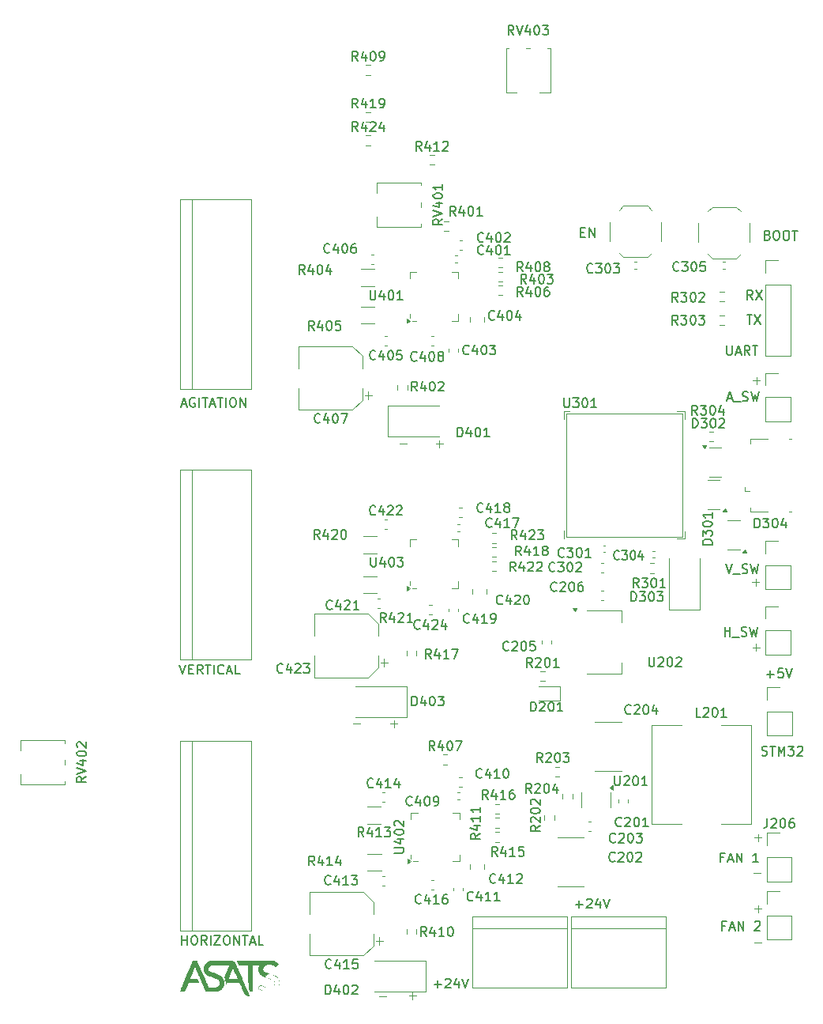
<source format=gbr>
%TF.GenerationSoftware,KiCad,Pcbnew,9.0.0*%
%TF.CreationDate,2025-05-08T17:49:57-07:00*%
%TF.ProjectId,Motor_Controller_Board_v1,4d6f746f-725f-4436-9f6e-74726f6c6c65,v1*%
%TF.SameCoordinates,Original*%
%TF.FileFunction,Legend,Top*%
%TF.FilePolarity,Positive*%
%FSLAX46Y46*%
G04 Gerber Fmt 4.6, Leading zero omitted, Abs format (unit mm)*
G04 Created by KiCad (PCBNEW 9.0.0) date 2025-05-08 17:49:57*
%MOMM*%
%LPD*%
G01*
G04 APERTURE LIST*
%ADD10C,0.200000*%
%ADD11C,0.100000*%
%ADD12C,0.150000*%
%ADD13C,0.120000*%
%ADD14C,0.000000*%
G04 APERTURE END LIST*
D10*
X120126816Y-120067219D02*
X120460149Y-121067219D01*
X120460149Y-121067219D02*
X120793482Y-120067219D01*
X121126816Y-120543409D02*
X121460149Y-120543409D01*
X121603006Y-121067219D02*
X121126816Y-121067219D01*
X121126816Y-121067219D02*
X121126816Y-120067219D01*
X121126816Y-120067219D02*
X121603006Y-120067219D01*
X122603006Y-121067219D02*
X122269673Y-120591028D01*
X122031578Y-121067219D02*
X122031578Y-120067219D01*
X122031578Y-120067219D02*
X122412530Y-120067219D01*
X122412530Y-120067219D02*
X122507768Y-120114838D01*
X122507768Y-120114838D02*
X122555387Y-120162457D01*
X122555387Y-120162457D02*
X122603006Y-120257695D01*
X122603006Y-120257695D02*
X122603006Y-120400552D01*
X122603006Y-120400552D02*
X122555387Y-120495790D01*
X122555387Y-120495790D02*
X122507768Y-120543409D01*
X122507768Y-120543409D02*
X122412530Y-120591028D01*
X122412530Y-120591028D02*
X122031578Y-120591028D01*
X122888721Y-120067219D02*
X123460149Y-120067219D01*
X123174435Y-121067219D02*
X123174435Y-120067219D01*
X123793483Y-121067219D02*
X123793483Y-120067219D01*
X124841101Y-120971980D02*
X124793482Y-121019600D01*
X124793482Y-121019600D02*
X124650625Y-121067219D01*
X124650625Y-121067219D02*
X124555387Y-121067219D01*
X124555387Y-121067219D02*
X124412530Y-121019600D01*
X124412530Y-121019600D02*
X124317292Y-120924361D01*
X124317292Y-120924361D02*
X124269673Y-120829123D01*
X124269673Y-120829123D02*
X124222054Y-120638647D01*
X124222054Y-120638647D02*
X124222054Y-120495790D01*
X124222054Y-120495790D02*
X124269673Y-120305314D01*
X124269673Y-120305314D02*
X124317292Y-120210076D01*
X124317292Y-120210076D02*
X124412530Y-120114838D01*
X124412530Y-120114838D02*
X124555387Y-120067219D01*
X124555387Y-120067219D02*
X124650625Y-120067219D01*
X124650625Y-120067219D02*
X124793482Y-120114838D01*
X124793482Y-120114838D02*
X124841101Y-120162457D01*
X125222054Y-120781504D02*
X125698244Y-120781504D01*
X125126816Y-121067219D02*
X125460149Y-120067219D01*
X125460149Y-120067219D02*
X125793482Y-121067219D01*
X126603006Y-121067219D02*
X126126816Y-121067219D01*
X126126816Y-121067219D02*
X126126816Y-120067219D01*
D11*
X181503884Y-111216466D02*
X182265789Y-111216466D01*
X181884836Y-111597419D02*
X181884836Y-110835514D01*
X181728884Y-138566466D02*
X182490789Y-138566466D01*
X182109836Y-138947419D02*
X182109836Y-138185514D01*
D10*
X178701816Y-109292219D02*
X179035149Y-110292219D01*
X179035149Y-110292219D02*
X179368482Y-109292219D01*
X179463721Y-110387457D02*
X180225625Y-110387457D01*
X180416102Y-110244600D02*
X180558959Y-110292219D01*
X180558959Y-110292219D02*
X180797054Y-110292219D01*
X180797054Y-110292219D02*
X180892292Y-110244600D01*
X180892292Y-110244600D02*
X180939911Y-110196980D01*
X180939911Y-110196980D02*
X180987530Y-110101742D01*
X180987530Y-110101742D02*
X180987530Y-110006504D01*
X180987530Y-110006504D02*
X180939911Y-109911266D01*
X180939911Y-109911266D02*
X180892292Y-109863647D01*
X180892292Y-109863647D02*
X180797054Y-109816028D01*
X180797054Y-109816028D02*
X180606578Y-109768409D01*
X180606578Y-109768409D02*
X180511340Y-109720790D01*
X180511340Y-109720790D02*
X180463721Y-109673171D01*
X180463721Y-109673171D02*
X180416102Y-109577933D01*
X180416102Y-109577933D02*
X180416102Y-109482695D01*
X180416102Y-109482695D02*
X180463721Y-109387457D01*
X180463721Y-109387457D02*
X180511340Y-109339838D01*
X180511340Y-109339838D02*
X180606578Y-109292219D01*
X180606578Y-109292219D02*
X180844673Y-109292219D01*
X180844673Y-109292219D02*
X180987530Y-109339838D01*
X181320864Y-109292219D02*
X181558959Y-110292219D01*
X181558959Y-110292219D02*
X181749435Y-109577933D01*
X181749435Y-109577933D02*
X181939911Y-110292219D01*
X181939911Y-110292219D02*
X182178007Y-109292219D01*
X182547054Y-129744600D02*
X182689911Y-129792219D01*
X182689911Y-129792219D02*
X182928006Y-129792219D01*
X182928006Y-129792219D02*
X183023244Y-129744600D01*
X183023244Y-129744600D02*
X183070863Y-129696980D01*
X183070863Y-129696980D02*
X183118482Y-129601742D01*
X183118482Y-129601742D02*
X183118482Y-129506504D01*
X183118482Y-129506504D02*
X183070863Y-129411266D01*
X183070863Y-129411266D02*
X183023244Y-129363647D01*
X183023244Y-129363647D02*
X182928006Y-129316028D01*
X182928006Y-129316028D02*
X182737530Y-129268409D01*
X182737530Y-129268409D02*
X182642292Y-129220790D01*
X182642292Y-129220790D02*
X182594673Y-129173171D01*
X182594673Y-129173171D02*
X182547054Y-129077933D01*
X182547054Y-129077933D02*
X182547054Y-128982695D01*
X182547054Y-128982695D02*
X182594673Y-128887457D01*
X182594673Y-128887457D02*
X182642292Y-128839838D01*
X182642292Y-128839838D02*
X182737530Y-128792219D01*
X182737530Y-128792219D02*
X182975625Y-128792219D01*
X182975625Y-128792219D02*
X183118482Y-128839838D01*
X183404197Y-128792219D02*
X183975625Y-128792219D01*
X183689911Y-129792219D02*
X183689911Y-128792219D01*
X184308959Y-129792219D02*
X184308959Y-128792219D01*
X184308959Y-128792219D02*
X184642292Y-129506504D01*
X184642292Y-129506504D02*
X184975625Y-128792219D01*
X184975625Y-128792219D02*
X184975625Y-129792219D01*
X185356578Y-128792219D02*
X185975625Y-128792219D01*
X185975625Y-128792219D02*
X185642292Y-129173171D01*
X185642292Y-129173171D02*
X185785149Y-129173171D01*
X185785149Y-129173171D02*
X185880387Y-129220790D01*
X185880387Y-129220790D02*
X185928006Y-129268409D01*
X185928006Y-129268409D02*
X185975625Y-129363647D01*
X185975625Y-129363647D02*
X185975625Y-129601742D01*
X185975625Y-129601742D02*
X185928006Y-129696980D01*
X185928006Y-129696980D02*
X185880387Y-129744600D01*
X185880387Y-129744600D02*
X185785149Y-129792219D01*
X185785149Y-129792219D02*
X185499435Y-129792219D01*
X185499435Y-129792219D02*
X185404197Y-129744600D01*
X185404197Y-129744600D02*
X185356578Y-129696980D01*
X186356578Y-128887457D02*
X186404197Y-128839838D01*
X186404197Y-128839838D02*
X186499435Y-128792219D01*
X186499435Y-128792219D02*
X186737530Y-128792219D01*
X186737530Y-128792219D02*
X186832768Y-128839838D01*
X186832768Y-128839838D02*
X186880387Y-128887457D01*
X186880387Y-128887457D02*
X186928006Y-128982695D01*
X186928006Y-128982695D02*
X186928006Y-129077933D01*
X186928006Y-129077933D02*
X186880387Y-129220790D01*
X186880387Y-129220790D02*
X186308959Y-129792219D01*
X186308959Y-129792219D02*
X186928006Y-129792219D01*
D11*
X144703884Y-155491466D02*
X145465789Y-155491466D01*
X145084836Y-155872419D02*
X145084836Y-155110514D01*
D10*
X183153006Y-74068409D02*
X183295863Y-74116028D01*
X183295863Y-74116028D02*
X183343482Y-74163647D01*
X183343482Y-74163647D02*
X183391101Y-74258885D01*
X183391101Y-74258885D02*
X183391101Y-74401742D01*
X183391101Y-74401742D02*
X183343482Y-74496980D01*
X183343482Y-74496980D02*
X183295863Y-74544600D01*
X183295863Y-74544600D02*
X183200625Y-74592219D01*
X183200625Y-74592219D02*
X182819673Y-74592219D01*
X182819673Y-74592219D02*
X182819673Y-73592219D01*
X182819673Y-73592219D02*
X183153006Y-73592219D01*
X183153006Y-73592219D02*
X183248244Y-73639838D01*
X183248244Y-73639838D02*
X183295863Y-73687457D01*
X183295863Y-73687457D02*
X183343482Y-73782695D01*
X183343482Y-73782695D02*
X183343482Y-73877933D01*
X183343482Y-73877933D02*
X183295863Y-73973171D01*
X183295863Y-73973171D02*
X183248244Y-74020790D01*
X183248244Y-74020790D02*
X183153006Y-74068409D01*
X183153006Y-74068409D02*
X182819673Y-74068409D01*
X184010149Y-73592219D02*
X184200625Y-73592219D01*
X184200625Y-73592219D02*
X184295863Y-73639838D01*
X184295863Y-73639838D02*
X184391101Y-73735076D01*
X184391101Y-73735076D02*
X184438720Y-73925552D01*
X184438720Y-73925552D02*
X184438720Y-74258885D01*
X184438720Y-74258885D02*
X184391101Y-74449361D01*
X184391101Y-74449361D02*
X184295863Y-74544600D01*
X184295863Y-74544600D02*
X184200625Y-74592219D01*
X184200625Y-74592219D02*
X184010149Y-74592219D01*
X184010149Y-74592219D02*
X183914911Y-74544600D01*
X183914911Y-74544600D02*
X183819673Y-74449361D01*
X183819673Y-74449361D02*
X183772054Y-74258885D01*
X183772054Y-74258885D02*
X183772054Y-73925552D01*
X183772054Y-73925552D02*
X183819673Y-73735076D01*
X183819673Y-73735076D02*
X183914911Y-73639838D01*
X183914911Y-73639838D02*
X184010149Y-73592219D01*
X185057768Y-73592219D02*
X185248244Y-73592219D01*
X185248244Y-73592219D02*
X185343482Y-73639838D01*
X185343482Y-73639838D02*
X185438720Y-73735076D01*
X185438720Y-73735076D02*
X185486339Y-73925552D01*
X185486339Y-73925552D02*
X185486339Y-74258885D01*
X185486339Y-74258885D02*
X185438720Y-74449361D01*
X185438720Y-74449361D02*
X185343482Y-74544600D01*
X185343482Y-74544600D02*
X185248244Y-74592219D01*
X185248244Y-74592219D02*
X185057768Y-74592219D01*
X185057768Y-74592219D02*
X184962530Y-74544600D01*
X184962530Y-74544600D02*
X184867292Y-74449361D01*
X184867292Y-74449361D02*
X184819673Y-74258885D01*
X184819673Y-74258885D02*
X184819673Y-73925552D01*
X184819673Y-73925552D02*
X184867292Y-73735076D01*
X184867292Y-73735076D02*
X184962530Y-73639838D01*
X184962530Y-73639838D02*
X185057768Y-73592219D01*
X185772054Y-73592219D02*
X186343482Y-73592219D01*
X186057768Y-74592219D02*
X186057768Y-73592219D01*
D11*
X141503884Y-155591466D02*
X142265789Y-155591466D01*
D10*
X183069673Y-121086266D02*
X183831578Y-121086266D01*
X183450625Y-121467219D02*
X183450625Y-120705314D01*
X184783958Y-120467219D02*
X184307768Y-120467219D01*
X184307768Y-120467219D02*
X184260149Y-120943409D01*
X184260149Y-120943409D02*
X184307768Y-120895790D01*
X184307768Y-120895790D02*
X184403006Y-120848171D01*
X184403006Y-120848171D02*
X184641101Y-120848171D01*
X184641101Y-120848171D02*
X184736339Y-120895790D01*
X184736339Y-120895790D02*
X184783958Y-120943409D01*
X184783958Y-120943409D02*
X184831577Y-121038647D01*
X184831577Y-121038647D02*
X184831577Y-121276742D01*
X184831577Y-121276742D02*
X184783958Y-121371980D01*
X184783958Y-121371980D02*
X184736339Y-121419600D01*
X184736339Y-121419600D02*
X184641101Y-121467219D01*
X184641101Y-121467219D02*
X184403006Y-121467219D01*
X184403006Y-121467219D02*
X184307768Y-121419600D01*
X184307768Y-121419600D02*
X184260149Y-121371980D01*
X185117292Y-120467219D02*
X185450625Y-121467219D01*
X185450625Y-121467219D02*
X185783958Y-120467219D01*
D11*
X142703884Y-126391466D02*
X143465789Y-126391466D01*
X143084836Y-126772419D02*
X143084836Y-126010514D01*
D10*
X120322054Y-92181504D02*
X120798244Y-92181504D01*
X120226816Y-92467219D02*
X120560149Y-91467219D01*
X120560149Y-91467219D02*
X120893482Y-92467219D01*
X121750625Y-91514838D02*
X121655387Y-91467219D01*
X121655387Y-91467219D02*
X121512530Y-91467219D01*
X121512530Y-91467219D02*
X121369673Y-91514838D01*
X121369673Y-91514838D02*
X121274435Y-91610076D01*
X121274435Y-91610076D02*
X121226816Y-91705314D01*
X121226816Y-91705314D02*
X121179197Y-91895790D01*
X121179197Y-91895790D02*
X121179197Y-92038647D01*
X121179197Y-92038647D02*
X121226816Y-92229123D01*
X121226816Y-92229123D02*
X121274435Y-92324361D01*
X121274435Y-92324361D02*
X121369673Y-92419600D01*
X121369673Y-92419600D02*
X121512530Y-92467219D01*
X121512530Y-92467219D02*
X121607768Y-92467219D01*
X121607768Y-92467219D02*
X121750625Y-92419600D01*
X121750625Y-92419600D02*
X121798244Y-92371980D01*
X121798244Y-92371980D02*
X121798244Y-92038647D01*
X121798244Y-92038647D02*
X121607768Y-92038647D01*
X122226816Y-92467219D02*
X122226816Y-91467219D01*
X122560149Y-91467219D02*
X123131577Y-91467219D01*
X122845863Y-92467219D02*
X122845863Y-91467219D01*
X123417292Y-92181504D02*
X123893482Y-92181504D01*
X123322054Y-92467219D02*
X123655387Y-91467219D01*
X123655387Y-91467219D02*
X123988720Y-92467219D01*
X124179197Y-91467219D02*
X124750625Y-91467219D01*
X124464911Y-92467219D02*
X124464911Y-91467219D01*
X125083959Y-92467219D02*
X125083959Y-91467219D01*
X125750625Y-91467219D02*
X125941101Y-91467219D01*
X125941101Y-91467219D02*
X126036339Y-91514838D01*
X126036339Y-91514838D02*
X126131577Y-91610076D01*
X126131577Y-91610076D02*
X126179196Y-91800552D01*
X126179196Y-91800552D02*
X126179196Y-92133885D01*
X126179196Y-92133885D02*
X126131577Y-92324361D01*
X126131577Y-92324361D02*
X126036339Y-92419600D01*
X126036339Y-92419600D02*
X125941101Y-92467219D01*
X125941101Y-92467219D02*
X125750625Y-92467219D01*
X125750625Y-92467219D02*
X125655387Y-92419600D01*
X125655387Y-92419600D02*
X125560149Y-92324361D01*
X125560149Y-92324361D02*
X125512530Y-92133885D01*
X125512530Y-92133885D02*
X125512530Y-91800552D01*
X125512530Y-91800552D02*
X125560149Y-91610076D01*
X125560149Y-91610076D02*
X125655387Y-91514838D01*
X125655387Y-91514838D02*
X125750625Y-91467219D01*
X126607768Y-92467219D02*
X126607768Y-91467219D01*
X126607768Y-91467219D02*
X127179196Y-92467219D01*
X127179196Y-92467219D02*
X127179196Y-91467219D01*
D11*
X181753884Y-146191466D02*
X182515789Y-146191466D01*
X182134836Y-146572419D02*
X182134836Y-145810514D01*
X181578884Y-89651466D02*
X182340789Y-89651466D01*
X181959836Y-90032419D02*
X181959836Y-89270514D01*
D10*
X181541101Y-80967219D02*
X181207768Y-80491028D01*
X180969673Y-80967219D02*
X180969673Y-79967219D01*
X180969673Y-79967219D02*
X181350625Y-79967219D01*
X181350625Y-79967219D02*
X181445863Y-80014838D01*
X181445863Y-80014838D02*
X181493482Y-80062457D01*
X181493482Y-80062457D02*
X181541101Y-80157695D01*
X181541101Y-80157695D02*
X181541101Y-80300552D01*
X181541101Y-80300552D02*
X181493482Y-80395790D01*
X181493482Y-80395790D02*
X181445863Y-80443409D01*
X181445863Y-80443409D02*
X181350625Y-80491028D01*
X181350625Y-80491028D02*
X180969673Y-80491028D01*
X181874435Y-79967219D02*
X182541101Y-80967219D01*
X182541101Y-79967219D02*
X181874435Y-80967219D01*
X180926816Y-82567219D02*
X181498244Y-82567219D01*
X181212530Y-83567219D02*
X181212530Y-82567219D01*
X181736340Y-82567219D02*
X182403006Y-83567219D01*
X182403006Y-82567219D02*
X181736340Y-83567219D01*
X163119673Y-73768409D02*
X163453006Y-73768409D01*
X163595863Y-74292219D02*
X163119673Y-74292219D01*
X163119673Y-74292219D02*
X163119673Y-73292219D01*
X163119673Y-73292219D02*
X163595863Y-73292219D01*
X164024435Y-74292219D02*
X164024435Y-73292219D01*
X164024435Y-73292219D02*
X164595863Y-74292219D01*
X164595863Y-74292219D02*
X164595863Y-73292219D01*
D11*
X181603884Y-142341466D02*
X182365789Y-142341466D01*
D10*
X178628006Y-147993409D02*
X178294673Y-147993409D01*
X178294673Y-148517219D02*
X178294673Y-147517219D01*
X178294673Y-147517219D02*
X178770863Y-147517219D01*
X179104197Y-148231504D02*
X179580387Y-148231504D01*
X179008959Y-148517219D02*
X179342292Y-147517219D01*
X179342292Y-147517219D02*
X179675625Y-148517219D01*
X180008959Y-148517219D02*
X180008959Y-147517219D01*
X180008959Y-147517219D02*
X180580387Y-148517219D01*
X180580387Y-148517219D02*
X180580387Y-147517219D01*
X181770864Y-147612457D02*
X181818483Y-147564838D01*
X181818483Y-147564838D02*
X181913721Y-147517219D01*
X181913721Y-147517219D02*
X182151816Y-147517219D01*
X182151816Y-147517219D02*
X182247054Y-147564838D01*
X182247054Y-147564838D02*
X182294673Y-147612457D01*
X182294673Y-147612457D02*
X182342292Y-147707695D01*
X182342292Y-147707695D02*
X182342292Y-147802933D01*
X182342292Y-147802933D02*
X182294673Y-147945790D01*
X182294673Y-147945790D02*
X181723245Y-148517219D01*
X181723245Y-148517219D02*
X182342292Y-148517219D01*
X162569673Y-145736266D02*
X163331578Y-145736266D01*
X162950625Y-146117219D02*
X162950625Y-145355314D01*
X163760149Y-145212457D02*
X163807768Y-145164838D01*
X163807768Y-145164838D02*
X163903006Y-145117219D01*
X163903006Y-145117219D02*
X164141101Y-145117219D01*
X164141101Y-145117219D02*
X164236339Y-145164838D01*
X164236339Y-145164838D02*
X164283958Y-145212457D01*
X164283958Y-145212457D02*
X164331577Y-145307695D01*
X164331577Y-145307695D02*
X164331577Y-145402933D01*
X164331577Y-145402933D02*
X164283958Y-145545790D01*
X164283958Y-145545790D02*
X163712530Y-146117219D01*
X163712530Y-146117219D02*
X164331577Y-146117219D01*
X165188720Y-145450552D02*
X165188720Y-146117219D01*
X164950625Y-145069600D02*
X164712530Y-145783885D01*
X164712530Y-145783885D02*
X165331577Y-145783885D01*
X165569673Y-145117219D02*
X165903006Y-146117219D01*
X165903006Y-146117219D02*
X166236339Y-145117219D01*
D11*
X181553884Y-118216466D02*
X182315789Y-118216466D01*
X181934836Y-118597419D02*
X181934836Y-117835514D01*
X147603884Y-96391466D02*
X148365789Y-96391466D01*
X147984836Y-96772419D02*
X147984836Y-96010514D01*
D10*
X178453006Y-140693409D02*
X178119673Y-140693409D01*
X178119673Y-141217219D02*
X178119673Y-140217219D01*
X178119673Y-140217219D02*
X178595863Y-140217219D01*
X178929197Y-140931504D02*
X179405387Y-140931504D01*
X178833959Y-141217219D02*
X179167292Y-140217219D01*
X179167292Y-140217219D02*
X179500625Y-141217219D01*
X179833959Y-141217219D02*
X179833959Y-140217219D01*
X179833959Y-140217219D02*
X180405387Y-141217219D01*
X180405387Y-141217219D02*
X180405387Y-140217219D01*
X182167292Y-141217219D02*
X181595864Y-141217219D01*
X181881578Y-141217219D02*
X181881578Y-140217219D01*
X181881578Y-140217219D02*
X181786340Y-140360076D01*
X181786340Y-140360076D02*
X181691102Y-140455314D01*
X181691102Y-140455314D02*
X181595864Y-140502933D01*
X178769673Y-85897219D02*
X178769673Y-86706742D01*
X178769673Y-86706742D02*
X178817292Y-86801980D01*
X178817292Y-86801980D02*
X178864911Y-86849600D01*
X178864911Y-86849600D02*
X178960149Y-86897219D01*
X178960149Y-86897219D02*
X179150625Y-86897219D01*
X179150625Y-86897219D02*
X179245863Y-86849600D01*
X179245863Y-86849600D02*
X179293482Y-86801980D01*
X179293482Y-86801980D02*
X179341101Y-86706742D01*
X179341101Y-86706742D02*
X179341101Y-85897219D01*
X179769673Y-86611504D02*
X180245863Y-86611504D01*
X179674435Y-86897219D02*
X180007768Y-85897219D01*
X180007768Y-85897219D02*
X180341101Y-86897219D01*
X181245863Y-86897219D02*
X180912530Y-86421028D01*
X180674435Y-86897219D02*
X180674435Y-85897219D01*
X180674435Y-85897219D02*
X181055387Y-85897219D01*
X181055387Y-85897219D02*
X181150625Y-85944838D01*
X181150625Y-85944838D02*
X181198244Y-85992457D01*
X181198244Y-85992457D02*
X181245863Y-86087695D01*
X181245863Y-86087695D02*
X181245863Y-86230552D01*
X181245863Y-86230552D02*
X181198244Y-86325790D01*
X181198244Y-86325790D02*
X181150625Y-86373409D01*
X181150625Y-86373409D02*
X181055387Y-86421028D01*
X181055387Y-86421028D02*
X180674435Y-86421028D01*
X181531578Y-85897219D02*
X182103006Y-85897219D01*
X181817292Y-86897219D02*
X181817292Y-85897219D01*
D11*
X143703884Y-96391466D02*
X144465789Y-96391466D01*
D10*
X178569673Y-117017219D02*
X178569673Y-116017219D01*
X178569673Y-116493409D02*
X179141101Y-116493409D01*
X179141101Y-117017219D02*
X179141101Y-116017219D01*
X179379197Y-117112457D02*
X180141101Y-117112457D01*
X180331578Y-116969600D02*
X180474435Y-117017219D01*
X180474435Y-117017219D02*
X180712530Y-117017219D01*
X180712530Y-117017219D02*
X180807768Y-116969600D01*
X180807768Y-116969600D02*
X180855387Y-116921980D01*
X180855387Y-116921980D02*
X180903006Y-116826742D01*
X180903006Y-116826742D02*
X180903006Y-116731504D01*
X180903006Y-116731504D02*
X180855387Y-116636266D01*
X180855387Y-116636266D02*
X180807768Y-116588647D01*
X180807768Y-116588647D02*
X180712530Y-116541028D01*
X180712530Y-116541028D02*
X180522054Y-116493409D01*
X180522054Y-116493409D02*
X180426816Y-116445790D01*
X180426816Y-116445790D02*
X180379197Y-116398171D01*
X180379197Y-116398171D02*
X180331578Y-116302933D01*
X180331578Y-116302933D02*
X180331578Y-116207695D01*
X180331578Y-116207695D02*
X180379197Y-116112457D01*
X180379197Y-116112457D02*
X180426816Y-116064838D01*
X180426816Y-116064838D02*
X180522054Y-116017219D01*
X180522054Y-116017219D02*
X180760149Y-116017219D01*
X180760149Y-116017219D02*
X180903006Y-116064838D01*
X181236340Y-116017219D02*
X181474435Y-117017219D01*
X181474435Y-117017219D02*
X181664911Y-116302933D01*
X181664911Y-116302933D02*
X181855387Y-117017219D01*
X181855387Y-117017219D02*
X182093483Y-116017219D01*
D11*
X138703884Y-126391466D02*
X139465789Y-126391466D01*
D10*
X120369673Y-150067219D02*
X120369673Y-149067219D01*
X120369673Y-149543409D02*
X120941101Y-149543409D01*
X120941101Y-150067219D02*
X120941101Y-149067219D01*
X121607768Y-149067219D02*
X121798244Y-149067219D01*
X121798244Y-149067219D02*
X121893482Y-149114838D01*
X121893482Y-149114838D02*
X121988720Y-149210076D01*
X121988720Y-149210076D02*
X122036339Y-149400552D01*
X122036339Y-149400552D02*
X122036339Y-149733885D01*
X122036339Y-149733885D02*
X121988720Y-149924361D01*
X121988720Y-149924361D02*
X121893482Y-150019600D01*
X121893482Y-150019600D02*
X121798244Y-150067219D01*
X121798244Y-150067219D02*
X121607768Y-150067219D01*
X121607768Y-150067219D02*
X121512530Y-150019600D01*
X121512530Y-150019600D02*
X121417292Y-149924361D01*
X121417292Y-149924361D02*
X121369673Y-149733885D01*
X121369673Y-149733885D02*
X121369673Y-149400552D01*
X121369673Y-149400552D02*
X121417292Y-149210076D01*
X121417292Y-149210076D02*
X121512530Y-149114838D01*
X121512530Y-149114838D02*
X121607768Y-149067219D01*
X123036339Y-150067219D02*
X122703006Y-149591028D01*
X122464911Y-150067219D02*
X122464911Y-149067219D01*
X122464911Y-149067219D02*
X122845863Y-149067219D01*
X122845863Y-149067219D02*
X122941101Y-149114838D01*
X122941101Y-149114838D02*
X122988720Y-149162457D01*
X122988720Y-149162457D02*
X123036339Y-149257695D01*
X123036339Y-149257695D02*
X123036339Y-149400552D01*
X123036339Y-149400552D02*
X122988720Y-149495790D01*
X122988720Y-149495790D02*
X122941101Y-149543409D01*
X122941101Y-149543409D02*
X122845863Y-149591028D01*
X122845863Y-149591028D02*
X122464911Y-149591028D01*
X123464911Y-150067219D02*
X123464911Y-149067219D01*
X123845863Y-149067219D02*
X124512529Y-149067219D01*
X124512529Y-149067219D02*
X123845863Y-150067219D01*
X123845863Y-150067219D02*
X124512529Y-150067219D01*
X125083958Y-149067219D02*
X125274434Y-149067219D01*
X125274434Y-149067219D02*
X125369672Y-149114838D01*
X125369672Y-149114838D02*
X125464910Y-149210076D01*
X125464910Y-149210076D02*
X125512529Y-149400552D01*
X125512529Y-149400552D02*
X125512529Y-149733885D01*
X125512529Y-149733885D02*
X125464910Y-149924361D01*
X125464910Y-149924361D02*
X125369672Y-150019600D01*
X125369672Y-150019600D02*
X125274434Y-150067219D01*
X125274434Y-150067219D02*
X125083958Y-150067219D01*
X125083958Y-150067219D02*
X124988720Y-150019600D01*
X124988720Y-150019600D02*
X124893482Y-149924361D01*
X124893482Y-149924361D02*
X124845863Y-149733885D01*
X124845863Y-149733885D02*
X124845863Y-149400552D01*
X124845863Y-149400552D02*
X124893482Y-149210076D01*
X124893482Y-149210076D02*
X124988720Y-149114838D01*
X124988720Y-149114838D02*
X125083958Y-149067219D01*
X125941101Y-150067219D02*
X125941101Y-149067219D01*
X125941101Y-149067219D02*
X126512529Y-150067219D01*
X126512529Y-150067219D02*
X126512529Y-149067219D01*
X126845863Y-149067219D02*
X127417291Y-149067219D01*
X127131577Y-150067219D02*
X127131577Y-149067219D01*
X127703006Y-149781504D02*
X128179196Y-149781504D01*
X127607768Y-150067219D02*
X127941101Y-149067219D01*
X127941101Y-149067219D02*
X128274434Y-150067219D01*
X129083958Y-150067219D02*
X128607768Y-150067219D01*
X128607768Y-150067219D02*
X128607768Y-149067219D01*
D11*
X181703884Y-149816466D02*
X182465789Y-149816466D01*
D10*
X147419673Y-154286266D02*
X148181578Y-154286266D01*
X147800625Y-154667219D02*
X147800625Y-153905314D01*
X148610149Y-153762457D02*
X148657768Y-153714838D01*
X148657768Y-153714838D02*
X148753006Y-153667219D01*
X148753006Y-153667219D02*
X148991101Y-153667219D01*
X148991101Y-153667219D02*
X149086339Y-153714838D01*
X149086339Y-153714838D02*
X149133958Y-153762457D01*
X149133958Y-153762457D02*
X149181577Y-153857695D01*
X149181577Y-153857695D02*
X149181577Y-153952933D01*
X149181577Y-153952933D02*
X149133958Y-154095790D01*
X149133958Y-154095790D02*
X148562530Y-154667219D01*
X148562530Y-154667219D02*
X149181577Y-154667219D01*
X150038720Y-154000552D02*
X150038720Y-154667219D01*
X149800625Y-153619600D02*
X149562530Y-154333885D01*
X149562530Y-154333885D02*
X150181577Y-154333885D01*
X150419673Y-153667219D02*
X150753006Y-154667219D01*
X150753006Y-154667219D02*
X151086339Y-153667219D01*
X178847054Y-91556504D02*
X179323244Y-91556504D01*
X178751816Y-91842219D02*
X179085149Y-90842219D01*
X179085149Y-90842219D02*
X179418482Y-91842219D01*
X179513721Y-91937457D02*
X180275625Y-91937457D01*
X180466102Y-91794600D02*
X180608959Y-91842219D01*
X180608959Y-91842219D02*
X180847054Y-91842219D01*
X180847054Y-91842219D02*
X180942292Y-91794600D01*
X180942292Y-91794600D02*
X180989911Y-91746980D01*
X180989911Y-91746980D02*
X181037530Y-91651742D01*
X181037530Y-91651742D02*
X181037530Y-91556504D01*
X181037530Y-91556504D02*
X180989911Y-91461266D01*
X180989911Y-91461266D02*
X180942292Y-91413647D01*
X180942292Y-91413647D02*
X180847054Y-91366028D01*
X180847054Y-91366028D02*
X180656578Y-91318409D01*
X180656578Y-91318409D02*
X180561340Y-91270790D01*
X180561340Y-91270790D02*
X180513721Y-91223171D01*
X180513721Y-91223171D02*
X180466102Y-91127933D01*
X180466102Y-91127933D02*
X180466102Y-91032695D01*
X180466102Y-91032695D02*
X180513721Y-90937457D01*
X180513721Y-90937457D02*
X180561340Y-90889838D01*
X180561340Y-90889838D02*
X180656578Y-90842219D01*
X180656578Y-90842219D02*
X180894673Y-90842219D01*
X180894673Y-90842219D02*
X181037530Y-90889838D01*
X181370864Y-90842219D02*
X181608959Y-91842219D01*
X181608959Y-91842219D02*
X181799435Y-91127933D01*
X181799435Y-91127933D02*
X181989911Y-91842219D01*
X181989911Y-91842219D02*
X182228007Y-90842219D01*
D12*
X145880952Y-116159580D02*
X145833333Y-116207200D01*
X145833333Y-116207200D02*
X145690476Y-116254819D01*
X145690476Y-116254819D02*
X145595238Y-116254819D01*
X145595238Y-116254819D02*
X145452381Y-116207200D01*
X145452381Y-116207200D02*
X145357143Y-116111961D01*
X145357143Y-116111961D02*
X145309524Y-116016723D01*
X145309524Y-116016723D02*
X145261905Y-115826247D01*
X145261905Y-115826247D02*
X145261905Y-115683390D01*
X145261905Y-115683390D02*
X145309524Y-115492914D01*
X145309524Y-115492914D02*
X145357143Y-115397676D01*
X145357143Y-115397676D02*
X145452381Y-115302438D01*
X145452381Y-115302438D02*
X145595238Y-115254819D01*
X145595238Y-115254819D02*
X145690476Y-115254819D01*
X145690476Y-115254819D02*
X145833333Y-115302438D01*
X145833333Y-115302438D02*
X145880952Y-115350057D01*
X146738095Y-115588152D02*
X146738095Y-116254819D01*
X146500000Y-115207200D02*
X146261905Y-115921485D01*
X146261905Y-115921485D02*
X146880952Y-115921485D01*
X147214286Y-115350057D02*
X147261905Y-115302438D01*
X147261905Y-115302438D02*
X147357143Y-115254819D01*
X147357143Y-115254819D02*
X147595238Y-115254819D01*
X147595238Y-115254819D02*
X147690476Y-115302438D01*
X147690476Y-115302438D02*
X147738095Y-115350057D01*
X147738095Y-115350057D02*
X147785714Y-115445295D01*
X147785714Y-115445295D02*
X147785714Y-115540533D01*
X147785714Y-115540533D02*
X147738095Y-115683390D01*
X147738095Y-115683390D02*
X147166667Y-116254819D01*
X147166667Y-116254819D02*
X147785714Y-116254819D01*
X148642857Y-115588152D02*
X148642857Y-116254819D01*
X148404762Y-115207200D02*
X148166667Y-115921485D01*
X148166667Y-115921485D02*
X148785714Y-115921485D01*
X146055952Y-65024819D02*
X145722619Y-64548628D01*
X145484524Y-65024819D02*
X145484524Y-64024819D01*
X145484524Y-64024819D02*
X145865476Y-64024819D01*
X145865476Y-64024819D02*
X145960714Y-64072438D01*
X145960714Y-64072438D02*
X146008333Y-64120057D01*
X146008333Y-64120057D02*
X146055952Y-64215295D01*
X146055952Y-64215295D02*
X146055952Y-64358152D01*
X146055952Y-64358152D02*
X146008333Y-64453390D01*
X146008333Y-64453390D02*
X145960714Y-64501009D01*
X145960714Y-64501009D02*
X145865476Y-64548628D01*
X145865476Y-64548628D02*
X145484524Y-64548628D01*
X146913095Y-64358152D02*
X146913095Y-65024819D01*
X146675000Y-63977200D02*
X146436905Y-64691485D01*
X146436905Y-64691485D02*
X147055952Y-64691485D01*
X147960714Y-65024819D02*
X147389286Y-65024819D01*
X147675000Y-65024819D02*
X147675000Y-64024819D01*
X147675000Y-64024819D02*
X147579762Y-64167676D01*
X147579762Y-64167676D02*
X147484524Y-64262914D01*
X147484524Y-64262914D02*
X147389286Y-64310533D01*
X148341667Y-64120057D02*
X148389286Y-64072438D01*
X148389286Y-64072438D02*
X148484524Y-64024819D01*
X148484524Y-64024819D02*
X148722619Y-64024819D01*
X148722619Y-64024819D02*
X148817857Y-64072438D01*
X148817857Y-64072438D02*
X148865476Y-64120057D01*
X148865476Y-64120057D02*
X148913095Y-64215295D01*
X148913095Y-64215295D02*
X148913095Y-64310533D01*
X148913095Y-64310533D02*
X148865476Y-64453390D01*
X148865476Y-64453390D02*
X148294048Y-65024819D01*
X148294048Y-65024819D02*
X148913095Y-65024819D01*
X147455952Y-129224819D02*
X147122619Y-128748628D01*
X146884524Y-129224819D02*
X146884524Y-128224819D01*
X146884524Y-128224819D02*
X147265476Y-128224819D01*
X147265476Y-128224819D02*
X147360714Y-128272438D01*
X147360714Y-128272438D02*
X147408333Y-128320057D01*
X147408333Y-128320057D02*
X147455952Y-128415295D01*
X147455952Y-128415295D02*
X147455952Y-128558152D01*
X147455952Y-128558152D02*
X147408333Y-128653390D01*
X147408333Y-128653390D02*
X147360714Y-128701009D01*
X147360714Y-128701009D02*
X147265476Y-128748628D01*
X147265476Y-128748628D02*
X146884524Y-128748628D01*
X148313095Y-128558152D02*
X148313095Y-129224819D01*
X148075000Y-128177200D02*
X147836905Y-128891485D01*
X147836905Y-128891485D02*
X148455952Y-128891485D01*
X149027381Y-128224819D02*
X149122619Y-128224819D01*
X149122619Y-128224819D02*
X149217857Y-128272438D01*
X149217857Y-128272438D02*
X149265476Y-128320057D01*
X149265476Y-128320057D02*
X149313095Y-128415295D01*
X149313095Y-128415295D02*
X149360714Y-128605771D01*
X149360714Y-128605771D02*
X149360714Y-128843866D01*
X149360714Y-128843866D02*
X149313095Y-129034342D01*
X149313095Y-129034342D02*
X149265476Y-129129580D01*
X149265476Y-129129580D02*
X149217857Y-129177200D01*
X149217857Y-129177200D02*
X149122619Y-129224819D01*
X149122619Y-129224819D02*
X149027381Y-129224819D01*
X149027381Y-129224819D02*
X148932143Y-129177200D01*
X148932143Y-129177200D02*
X148884524Y-129129580D01*
X148884524Y-129129580D02*
X148836905Y-129034342D01*
X148836905Y-129034342D02*
X148789286Y-128843866D01*
X148789286Y-128843866D02*
X148789286Y-128605771D01*
X148789286Y-128605771D02*
X148836905Y-128415295D01*
X148836905Y-128415295D02*
X148884524Y-128320057D01*
X148884524Y-128320057D02*
X148932143Y-128272438D01*
X148932143Y-128272438D02*
X149027381Y-128224819D01*
X149694048Y-128224819D02*
X150360714Y-128224819D01*
X150360714Y-128224819D02*
X149932143Y-129224819D01*
X155927380Y-52604819D02*
X155594047Y-52128628D01*
X155355952Y-52604819D02*
X155355952Y-51604819D01*
X155355952Y-51604819D02*
X155736904Y-51604819D01*
X155736904Y-51604819D02*
X155832142Y-51652438D01*
X155832142Y-51652438D02*
X155879761Y-51700057D01*
X155879761Y-51700057D02*
X155927380Y-51795295D01*
X155927380Y-51795295D02*
X155927380Y-51938152D01*
X155927380Y-51938152D02*
X155879761Y-52033390D01*
X155879761Y-52033390D02*
X155832142Y-52081009D01*
X155832142Y-52081009D02*
X155736904Y-52128628D01*
X155736904Y-52128628D02*
X155355952Y-52128628D01*
X156213095Y-51604819D02*
X156546428Y-52604819D01*
X156546428Y-52604819D02*
X156879761Y-51604819D01*
X157641666Y-51938152D02*
X157641666Y-52604819D01*
X157403571Y-51557200D02*
X157165476Y-52271485D01*
X157165476Y-52271485D02*
X157784523Y-52271485D01*
X158355952Y-51604819D02*
X158451190Y-51604819D01*
X158451190Y-51604819D02*
X158546428Y-51652438D01*
X158546428Y-51652438D02*
X158594047Y-51700057D01*
X158594047Y-51700057D02*
X158641666Y-51795295D01*
X158641666Y-51795295D02*
X158689285Y-51985771D01*
X158689285Y-51985771D02*
X158689285Y-52223866D01*
X158689285Y-52223866D02*
X158641666Y-52414342D01*
X158641666Y-52414342D02*
X158594047Y-52509580D01*
X158594047Y-52509580D02*
X158546428Y-52557200D01*
X158546428Y-52557200D02*
X158451190Y-52604819D01*
X158451190Y-52604819D02*
X158355952Y-52604819D01*
X158355952Y-52604819D02*
X158260714Y-52557200D01*
X158260714Y-52557200D02*
X158213095Y-52509580D01*
X158213095Y-52509580D02*
X158165476Y-52414342D01*
X158165476Y-52414342D02*
X158117857Y-52223866D01*
X158117857Y-52223866D02*
X158117857Y-51985771D01*
X158117857Y-51985771D02*
X158165476Y-51795295D01*
X158165476Y-51795295D02*
X158213095Y-51700057D01*
X158213095Y-51700057D02*
X158260714Y-51652438D01*
X158260714Y-51652438D02*
X158355952Y-51604819D01*
X159022619Y-51604819D02*
X159641666Y-51604819D01*
X159641666Y-51604819D02*
X159308333Y-51985771D01*
X159308333Y-51985771D02*
X159451190Y-51985771D01*
X159451190Y-51985771D02*
X159546428Y-52033390D01*
X159546428Y-52033390D02*
X159594047Y-52081009D01*
X159594047Y-52081009D02*
X159641666Y-52176247D01*
X159641666Y-52176247D02*
X159641666Y-52414342D01*
X159641666Y-52414342D02*
X159594047Y-52509580D01*
X159594047Y-52509580D02*
X159546428Y-52557200D01*
X159546428Y-52557200D02*
X159451190Y-52604819D01*
X159451190Y-52604819D02*
X159165476Y-52604819D01*
X159165476Y-52604819D02*
X159070238Y-52557200D01*
X159070238Y-52557200D02*
X159022619Y-52509580D01*
X110104819Y-132047619D02*
X109628628Y-132380952D01*
X110104819Y-132619047D02*
X109104819Y-132619047D01*
X109104819Y-132619047D02*
X109104819Y-132238095D01*
X109104819Y-132238095D02*
X109152438Y-132142857D01*
X109152438Y-132142857D02*
X109200057Y-132095238D01*
X109200057Y-132095238D02*
X109295295Y-132047619D01*
X109295295Y-132047619D02*
X109438152Y-132047619D01*
X109438152Y-132047619D02*
X109533390Y-132095238D01*
X109533390Y-132095238D02*
X109581009Y-132142857D01*
X109581009Y-132142857D02*
X109628628Y-132238095D01*
X109628628Y-132238095D02*
X109628628Y-132619047D01*
X109104819Y-131761904D02*
X110104819Y-131428571D01*
X110104819Y-131428571D02*
X109104819Y-131095238D01*
X109438152Y-130333333D02*
X110104819Y-130333333D01*
X109057200Y-130571428D02*
X109771485Y-130809523D01*
X109771485Y-130809523D02*
X109771485Y-130190476D01*
X109104819Y-129619047D02*
X109104819Y-129523809D01*
X109104819Y-129523809D02*
X109152438Y-129428571D01*
X109152438Y-129428571D02*
X109200057Y-129380952D01*
X109200057Y-129380952D02*
X109295295Y-129333333D01*
X109295295Y-129333333D02*
X109485771Y-129285714D01*
X109485771Y-129285714D02*
X109723866Y-129285714D01*
X109723866Y-129285714D02*
X109914342Y-129333333D01*
X109914342Y-129333333D02*
X110009580Y-129380952D01*
X110009580Y-129380952D02*
X110057200Y-129428571D01*
X110057200Y-129428571D02*
X110104819Y-129523809D01*
X110104819Y-129523809D02*
X110104819Y-129619047D01*
X110104819Y-129619047D02*
X110057200Y-129714285D01*
X110057200Y-129714285D02*
X110009580Y-129761904D01*
X110009580Y-129761904D02*
X109914342Y-129809523D01*
X109914342Y-129809523D02*
X109723866Y-129857142D01*
X109723866Y-129857142D02*
X109485771Y-129857142D01*
X109485771Y-129857142D02*
X109295295Y-129809523D01*
X109295295Y-129809523D02*
X109200057Y-129761904D01*
X109200057Y-129761904D02*
X109152438Y-129714285D01*
X109152438Y-129714285D02*
X109104819Y-129619047D01*
X109200057Y-128904761D02*
X109152438Y-128857142D01*
X109152438Y-128857142D02*
X109104819Y-128761904D01*
X109104819Y-128761904D02*
X109104819Y-128523809D01*
X109104819Y-128523809D02*
X109152438Y-128428571D01*
X109152438Y-128428571D02*
X109200057Y-128380952D01*
X109200057Y-128380952D02*
X109295295Y-128333333D01*
X109295295Y-128333333D02*
X109390533Y-128333333D01*
X109390533Y-128333333D02*
X109533390Y-128380952D01*
X109533390Y-128380952D02*
X110104819Y-128952380D01*
X110104819Y-128952380D02*
X110104819Y-128333333D01*
X148304819Y-72347619D02*
X147828628Y-72680952D01*
X148304819Y-72919047D02*
X147304819Y-72919047D01*
X147304819Y-72919047D02*
X147304819Y-72538095D01*
X147304819Y-72538095D02*
X147352438Y-72442857D01*
X147352438Y-72442857D02*
X147400057Y-72395238D01*
X147400057Y-72395238D02*
X147495295Y-72347619D01*
X147495295Y-72347619D02*
X147638152Y-72347619D01*
X147638152Y-72347619D02*
X147733390Y-72395238D01*
X147733390Y-72395238D02*
X147781009Y-72442857D01*
X147781009Y-72442857D02*
X147828628Y-72538095D01*
X147828628Y-72538095D02*
X147828628Y-72919047D01*
X147304819Y-72061904D02*
X148304819Y-71728571D01*
X148304819Y-71728571D02*
X147304819Y-71395238D01*
X147638152Y-70633333D02*
X148304819Y-70633333D01*
X147257200Y-70871428D02*
X147971485Y-71109523D01*
X147971485Y-71109523D02*
X147971485Y-70490476D01*
X147304819Y-69919047D02*
X147304819Y-69823809D01*
X147304819Y-69823809D02*
X147352438Y-69728571D01*
X147352438Y-69728571D02*
X147400057Y-69680952D01*
X147400057Y-69680952D02*
X147495295Y-69633333D01*
X147495295Y-69633333D02*
X147685771Y-69585714D01*
X147685771Y-69585714D02*
X147923866Y-69585714D01*
X147923866Y-69585714D02*
X148114342Y-69633333D01*
X148114342Y-69633333D02*
X148209580Y-69680952D01*
X148209580Y-69680952D02*
X148257200Y-69728571D01*
X148257200Y-69728571D02*
X148304819Y-69823809D01*
X148304819Y-69823809D02*
X148304819Y-69919047D01*
X148304819Y-69919047D02*
X148257200Y-70014285D01*
X148257200Y-70014285D02*
X148209580Y-70061904D01*
X148209580Y-70061904D02*
X148114342Y-70109523D01*
X148114342Y-70109523D02*
X147923866Y-70157142D01*
X147923866Y-70157142D02*
X147685771Y-70157142D01*
X147685771Y-70157142D02*
X147495295Y-70109523D01*
X147495295Y-70109523D02*
X147400057Y-70061904D01*
X147400057Y-70061904D02*
X147352438Y-70014285D01*
X147352438Y-70014285D02*
X147304819Y-69919047D01*
X148304819Y-68633333D02*
X148304819Y-69204761D01*
X148304819Y-68919047D02*
X147304819Y-68919047D01*
X147304819Y-68919047D02*
X147447676Y-69014285D01*
X147447676Y-69014285D02*
X147542914Y-69109523D01*
X147542914Y-69109523D02*
X147590533Y-69204761D01*
X139225952Y-62944819D02*
X138892619Y-62468628D01*
X138654524Y-62944819D02*
X138654524Y-61944819D01*
X138654524Y-61944819D02*
X139035476Y-61944819D01*
X139035476Y-61944819D02*
X139130714Y-61992438D01*
X139130714Y-61992438D02*
X139178333Y-62040057D01*
X139178333Y-62040057D02*
X139225952Y-62135295D01*
X139225952Y-62135295D02*
X139225952Y-62278152D01*
X139225952Y-62278152D02*
X139178333Y-62373390D01*
X139178333Y-62373390D02*
X139130714Y-62421009D01*
X139130714Y-62421009D02*
X139035476Y-62468628D01*
X139035476Y-62468628D02*
X138654524Y-62468628D01*
X140083095Y-62278152D02*
X140083095Y-62944819D01*
X139845000Y-61897200D02*
X139606905Y-62611485D01*
X139606905Y-62611485D02*
X140225952Y-62611485D01*
X140559286Y-62040057D02*
X140606905Y-61992438D01*
X140606905Y-61992438D02*
X140702143Y-61944819D01*
X140702143Y-61944819D02*
X140940238Y-61944819D01*
X140940238Y-61944819D02*
X141035476Y-61992438D01*
X141035476Y-61992438D02*
X141083095Y-62040057D01*
X141083095Y-62040057D02*
X141130714Y-62135295D01*
X141130714Y-62135295D02*
X141130714Y-62230533D01*
X141130714Y-62230533D02*
X141083095Y-62373390D01*
X141083095Y-62373390D02*
X140511667Y-62944819D01*
X140511667Y-62944819D02*
X141130714Y-62944819D01*
X141987857Y-62278152D02*
X141987857Y-62944819D01*
X141749762Y-61897200D02*
X141511667Y-62611485D01*
X141511667Y-62611485D02*
X142130714Y-62611485D01*
X139225952Y-60434819D02*
X138892619Y-59958628D01*
X138654524Y-60434819D02*
X138654524Y-59434819D01*
X138654524Y-59434819D02*
X139035476Y-59434819D01*
X139035476Y-59434819D02*
X139130714Y-59482438D01*
X139130714Y-59482438D02*
X139178333Y-59530057D01*
X139178333Y-59530057D02*
X139225952Y-59625295D01*
X139225952Y-59625295D02*
X139225952Y-59768152D01*
X139225952Y-59768152D02*
X139178333Y-59863390D01*
X139178333Y-59863390D02*
X139130714Y-59911009D01*
X139130714Y-59911009D02*
X139035476Y-59958628D01*
X139035476Y-59958628D02*
X138654524Y-59958628D01*
X140083095Y-59768152D02*
X140083095Y-60434819D01*
X139845000Y-59387200D02*
X139606905Y-60101485D01*
X139606905Y-60101485D02*
X140225952Y-60101485D01*
X141130714Y-60434819D02*
X140559286Y-60434819D01*
X140845000Y-60434819D02*
X140845000Y-59434819D01*
X140845000Y-59434819D02*
X140749762Y-59577676D01*
X140749762Y-59577676D02*
X140654524Y-59672914D01*
X140654524Y-59672914D02*
X140559286Y-59720533D01*
X141606905Y-60434819D02*
X141797381Y-60434819D01*
X141797381Y-60434819D02*
X141892619Y-60387200D01*
X141892619Y-60387200D02*
X141940238Y-60339580D01*
X141940238Y-60339580D02*
X142035476Y-60196723D01*
X142035476Y-60196723D02*
X142083095Y-60006247D01*
X142083095Y-60006247D02*
X142083095Y-59625295D01*
X142083095Y-59625295D02*
X142035476Y-59530057D01*
X142035476Y-59530057D02*
X141987857Y-59482438D01*
X141987857Y-59482438D02*
X141892619Y-59434819D01*
X141892619Y-59434819D02*
X141702143Y-59434819D01*
X141702143Y-59434819D02*
X141606905Y-59482438D01*
X141606905Y-59482438D02*
X141559286Y-59530057D01*
X141559286Y-59530057D02*
X141511667Y-59625295D01*
X141511667Y-59625295D02*
X141511667Y-59863390D01*
X141511667Y-59863390D02*
X141559286Y-59958628D01*
X141559286Y-59958628D02*
X141606905Y-60006247D01*
X141606905Y-60006247D02*
X141702143Y-60053866D01*
X141702143Y-60053866D02*
X141892619Y-60053866D01*
X141892619Y-60053866D02*
X141987857Y-60006247D01*
X141987857Y-60006247D02*
X142035476Y-59958628D01*
X142035476Y-59958628D02*
X142083095Y-59863390D01*
X139225952Y-55414819D02*
X138892619Y-54938628D01*
X138654524Y-55414819D02*
X138654524Y-54414819D01*
X138654524Y-54414819D02*
X139035476Y-54414819D01*
X139035476Y-54414819D02*
X139130714Y-54462438D01*
X139130714Y-54462438D02*
X139178333Y-54510057D01*
X139178333Y-54510057D02*
X139225952Y-54605295D01*
X139225952Y-54605295D02*
X139225952Y-54748152D01*
X139225952Y-54748152D02*
X139178333Y-54843390D01*
X139178333Y-54843390D02*
X139130714Y-54891009D01*
X139130714Y-54891009D02*
X139035476Y-54938628D01*
X139035476Y-54938628D02*
X138654524Y-54938628D01*
X140083095Y-54748152D02*
X140083095Y-55414819D01*
X139845000Y-54367200D02*
X139606905Y-55081485D01*
X139606905Y-55081485D02*
X140225952Y-55081485D01*
X140797381Y-54414819D02*
X140892619Y-54414819D01*
X140892619Y-54414819D02*
X140987857Y-54462438D01*
X140987857Y-54462438D02*
X141035476Y-54510057D01*
X141035476Y-54510057D02*
X141083095Y-54605295D01*
X141083095Y-54605295D02*
X141130714Y-54795771D01*
X141130714Y-54795771D02*
X141130714Y-55033866D01*
X141130714Y-55033866D02*
X141083095Y-55224342D01*
X141083095Y-55224342D02*
X141035476Y-55319580D01*
X141035476Y-55319580D02*
X140987857Y-55367200D01*
X140987857Y-55367200D02*
X140892619Y-55414819D01*
X140892619Y-55414819D02*
X140797381Y-55414819D01*
X140797381Y-55414819D02*
X140702143Y-55367200D01*
X140702143Y-55367200D02*
X140654524Y-55319580D01*
X140654524Y-55319580D02*
X140606905Y-55224342D01*
X140606905Y-55224342D02*
X140559286Y-55033866D01*
X140559286Y-55033866D02*
X140559286Y-54795771D01*
X140559286Y-54795771D02*
X140606905Y-54605295D01*
X140606905Y-54605295D02*
X140654524Y-54510057D01*
X140654524Y-54510057D02*
X140702143Y-54462438D01*
X140702143Y-54462438D02*
X140797381Y-54414819D01*
X141606905Y-55414819D02*
X141797381Y-55414819D01*
X141797381Y-55414819D02*
X141892619Y-55367200D01*
X141892619Y-55367200D02*
X141940238Y-55319580D01*
X141940238Y-55319580D02*
X142035476Y-55176723D01*
X142035476Y-55176723D02*
X142083095Y-54986247D01*
X142083095Y-54986247D02*
X142083095Y-54605295D01*
X142083095Y-54605295D02*
X142035476Y-54510057D01*
X142035476Y-54510057D02*
X141987857Y-54462438D01*
X141987857Y-54462438D02*
X141892619Y-54414819D01*
X141892619Y-54414819D02*
X141702143Y-54414819D01*
X141702143Y-54414819D02*
X141606905Y-54462438D01*
X141606905Y-54462438D02*
X141559286Y-54510057D01*
X141559286Y-54510057D02*
X141511667Y-54605295D01*
X141511667Y-54605295D02*
X141511667Y-54843390D01*
X141511667Y-54843390D02*
X141559286Y-54938628D01*
X141559286Y-54938628D02*
X141606905Y-54986247D01*
X141606905Y-54986247D02*
X141702143Y-55033866D01*
X141702143Y-55033866D02*
X141892619Y-55033866D01*
X141892619Y-55033866D02*
X141987857Y-54986247D01*
X141987857Y-54986247D02*
X142035476Y-54938628D01*
X142035476Y-54938628D02*
X142083095Y-54843390D01*
X145030952Y-135059580D02*
X144983333Y-135107200D01*
X144983333Y-135107200D02*
X144840476Y-135154819D01*
X144840476Y-135154819D02*
X144745238Y-135154819D01*
X144745238Y-135154819D02*
X144602381Y-135107200D01*
X144602381Y-135107200D02*
X144507143Y-135011961D01*
X144507143Y-135011961D02*
X144459524Y-134916723D01*
X144459524Y-134916723D02*
X144411905Y-134726247D01*
X144411905Y-134726247D02*
X144411905Y-134583390D01*
X144411905Y-134583390D02*
X144459524Y-134392914D01*
X144459524Y-134392914D02*
X144507143Y-134297676D01*
X144507143Y-134297676D02*
X144602381Y-134202438D01*
X144602381Y-134202438D02*
X144745238Y-134154819D01*
X144745238Y-134154819D02*
X144840476Y-134154819D01*
X144840476Y-134154819D02*
X144983333Y-134202438D01*
X144983333Y-134202438D02*
X145030952Y-134250057D01*
X145888095Y-134488152D02*
X145888095Y-135154819D01*
X145650000Y-134107200D02*
X145411905Y-134821485D01*
X145411905Y-134821485D02*
X146030952Y-134821485D01*
X146602381Y-134154819D02*
X146697619Y-134154819D01*
X146697619Y-134154819D02*
X146792857Y-134202438D01*
X146792857Y-134202438D02*
X146840476Y-134250057D01*
X146840476Y-134250057D02*
X146888095Y-134345295D01*
X146888095Y-134345295D02*
X146935714Y-134535771D01*
X146935714Y-134535771D02*
X146935714Y-134773866D01*
X146935714Y-134773866D02*
X146888095Y-134964342D01*
X146888095Y-134964342D02*
X146840476Y-135059580D01*
X146840476Y-135059580D02*
X146792857Y-135107200D01*
X146792857Y-135107200D02*
X146697619Y-135154819D01*
X146697619Y-135154819D02*
X146602381Y-135154819D01*
X146602381Y-135154819D02*
X146507143Y-135107200D01*
X146507143Y-135107200D02*
X146459524Y-135059580D01*
X146459524Y-135059580D02*
X146411905Y-134964342D01*
X146411905Y-134964342D02*
X146364286Y-134773866D01*
X146364286Y-134773866D02*
X146364286Y-134535771D01*
X146364286Y-134535771D02*
X146411905Y-134345295D01*
X146411905Y-134345295D02*
X146459524Y-134250057D01*
X146459524Y-134250057D02*
X146507143Y-134202438D01*
X146507143Y-134202438D02*
X146602381Y-134154819D01*
X147411905Y-135154819D02*
X147602381Y-135154819D01*
X147602381Y-135154819D02*
X147697619Y-135107200D01*
X147697619Y-135107200D02*
X147745238Y-135059580D01*
X147745238Y-135059580D02*
X147840476Y-134916723D01*
X147840476Y-134916723D02*
X147888095Y-134726247D01*
X147888095Y-134726247D02*
X147888095Y-134345295D01*
X147888095Y-134345295D02*
X147840476Y-134250057D01*
X147840476Y-134250057D02*
X147792857Y-134202438D01*
X147792857Y-134202438D02*
X147697619Y-134154819D01*
X147697619Y-134154819D02*
X147507143Y-134154819D01*
X147507143Y-134154819D02*
X147411905Y-134202438D01*
X147411905Y-134202438D02*
X147364286Y-134250057D01*
X147364286Y-134250057D02*
X147316667Y-134345295D01*
X147316667Y-134345295D02*
X147316667Y-134583390D01*
X147316667Y-134583390D02*
X147364286Y-134678628D01*
X147364286Y-134678628D02*
X147411905Y-134726247D01*
X147411905Y-134726247D02*
X147507143Y-134773866D01*
X147507143Y-134773866D02*
X147697619Y-134773866D01*
X147697619Y-134773866D02*
X147792857Y-134726247D01*
X147792857Y-134726247D02*
X147840476Y-134678628D01*
X147840476Y-134678628D02*
X147888095Y-134583390D01*
X152530952Y-132109580D02*
X152483333Y-132157200D01*
X152483333Y-132157200D02*
X152340476Y-132204819D01*
X152340476Y-132204819D02*
X152245238Y-132204819D01*
X152245238Y-132204819D02*
X152102381Y-132157200D01*
X152102381Y-132157200D02*
X152007143Y-132061961D01*
X152007143Y-132061961D02*
X151959524Y-131966723D01*
X151959524Y-131966723D02*
X151911905Y-131776247D01*
X151911905Y-131776247D02*
X151911905Y-131633390D01*
X151911905Y-131633390D02*
X151959524Y-131442914D01*
X151959524Y-131442914D02*
X152007143Y-131347676D01*
X152007143Y-131347676D02*
X152102381Y-131252438D01*
X152102381Y-131252438D02*
X152245238Y-131204819D01*
X152245238Y-131204819D02*
X152340476Y-131204819D01*
X152340476Y-131204819D02*
X152483333Y-131252438D01*
X152483333Y-131252438D02*
X152530952Y-131300057D01*
X153388095Y-131538152D02*
X153388095Y-132204819D01*
X153150000Y-131157200D02*
X152911905Y-131871485D01*
X152911905Y-131871485D02*
X153530952Y-131871485D01*
X154435714Y-132204819D02*
X153864286Y-132204819D01*
X154150000Y-132204819D02*
X154150000Y-131204819D01*
X154150000Y-131204819D02*
X154054762Y-131347676D01*
X154054762Y-131347676D02*
X153959524Y-131442914D01*
X153959524Y-131442914D02*
X153864286Y-131490533D01*
X155054762Y-131204819D02*
X155150000Y-131204819D01*
X155150000Y-131204819D02*
X155245238Y-131252438D01*
X155245238Y-131252438D02*
X155292857Y-131300057D01*
X155292857Y-131300057D02*
X155340476Y-131395295D01*
X155340476Y-131395295D02*
X155388095Y-131585771D01*
X155388095Y-131585771D02*
X155388095Y-131823866D01*
X155388095Y-131823866D02*
X155340476Y-132014342D01*
X155340476Y-132014342D02*
X155292857Y-132109580D01*
X155292857Y-132109580D02*
X155245238Y-132157200D01*
X155245238Y-132157200D02*
X155150000Y-132204819D01*
X155150000Y-132204819D02*
X155054762Y-132204819D01*
X155054762Y-132204819D02*
X154959524Y-132157200D01*
X154959524Y-132157200D02*
X154911905Y-132109580D01*
X154911905Y-132109580D02*
X154864286Y-132014342D01*
X154864286Y-132014342D02*
X154816667Y-131823866D01*
X154816667Y-131823866D02*
X154816667Y-131585771D01*
X154816667Y-131585771D02*
X154864286Y-131395295D01*
X154864286Y-131395295D02*
X154911905Y-131300057D01*
X154911905Y-131300057D02*
X154959524Y-131252438D01*
X154959524Y-131252438D02*
X155054762Y-131204819D01*
X151130952Y-86754580D02*
X151083333Y-86802200D01*
X151083333Y-86802200D02*
X150940476Y-86849819D01*
X150940476Y-86849819D02*
X150845238Y-86849819D01*
X150845238Y-86849819D02*
X150702381Y-86802200D01*
X150702381Y-86802200D02*
X150607143Y-86706961D01*
X150607143Y-86706961D02*
X150559524Y-86611723D01*
X150559524Y-86611723D02*
X150511905Y-86421247D01*
X150511905Y-86421247D02*
X150511905Y-86278390D01*
X150511905Y-86278390D02*
X150559524Y-86087914D01*
X150559524Y-86087914D02*
X150607143Y-85992676D01*
X150607143Y-85992676D02*
X150702381Y-85897438D01*
X150702381Y-85897438D02*
X150845238Y-85849819D01*
X150845238Y-85849819D02*
X150940476Y-85849819D01*
X150940476Y-85849819D02*
X151083333Y-85897438D01*
X151083333Y-85897438D02*
X151130952Y-85945057D01*
X151988095Y-86183152D02*
X151988095Y-86849819D01*
X151750000Y-85802200D02*
X151511905Y-86516485D01*
X151511905Y-86516485D02*
X152130952Y-86516485D01*
X152702381Y-85849819D02*
X152797619Y-85849819D01*
X152797619Y-85849819D02*
X152892857Y-85897438D01*
X152892857Y-85897438D02*
X152940476Y-85945057D01*
X152940476Y-85945057D02*
X152988095Y-86040295D01*
X152988095Y-86040295D02*
X153035714Y-86230771D01*
X153035714Y-86230771D02*
X153035714Y-86468866D01*
X153035714Y-86468866D02*
X152988095Y-86659342D01*
X152988095Y-86659342D02*
X152940476Y-86754580D01*
X152940476Y-86754580D02*
X152892857Y-86802200D01*
X152892857Y-86802200D02*
X152797619Y-86849819D01*
X152797619Y-86849819D02*
X152702381Y-86849819D01*
X152702381Y-86849819D02*
X152607143Y-86802200D01*
X152607143Y-86802200D02*
X152559524Y-86754580D01*
X152559524Y-86754580D02*
X152511905Y-86659342D01*
X152511905Y-86659342D02*
X152464286Y-86468866D01*
X152464286Y-86468866D02*
X152464286Y-86230771D01*
X152464286Y-86230771D02*
X152511905Y-86040295D01*
X152511905Y-86040295D02*
X152559524Y-85945057D01*
X152559524Y-85945057D02*
X152607143Y-85897438D01*
X152607143Y-85897438D02*
X152702381Y-85849819D01*
X153369048Y-85849819D02*
X153988095Y-85849819D01*
X153988095Y-85849819D02*
X153654762Y-86230771D01*
X153654762Y-86230771D02*
X153797619Y-86230771D01*
X153797619Y-86230771D02*
X153892857Y-86278390D01*
X153892857Y-86278390D02*
X153940476Y-86326009D01*
X153940476Y-86326009D02*
X153988095Y-86421247D01*
X153988095Y-86421247D02*
X153988095Y-86659342D01*
X153988095Y-86659342D02*
X153940476Y-86754580D01*
X153940476Y-86754580D02*
X153892857Y-86802200D01*
X153892857Y-86802200D02*
X153797619Y-86849819D01*
X153797619Y-86849819D02*
X153511905Y-86849819D01*
X153511905Y-86849819D02*
X153416667Y-86802200D01*
X153416667Y-86802200D02*
X153369048Y-86754580D01*
X151580952Y-145259580D02*
X151533333Y-145307200D01*
X151533333Y-145307200D02*
X151390476Y-145354819D01*
X151390476Y-145354819D02*
X151295238Y-145354819D01*
X151295238Y-145354819D02*
X151152381Y-145307200D01*
X151152381Y-145307200D02*
X151057143Y-145211961D01*
X151057143Y-145211961D02*
X151009524Y-145116723D01*
X151009524Y-145116723D02*
X150961905Y-144926247D01*
X150961905Y-144926247D02*
X150961905Y-144783390D01*
X150961905Y-144783390D02*
X151009524Y-144592914D01*
X151009524Y-144592914D02*
X151057143Y-144497676D01*
X151057143Y-144497676D02*
X151152381Y-144402438D01*
X151152381Y-144402438D02*
X151295238Y-144354819D01*
X151295238Y-144354819D02*
X151390476Y-144354819D01*
X151390476Y-144354819D02*
X151533333Y-144402438D01*
X151533333Y-144402438D02*
X151580952Y-144450057D01*
X152438095Y-144688152D02*
X152438095Y-145354819D01*
X152200000Y-144307200D02*
X151961905Y-145021485D01*
X151961905Y-145021485D02*
X152580952Y-145021485D01*
X153485714Y-145354819D02*
X152914286Y-145354819D01*
X153200000Y-145354819D02*
X153200000Y-144354819D01*
X153200000Y-144354819D02*
X153104762Y-144497676D01*
X153104762Y-144497676D02*
X153009524Y-144592914D01*
X153009524Y-144592914D02*
X152914286Y-144640533D01*
X154438095Y-145354819D02*
X153866667Y-145354819D01*
X154152381Y-145354819D02*
X154152381Y-144354819D01*
X154152381Y-144354819D02*
X154057143Y-144497676D01*
X154057143Y-144497676D02*
X153961905Y-144592914D01*
X153961905Y-144592914D02*
X153866667Y-144640533D01*
X153855952Y-83059580D02*
X153808333Y-83107200D01*
X153808333Y-83107200D02*
X153665476Y-83154819D01*
X153665476Y-83154819D02*
X153570238Y-83154819D01*
X153570238Y-83154819D02*
X153427381Y-83107200D01*
X153427381Y-83107200D02*
X153332143Y-83011961D01*
X153332143Y-83011961D02*
X153284524Y-82916723D01*
X153284524Y-82916723D02*
X153236905Y-82726247D01*
X153236905Y-82726247D02*
X153236905Y-82583390D01*
X153236905Y-82583390D02*
X153284524Y-82392914D01*
X153284524Y-82392914D02*
X153332143Y-82297676D01*
X153332143Y-82297676D02*
X153427381Y-82202438D01*
X153427381Y-82202438D02*
X153570238Y-82154819D01*
X153570238Y-82154819D02*
X153665476Y-82154819D01*
X153665476Y-82154819D02*
X153808333Y-82202438D01*
X153808333Y-82202438D02*
X153855952Y-82250057D01*
X154713095Y-82488152D02*
X154713095Y-83154819D01*
X154475000Y-82107200D02*
X154236905Y-82821485D01*
X154236905Y-82821485D02*
X154855952Y-82821485D01*
X155427381Y-82154819D02*
X155522619Y-82154819D01*
X155522619Y-82154819D02*
X155617857Y-82202438D01*
X155617857Y-82202438D02*
X155665476Y-82250057D01*
X155665476Y-82250057D02*
X155713095Y-82345295D01*
X155713095Y-82345295D02*
X155760714Y-82535771D01*
X155760714Y-82535771D02*
X155760714Y-82773866D01*
X155760714Y-82773866D02*
X155713095Y-82964342D01*
X155713095Y-82964342D02*
X155665476Y-83059580D01*
X155665476Y-83059580D02*
X155617857Y-83107200D01*
X155617857Y-83107200D02*
X155522619Y-83154819D01*
X155522619Y-83154819D02*
X155427381Y-83154819D01*
X155427381Y-83154819D02*
X155332143Y-83107200D01*
X155332143Y-83107200D02*
X155284524Y-83059580D01*
X155284524Y-83059580D02*
X155236905Y-82964342D01*
X155236905Y-82964342D02*
X155189286Y-82773866D01*
X155189286Y-82773866D02*
X155189286Y-82535771D01*
X155189286Y-82535771D02*
X155236905Y-82345295D01*
X155236905Y-82345295D02*
X155284524Y-82250057D01*
X155284524Y-82250057D02*
X155332143Y-82202438D01*
X155332143Y-82202438D02*
X155427381Y-82154819D01*
X156617857Y-82488152D02*
X156617857Y-83154819D01*
X156379762Y-82107200D02*
X156141667Y-82821485D01*
X156141667Y-82821485D02*
X156760714Y-82821485D01*
X141105952Y-87309580D02*
X141058333Y-87357200D01*
X141058333Y-87357200D02*
X140915476Y-87404819D01*
X140915476Y-87404819D02*
X140820238Y-87404819D01*
X140820238Y-87404819D02*
X140677381Y-87357200D01*
X140677381Y-87357200D02*
X140582143Y-87261961D01*
X140582143Y-87261961D02*
X140534524Y-87166723D01*
X140534524Y-87166723D02*
X140486905Y-86976247D01*
X140486905Y-86976247D02*
X140486905Y-86833390D01*
X140486905Y-86833390D02*
X140534524Y-86642914D01*
X140534524Y-86642914D02*
X140582143Y-86547676D01*
X140582143Y-86547676D02*
X140677381Y-86452438D01*
X140677381Y-86452438D02*
X140820238Y-86404819D01*
X140820238Y-86404819D02*
X140915476Y-86404819D01*
X140915476Y-86404819D02*
X141058333Y-86452438D01*
X141058333Y-86452438D02*
X141105952Y-86500057D01*
X141963095Y-86738152D02*
X141963095Y-87404819D01*
X141725000Y-86357200D02*
X141486905Y-87071485D01*
X141486905Y-87071485D02*
X142105952Y-87071485D01*
X142677381Y-86404819D02*
X142772619Y-86404819D01*
X142772619Y-86404819D02*
X142867857Y-86452438D01*
X142867857Y-86452438D02*
X142915476Y-86500057D01*
X142915476Y-86500057D02*
X142963095Y-86595295D01*
X142963095Y-86595295D02*
X143010714Y-86785771D01*
X143010714Y-86785771D02*
X143010714Y-87023866D01*
X143010714Y-87023866D02*
X142963095Y-87214342D01*
X142963095Y-87214342D02*
X142915476Y-87309580D01*
X142915476Y-87309580D02*
X142867857Y-87357200D01*
X142867857Y-87357200D02*
X142772619Y-87404819D01*
X142772619Y-87404819D02*
X142677381Y-87404819D01*
X142677381Y-87404819D02*
X142582143Y-87357200D01*
X142582143Y-87357200D02*
X142534524Y-87309580D01*
X142534524Y-87309580D02*
X142486905Y-87214342D01*
X142486905Y-87214342D02*
X142439286Y-87023866D01*
X142439286Y-87023866D02*
X142439286Y-86785771D01*
X142439286Y-86785771D02*
X142486905Y-86595295D01*
X142486905Y-86595295D02*
X142534524Y-86500057D01*
X142534524Y-86500057D02*
X142582143Y-86452438D01*
X142582143Y-86452438D02*
X142677381Y-86404819D01*
X143915476Y-86404819D02*
X143439286Y-86404819D01*
X143439286Y-86404819D02*
X143391667Y-86881009D01*
X143391667Y-86881009D02*
X143439286Y-86833390D01*
X143439286Y-86833390D02*
X143534524Y-86785771D01*
X143534524Y-86785771D02*
X143772619Y-86785771D01*
X143772619Y-86785771D02*
X143867857Y-86833390D01*
X143867857Y-86833390D02*
X143915476Y-86881009D01*
X143915476Y-86881009D02*
X143963095Y-86976247D01*
X143963095Y-86976247D02*
X143963095Y-87214342D01*
X143963095Y-87214342D02*
X143915476Y-87309580D01*
X143915476Y-87309580D02*
X143867857Y-87357200D01*
X143867857Y-87357200D02*
X143772619Y-87404819D01*
X143772619Y-87404819D02*
X143534524Y-87404819D01*
X143534524Y-87404819D02*
X143439286Y-87357200D01*
X143439286Y-87357200D02*
X143391667Y-87309580D01*
X136205952Y-75884580D02*
X136158333Y-75932200D01*
X136158333Y-75932200D02*
X136015476Y-75979819D01*
X136015476Y-75979819D02*
X135920238Y-75979819D01*
X135920238Y-75979819D02*
X135777381Y-75932200D01*
X135777381Y-75932200D02*
X135682143Y-75836961D01*
X135682143Y-75836961D02*
X135634524Y-75741723D01*
X135634524Y-75741723D02*
X135586905Y-75551247D01*
X135586905Y-75551247D02*
X135586905Y-75408390D01*
X135586905Y-75408390D02*
X135634524Y-75217914D01*
X135634524Y-75217914D02*
X135682143Y-75122676D01*
X135682143Y-75122676D02*
X135777381Y-75027438D01*
X135777381Y-75027438D02*
X135920238Y-74979819D01*
X135920238Y-74979819D02*
X136015476Y-74979819D01*
X136015476Y-74979819D02*
X136158333Y-75027438D01*
X136158333Y-75027438D02*
X136205952Y-75075057D01*
X137063095Y-75313152D02*
X137063095Y-75979819D01*
X136825000Y-74932200D02*
X136586905Y-75646485D01*
X136586905Y-75646485D02*
X137205952Y-75646485D01*
X137777381Y-74979819D02*
X137872619Y-74979819D01*
X137872619Y-74979819D02*
X137967857Y-75027438D01*
X137967857Y-75027438D02*
X138015476Y-75075057D01*
X138015476Y-75075057D02*
X138063095Y-75170295D01*
X138063095Y-75170295D02*
X138110714Y-75360771D01*
X138110714Y-75360771D02*
X138110714Y-75598866D01*
X138110714Y-75598866D02*
X138063095Y-75789342D01*
X138063095Y-75789342D02*
X138015476Y-75884580D01*
X138015476Y-75884580D02*
X137967857Y-75932200D01*
X137967857Y-75932200D02*
X137872619Y-75979819D01*
X137872619Y-75979819D02*
X137777381Y-75979819D01*
X137777381Y-75979819D02*
X137682143Y-75932200D01*
X137682143Y-75932200D02*
X137634524Y-75884580D01*
X137634524Y-75884580D02*
X137586905Y-75789342D01*
X137586905Y-75789342D02*
X137539286Y-75598866D01*
X137539286Y-75598866D02*
X137539286Y-75360771D01*
X137539286Y-75360771D02*
X137586905Y-75170295D01*
X137586905Y-75170295D02*
X137634524Y-75075057D01*
X137634524Y-75075057D02*
X137682143Y-75027438D01*
X137682143Y-75027438D02*
X137777381Y-74979819D01*
X138967857Y-74979819D02*
X138777381Y-74979819D01*
X138777381Y-74979819D02*
X138682143Y-75027438D01*
X138682143Y-75027438D02*
X138634524Y-75075057D01*
X138634524Y-75075057D02*
X138539286Y-75217914D01*
X138539286Y-75217914D02*
X138491667Y-75408390D01*
X138491667Y-75408390D02*
X138491667Y-75789342D01*
X138491667Y-75789342D02*
X138539286Y-75884580D01*
X138539286Y-75884580D02*
X138586905Y-75932200D01*
X138586905Y-75932200D02*
X138682143Y-75979819D01*
X138682143Y-75979819D02*
X138872619Y-75979819D01*
X138872619Y-75979819D02*
X138967857Y-75932200D01*
X138967857Y-75932200D02*
X139015476Y-75884580D01*
X139015476Y-75884580D02*
X139063095Y-75789342D01*
X139063095Y-75789342D02*
X139063095Y-75551247D01*
X139063095Y-75551247D02*
X139015476Y-75456009D01*
X139015476Y-75456009D02*
X138967857Y-75408390D01*
X138967857Y-75408390D02*
X138872619Y-75360771D01*
X138872619Y-75360771D02*
X138682143Y-75360771D01*
X138682143Y-75360771D02*
X138586905Y-75408390D01*
X138586905Y-75408390D02*
X138539286Y-75456009D01*
X138539286Y-75456009D02*
X138491667Y-75551247D01*
X135180952Y-94079580D02*
X135133333Y-94127200D01*
X135133333Y-94127200D02*
X134990476Y-94174819D01*
X134990476Y-94174819D02*
X134895238Y-94174819D01*
X134895238Y-94174819D02*
X134752381Y-94127200D01*
X134752381Y-94127200D02*
X134657143Y-94031961D01*
X134657143Y-94031961D02*
X134609524Y-93936723D01*
X134609524Y-93936723D02*
X134561905Y-93746247D01*
X134561905Y-93746247D02*
X134561905Y-93603390D01*
X134561905Y-93603390D02*
X134609524Y-93412914D01*
X134609524Y-93412914D02*
X134657143Y-93317676D01*
X134657143Y-93317676D02*
X134752381Y-93222438D01*
X134752381Y-93222438D02*
X134895238Y-93174819D01*
X134895238Y-93174819D02*
X134990476Y-93174819D01*
X134990476Y-93174819D02*
X135133333Y-93222438D01*
X135133333Y-93222438D02*
X135180952Y-93270057D01*
X136038095Y-93508152D02*
X136038095Y-94174819D01*
X135800000Y-93127200D02*
X135561905Y-93841485D01*
X135561905Y-93841485D02*
X136180952Y-93841485D01*
X136752381Y-93174819D02*
X136847619Y-93174819D01*
X136847619Y-93174819D02*
X136942857Y-93222438D01*
X136942857Y-93222438D02*
X136990476Y-93270057D01*
X136990476Y-93270057D02*
X137038095Y-93365295D01*
X137038095Y-93365295D02*
X137085714Y-93555771D01*
X137085714Y-93555771D02*
X137085714Y-93793866D01*
X137085714Y-93793866D02*
X137038095Y-93984342D01*
X137038095Y-93984342D02*
X136990476Y-94079580D01*
X136990476Y-94079580D02*
X136942857Y-94127200D01*
X136942857Y-94127200D02*
X136847619Y-94174819D01*
X136847619Y-94174819D02*
X136752381Y-94174819D01*
X136752381Y-94174819D02*
X136657143Y-94127200D01*
X136657143Y-94127200D02*
X136609524Y-94079580D01*
X136609524Y-94079580D02*
X136561905Y-93984342D01*
X136561905Y-93984342D02*
X136514286Y-93793866D01*
X136514286Y-93793866D02*
X136514286Y-93555771D01*
X136514286Y-93555771D02*
X136561905Y-93365295D01*
X136561905Y-93365295D02*
X136609524Y-93270057D01*
X136609524Y-93270057D02*
X136657143Y-93222438D01*
X136657143Y-93222438D02*
X136752381Y-93174819D01*
X137419048Y-93174819D02*
X138085714Y-93174819D01*
X138085714Y-93174819D02*
X137657143Y-94174819D01*
X153980952Y-143359580D02*
X153933333Y-143407200D01*
X153933333Y-143407200D02*
X153790476Y-143454819D01*
X153790476Y-143454819D02*
X153695238Y-143454819D01*
X153695238Y-143454819D02*
X153552381Y-143407200D01*
X153552381Y-143407200D02*
X153457143Y-143311961D01*
X153457143Y-143311961D02*
X153409524Y-143216723D01*
X153409524Y-143216723D02*
X153361905Y-143026247D01*
X153361905Y-143026247D02*
X153361905Y-142883390D01*
X153361905Y-142883390D02*
X153409524Y-142692914D01*
X153409524Y-142692914D02*
X153457143Y-142597676D01*
X153457143Y-142597676D02*
X153552381Y-142502438D01*
X153552381Y-142502438D02*
X153695238Y-142454819D01*
X153695238Y-142454819D02*
X153790476Y-142454819D01*
X153790476Y-142454819D02*
X153933333Y-142502438D01*
X153933333Y-142502438D02*
X153980952Y-142550057D01*
X154838095Y-142788152D02*
X154838095Y-143454819D01*
X154600000Y-142407200D02*
X154361905Y-143121485D01*
X154361905Y-143121485D02*
X154980952Y-143121485D01*
X155885714Y-143454819D02*
X155314286Y-143454819D01*
X155600000Y-143454819D02*
X155600000Y-142454819D01*
X155600000Y-142454819D02*
X155504762Y-142597676D01*
X155504762Y-142597676D02*
X155409524Y-142692914D01*
X155409524Y-142692914D02*
X155314286Y-142740533D01*
X156266667Y-142550057D02*
X156314286Y-142502438D01*
X156314286Y-142502438D02*
X156409524Y-142454819D01*
X156409524Y-142454819D02*
X156647619Y-142454819D01*
X156647619Y-142454819D02*
X156742857Y-142502438D01*
X156742857Y-142502438D02*
X156790476Y-142550057D01*
X156790476Y-142550057D02*
X156838095Y-142645295D01*
X156838095Y-142645295D02*
X156838095Y-142740533D01*
X156838095Y-142740533D02*
X156790476Y-142883390D01*
X156790476Y-142883390D02*
X156219048Y-143454819D01*
X156219048Y-143454819D02*
X156838095Y-143454819D01*
X145530952Y-87459580D02*
X145483333Y-87507200D01*
X145483333Y-87507200D02*
X145340476Y-87554819D01*
X145340476Y-87554819D02*
X145245238Y-87554819D01*
X145245238Y-87554819D02*
X145102381Y-87507200D01*
X145102381Y-87507200D02*
X145007143Y-87411961D01*
X145007143Y-87411961D02*
X144959524Y-87316723D01*
X144959524Y-87316723D02*
X144911905Y-87126247D01*
X144911905Y-87126247D02*
X144911905Y-86983390D01*
X144911905Y-86983390D02*
X144959524Y-86792914D01*
X144959524Y-86792914D02*
X145007143Y-86697676D01*
X145007143Y-86697676D02*
X145102381Y-86602438D01*
X145102381Y-86602438D02*
X145245238Y-86554819D01*
X145245238Y-86554819D02*
X145340476Y-86554819D01*
X145340476Y-86554819D02*
X145483333Y-86602438D01*
X145483333Y-86602438D02*
X145530952Y-86650057D01*
X146388095Y-86888152D02*
X146388095Y-87554819D01*
X146150000Y-86507200D02*
X145911905Y-87221485D01*
X145911905Y-87221485D02*
X146530952Y-87221485D01*
X147102381Y-86554819D02*
X147197619Y-86554819D01*
X147197619Y-86554819D02*
X147292857Y-86602438D01*
X147292857Y-86602438D02*
X147340476Y-86650057D01*
X147340476Y-86650057D02*
X147388095Y-86745295D01*
X147388095Y-86745295D02*
X147435714Y-86935771D01*
X147435714Y-86935771D02*
X147435714Y-87173866D01*
X147435714Y-87173866D02*
X147388095Y-87364342D01*
X147388095Y-87364342D02*
X147340476Y-87459580D01*
X147340476Y-87459580D02*
X147292857Y-87507200D01*
X147292857Y-87507200D02*
X147197619Y-87554819D01*
X147197619Y-87554819D02*
X147102381Y-87554819D01*
X147102381Y-87554819D02*
X147007143Y-87507200D01*
X147007143Y-87507200D02*
X146959524Y-87459580D01*
X146959524Y-87459580D02*
X146911905Y-87364342D01*
X146911905Y-87364342D02*
X146864286Y-87173866D01*
X146864286Y-87173866D02*
X146864286Y-86935771D01*
X146864286Y-86935771D02*
X146911905Y-86745295D01*
X146911905Y-86745295D02*
X146959524Y-86650057D01*
X146959524Y-86650057D02*
X147007143Y-86602438D01*
X147007143Y-86602438D02*
X147102381Y-86554819D01*
X148007143Y-86983390D02*
X147911905Y-86935771D01*
X147911905Y-86935771D02*
X147864286Y-86888152D01*
X147864286Y-86888152D02*
X147816667Y-86792914D01*
X147816667Y-86792914D02*
X147816667Y-86745295D01*
X147816667Y-86745295D02*
X147864286Y-86650057D01*
X147864286Y-86650057D02*
X147911905Y-86602438D01*
X147911905Y-86602438D02*
X148007143Y-86554819D01*
X148007143Y-86554819D02*
X148197619Y-86554819D01*
X148197619Y-86554819D02*
X148292857Y-86602438D01*
X148292857Y-86602438D02*
X148340476Y-86650057D01*
X148340476Y-86650057D02*
X148388095Y-86745295D01*
X148388095Y-86745295D02*
X148388095Y-86792914D01*
X148388095Y-86792914D02*
X148340476Y-86888152D01*
X148340476Y-86888152D02*
X148292857Y-86935771D01*
X148292857Y-86935771D02*
X148197619Y-86983390D01*
X148197619Y-86983390D02*
X148007143Y-86983390D01*
X148007143Y-86983390D02*
X147911905Y-87031009D01*
X147911905Y-87031009D02*
X147864286Y-87078628D01*
X147864286Y-87078628D02*
X147816667Y-87173866D01*
X147816667Y-87173866D02*
X147816667Y-87364342D01*
X147816667Y-87364342D02*
X147864286Y-87459580D01*
X147864286Y-87459580D02*
X147911905Y-87507200D01*
X147911905Y-87507200D02*
X148007143Y-87554819D01*
X148007143Y-87554819D02*
X148197619Y-87554819D01*
X148197619Y-87554819D02*
X148292857Y-87507200D01*
X148292857Y-87507200D02*
X148340476Y-87459580D01*
X148340476Y-87459580D02*
X148388095Y-87364342D01*
X148388095Y-87364342D02*
X148388095Y-87173866D01*
X148388095Y-87173866D02*
X148340476Y-87078628D01*
X148340476Y-87078628D02*
X148292857Y-87031009D01*
X148292857Y-87031009D02*
X148197619Y-86983390D01*
X177204819Y-107190475D02*
X176204819Y-107190475D01*
X176204819Y-107190475D02*
X176204819Y-106952380D01*
X176204819Y-106952380D02*
X176252438Y-106809523D01*
X176252438Y-106809523D02*
X176347676Y-106714285D01*
X176347676Y-106714285D02*
X176442914Y-106666666D01*
X176442914Y-106666666D02*
X176633390Y-106619047D01*
X176633390Y-106619047D02*
X176776247Y-106619047D01*
X176776247Y-106619047D02*
X176966723Y-106666666D01*
X176966723Y-106666666D02*
X177061961Y-106714285D01*
X177061961Y-106714285D02*
X177157200Y-106809523D01*
X177157200Y-106809523D02*
X177204819Y-106952380D01*
X177204819Y-106952380D02*
X177204819Y-107190475D01*
X176204819Y-106285713D02*
X176204819Y-105666666D01*
X176204819Y-105666666D02*
X176585771Y-105999999D01*
X176585771Y-105999999D02*
X176585771Y-105857142D01*
X176585771Y-105857142D02*
X176633390Y-105761904D01*
X176633390Y-105761904D02*
X176681009Y-105714285D01*
X176681009Y-105714285D02*
X176776247Y-105666666D01*
X176776247Y-105666666D02*
X177014342Y-105666666D01*
X177014342Y-105666666D02*
X177109580Y-105714285D01*
X177109580Y-105714285D02*
X177157200Y-105761904D01*
X177157200Y-105761904D02*
X177204819Y-105857142D01*
X177204819Y-105857142D02*
X177204819Y-106142856D01*
X177204819Y-106142856D02*
X177157200Y-106238094D01*
X177157200Y-106238094D02*
X177109580Y-106285713D01*
X176204819Y-105047618D02*
X176204819Y-104952380D01*
X176204819Y-104952380D02*
X176252438Y-104857142D01*
X176252438Y-104857142D02*
X176300057Y-104809523D01*
X176300057Y-104809523D02*
X176395295Y-104761904D01*
X176395295Y-104761904D02*
X176585771Y-104714285D01*
X176585771Y-104714285D02*
X176823866Y-104714285D01*
X176823866Y-104714285D02*
X177014342Y-104761904D01*
X177014342Y-104761904D02*
X177109580Y-104809523D01*
X177109580Y-104809523D02*
X177157200Y-104857142D01*
X177157200Y-104857142D02*
X177204819Y-104952380D01*
X177204819Y-104952380D02*
X177204819Y-105047618D01*
X177204819Y-105047618D02*
X177157200Y-105142856D01*
X177157200Y-105142856D02*
X177109580Y-105190475D01*
X177109580Y-105190475D02*
X177014342Y-105238094D01*
X177014342Y-105238094D02*
X176823866Y-105285713D01*
X176823866Y-105285713D02*
X176585771Y-105285713D01*
X176585771Y-105285713D02*
X176395295Y-105238094D01*
X176395295Y-105238094D02*
X176300057Y-105190475D01*
X176300057Y-105190475D02*
X176252438Y-105142856D01*
X176252438Y-105142856D02*
X176204819Y-105047618D01*
X177204819Y-103761904D02*
X177204819Y-104333332D01*
X177204819Y-104047618D02*
X176204819Y-104047618D01*
X176204819Y-104047618D02*
X176347676Y-104142856D01*
X176347676Y-104142856D02*
X176442914Y-104238094D01*
X176442914Y-104238094D02*
X176490533Y-104333332D01*
X175109524Y-94679819D02*
X175109524Y-93679819D01*
X175109524Y-93679819D02*
X175347619Y-93679819D01*
X175347619Y-93679819D02*
X175490476Y-93727438D01*
X175490476Y-93727438D02*
X175585714Y-93822676D01*
X175585714Y-93822676D02*
X175633333Y-93917914D01*
X175633333Y-93917914D02*
X175680952Y-94108390D01*
X175680952Y-94108390D02*
X175680952Y-94251247D01*
X175680952Y-94251247D02*
X175633333Y-94441723D01*
X175633333Y-94441723D02*
X175585714Y-94536961D01*
X175585714Y-94536961D02*
X175490476Y-94632200D01*
X175490476Y-94632200D02*
X175347619Y-94679819D01*
X175347619Y-94679819D02*
X175109524Y-94679819D01*
X176014286Y-93679819D02*
X176633333Y-93679819D01*
X176633333Y-93679819D02*
X176300000Y-94060771D01*
X176300000Y-94060771D02*
X176442857Y-94060771D01*
X176442857Y-94060771D02*
X176538095Y-94108390D01*
X176538095Y-94108390D02*
X176585714Y-94156009D01*
X176585714Y-94156009D02*
X176633333Y-94251247D01*
X176633333Y-94251247D02*
X176633333Y-94489342D01*
X176633333Y-94489342D02*
X176585714Y-94584580D01*
X176585714Y-94584580D02*
X176538095Y-94632200D01*
X176538095Y-94632200D02*
X176442857Y-94679819D01*
X176442857Y-94679819D02*
X176157143Y-94679819D01*
X176157143Y-94679819D02*
X176061905Y-94632200D01*
X176061905Y-94632200D02*
X176014286Y-94584580D01*
X177252381Y-93679819D02*
X177347619Y-93679819D01*
X177347619Y-93679819D02*
X177442857Y-93727438D01*
X177442857Y-93727438D02*
X177490476Y-93775057D01*
X177490476Y-93775057D02*
X177538095Y-93870295D01*
X177538095Y-93870295D02*
X177585714Y-94060771D01*
X177585714Y-94060771D02*
X177585714Y-94298866D01*
X177585714Y-94298866D02*
X177538095Y-94489342D01*
X177538095Y-94489342D02*
X177490476Y-94584580D01*
X177490476Y-94584580D02*
X177442857Y-94632200D01*
X177442857Y-94632200D02*
X177347619Y-94679819D01*
X177347619Y-94679819D02*
X177252381Y-94679819D01*
X177252381Y-94679819D02*
X177157143Y-94632200D01*
X177157143Y-94632200D02*
X177109524Y-94584580D01*
X177109524Y-94584580D02*
X177061905Y-94489342D01*
X177061905Y-94489342D02*
X177014286Y-94298866D01*
X177014286Y-94298866D02*
X177014286Y-94060771D01*
X177014286Y-94060771D02*
X177061905Y-93870295D01*
X177061905Y-93870295D02*
X177109524Y-93775057D01*
X177109524Y-93775057D02*
X177157143Y-93727438D01*
X177157143Y-93727438D02*
X177252381Y-93679819D01*
X177966667Y-93775057D02*
X178014286Y-93727438D01*
X178014286Y-93727438D02*
X178109524Y-93679819D01*
X178109524Y-93679819D02*
X178347619Y-93679819D01*
X178347619Y-93679819D02*
X178442857Y-93727438D01*
X178442857Y-93727438D02*
X178490476Y-93775057D01*
X178490476Y-93775057D02*
X178538095Y-93870295D01*
X178538095Y-93870295D02*
X178538095Y-93965533D01*
X178538095Y-93965533D02*
X178490476Y-94108390D01*
X178490476Y-94108390D02*
X177919048Y-94679819D01*
X177919048Y-94679819D02*
X178538095Y-94679819D01*
X181759524Y-105404819D02*
X181759524Y-104404819D01*
X181759524Y-104404819D02*
X181997619Y-104404819D01*
X181997619Y-104404819D02*
X182140476Y-104452438D01*
X182140476Y-104452438D02*
X182235714Y-104547676D01*
X182235714Y-104547676D02*
X182283333Y-104642914D01*
X182283333Y-104642914D02*
X182330952Y-104833390D01*
X182330952Y-104833390D02*
X182330952Y-104976247D01*
X182330952Y-104976247D02*
X182283333Y-105166723D01*
X182283333Y-105166723D02*
X182235714Y-105261961D01*
X182235714Y-105261961D02*
X182140476Y-105357200D01*
X182140476Y-105357200D02*
X181997619Y-105404819D01*
X181997619Y-105404819D02*
X181759524Y-105404819D01*
X182664286Y-104404819D02*
X183283333Y-104404819D01*
X183283333Y-104404819D02*
X182950000Y-104785771D01*
X182950000Y-104785771D02*
X183092857Y-104785771D01*
X183092857Y-104785771D02*
X183188095Y-104833390D01*
X183188095Y-104833390D02*
X183235714Y-104881009D01*
X183235714Y-104881009D02*
X183283333Y-104976247D01*
X183283333Y-104976247D02*
X183283333Y-105214342D01*
X183283333Y-105214342D02*
X183235714Y-105309580D01*
X183235714Y-105309580D02*
X183188095Y-105357200D01*
X183188095Y-105357200D02*
X183092857Y-105404819D01*
X183092857Y-105404819D02*
X182807143Y-105404819D01*
X182807143Y-105404819D02*
X182711905Y-105357200D01*
X182711905Y-105357200D02*
X182664286Y-105309580D01*
X183902381Y-104404819D02*
X183997619Y-104404819D01*
X183997619Y-104404819D02*
X184092857Y-104452438D01*
X184092857Y-104452438D02*
X184140476Y-104500057D01*
X184140476Y-104500057D02*
X184188095Y-104595295D01*
X184188095Y-104595295D02*
X184235714Y-104785771D01*
X184235714Y-104785771D02*
X184235714Y-105023866D01*
X184235714Y-105023866D02*
X184188095Y-105214342D01*
X184188095Y-105214342D02*
X184140476Y-105309580D01*
X184140476Y-105309580D02*
X184092857Y-105357200D01*
X184092857Y-105357200D02*
X183997619Y-105404819D01*
X183997619Y-105404819D02*
X183902381Y-105404819D01*
X183902381Y-105404819D02*
X183807143Y-105357200D01*
X183807143Y-105357200D02*
X183759524Y-105309580D01*
X183759524Y-105309580D02*
X183711905Y-105214342D01*
X183711905Y-105214342D02*
X183664286Y-105023866D01*
X183664286Y-105023866D02*
X183664286Y-104785771D01*
X183664286Y-104785771D02*
X183711905Y-104595295D01*
X183711905Y-104595295D02*
X183759524Y-104500057D01*
X183759524Y-104500057D02*
X183807143Y-104452438D01*
X183807143Y-104452438D02*
X183902381Y-104404819D01*
X185092857Y-104738152D02*
X185092857Y-105404819D01*
X184854762Y-104357200D02*
X184616667Y-105071485D01*
X184616667Y-105071485D02*
X185235714Y-105071485D01*
X149705952Y-71979819D02*
X149372619Y-71503628D01*
X149134524Y-71979819D02*
X149134524Y-70979819D01*
X149134524Y-70979819D02*
X149515476Y-70979819D01*
X149515476Y-70979819D02*
X149610714Y-71027438D01*
X149610714Y-71027438D02*
X149658333Y-71075057D01*
X149658333Y-71075057D02*
X149705952Y-71170295D01*
X149705952Y-71170295D02*
X149705952Y-71313152D01*
X149705952Y-71313152D02*
X149658333Y-71408390D01*
X149658333Y-71408390D02*
X149610714Y-71456009D01*
X149610714Y-71456009D02*
X149515476Y-71503628D01*
X149515476Y-71503628D02*
X149134524Y-71503628D01*
X150563095Y-71313152D02*
X150563095Y-71979819D01*
X150325000Y-70932200D02*
X150086905Y-71646485D01*
X150086905Y-71646485D02*
X150705952Y-71646485D01*
X151277381Y-70979819D02*
X151372619Y-70979819D01*
X151372619Y-70979819D02*
X151467857Y-71027438D01*
X151467857Y-71027438D02*
X151515476Y-71075057D01*
X151515476Y-71075057D02*
X151563095Y-71170295D01*
X151563095Y-71170295D02*
X151610714Y-71360771D01*
X151610714Y-71360771D02*
X151610714Y-71598866D01*
X151610714Y-71598866D02*
X151563095Y-71789342D01*
X151563095Y-71789342D02*
X151515476Y-71884580D01*
X151515476Y-71884580D02*
X151467857Y-71932200D01*
X151467857Y-71932200D02*
X151372619Y-71979819D01*
X151372619Y-71979819D02*
X151277381Y-71979819D01*
X151277381Y-71979819D02*
X151182143Y-71932200D01*
X151182143Y-71932200D02*
X151134524Y-71884580D01*
X151134524Y-71884580D02*
X151086905Y-71789342D01*
X151086905Y-71789342D02*
X151039286Y-71598866D01*
X151039286Y-71598866D02*
X151039286Y-71360771D01*
X151039286Y-71360771D02*
X151086905Y-71170295D01*
X151086905Y-71170295D02*
X151134524Y-71075057D01*
X151134524Y-71075057D02*
X151182143Y-71027438D01*
X151182143Y-71027438D02*
X151277381Y-70979819D01*
X152563095Y-71979819D02*
X151991667Y-71979819D01*
X152277381Y-71979819D02*
X152277381Y-70979819D01*
X152277381Y-70979819D02*
X152182143Y-71122676D01*
X152182143Y-71122676D02*
X152086905Y-71217914D01*
X152086905Y-71217914D02*
X151991667Y-71265533D01*
X145580952Y-90754819D02*
X145247619Y-90278628D01*
X145009524Y-90754819D02*
X145009524Y-89754819D01*
X145009524Y-89754819D02*
X145390476Y-89754819D01*
X145390476Y-89754819D02*
X145485714Y-89802438D01*
X145485714Y-89802438D02*
X145533333Y-89850057D01*
X145533333Y-89850057D02*
X145580952Y-89945295D01*
X145580952Y-89945295D02*
X145580952Y-90088152D01*
X145580952Y-90088152D02*
X145533333Y-90183390D01*
X145533333Y-90183390D02*
X145485714Y-90231009D01*
X145485714Y-90231009D02*
X145390476Y-90278628D01*
X145390476Y-90278628D02*
X145009524Y-90278628D01*
X146438095Y-90088152D02*
X146438095Y-90754819D01*
X146200000Y-89707200D02*
X145961905Y-90421485D01*
X145961905Y-90421485D02*
X146580952Y-90421485D01*
X147152381Y-89754819D02*
X147247619Y-89754819D01*
X147247619Y-89754819D02*
X147342857Y-89802438D01*
X147342857Y-89802438D02*
X147390476Y-89850057D01*
X147390476Y-89850057D02*
X147438095Y-89945295D01*
X147438095Y-89945295D02*
X147485714Y-90135771D01*
X147485714Y-90135771D02*
X147485714Y-90373866D01*
X147485714Y-90373866D02*
X147438095Y-90564342D01*
X147438095Y-90564342D02*
X147390476Y-90659580D01*
X147390476Y-90659580D02*
X147342857Y-90707200D01*
X147342857Y-90707200D02*
X147247619Y-90754819D01*
X147247619Y-90754819D02*
X147152381Y-90754819D01*
X147152381Y-90754819D02*
X147057143Y-90707200D01*
X147057143Y-90707200D02*
X147009524Y-90659580D01*
X147009524Y-90659580D02*
X146961905Y-90564342D01*
X146961905Y-90564342D02*
X146914286Y-90373866D01*
X146914286Y-90373866D02*
X146914286Y-90135771D01*
X146914286Y-90135771D02*
X146961905Y-89945295D01*
X146961905Y-89945295D02*
X147009524Y-89850057D01*
X147009524Y-89850057D02*
X147057143Y-89802438D01*
X147057143Y-89802438D02*
X147152381Y-89754819D01*
X147866667Y-89850057D02*
X147914286Y-89802438D01*
X147914286Y-89802438D02*
X148009524Y-89754819D01*
X148009524Y-89754819D02*
X148247619Y-89754819D01*
X148247619Y-89754819D02*
X148342857Y-89802438D01*
X148342857Y-89802438D02*
X148390476Y-89850057D01*
X148390476Y-89850057D02*
X148438095Y-89945295D01*
X148438095Y-89945295D02*
X148438095Y-90040533D01*
X148438095Y-90040533D02*
X148390476Y-90183390D01*
X148390476Y-90183390D02*
X147819048Y-90754819D01*
X147819048Y-90754819D02*
X148438095Y-90754819D01*
X157280952Y-79254819D02*
X156947619Y-78778628D01*
X156709524Y-79254819D02*
X156709524Y-78254819D01*
X156709524Y-78254819D02*
X157090476Y-78254819D01*
X157090476Y-78254819D02*
X157185714Y-78302438D01*
X157185714Y-78302438D02*
X157233333Y-78350057D01*
X157233333Y-78350057D02*
X157280952Y-78445295D01*
X157280952Y-78445295D02*
X157280952Y-78588152D01*
X157280952Y-78588152D02*
X157233333Y-78683390D01*
X157233333Y-78683390D02*
X157185714Y-78731009D01*
X157185714Y-78731009D02*
X157090476Y-78778628D01*
X157090476Y-78778628D02*
X156709524Y-78778628D01*
X158138095Y-78588152D02*
X158138095Y-79254819D01*
X157900000Y-78207200D02*
X157661905Y-78921485D01*
X157661905Y-78921485D02*
X158280952Y-78921485D01*
X158852381Y-78254819D02*
X158947619Y-78254819D01*
X158947619Y-78254819D02*
X159042857Y-78302438D01*
X159042857Y-78302438D02*
X159090476Y-78350057D01*
X159090476Y-78350057D02*
X159138095Y-78445295D01*
X159138095Y-78445295D02*
X159185714Y-78635771D01*
X159185714Y-78635771D02*
X159185714Y-78873866D01*
X159185714Y-78873866D02*
X159138095Y-79064342D01*
X159138095Y-79064342D02*
X159090476Y-79159580D01*
X159090476Y-79159580D02*
X159042857Y-79207200D01*
X159042857Y-79207200D02*
X158947619Y-79254819D01*
X158947619Y-79254819D02*
X158852381Y-79254819D01*
X158852381Y-79254819D02*
X158757143Y-79207200D01*
X158757143Y-79207200D02*
X158709524Y-79159580D01*
X158709524Y-79159580D02*
X158661905Y-79064342D01*
X158661905Y-79064342D02*
X158614286Y-78873866D01*
X158614286Y-78873866D02*
X158614286Y-78635771D01*
X158614286Y-78635771D02*
X158661905Y-78445295D01*
X158661905Y-78445295D02*
X158709524Y-78350057D01*
X158709524Y-78350057D02*
X158757143Y-78302438D01*
X158757143Y-78302438D02*
X158852381Y-78254819D01*
X159519048Y-78254819D02*
X160138095Y-78254819D01*
X160138095Y-78254819D02*
X159804762Y-78635771D01*
X159804762Y-78635771D02*
X159947619Y-78635771D01*
X159947619Y-78635771D02*
X160042857Y-78683390D01*
X160042857Y-78683390D02*
X160090476Y-78731009D01*
X160090476Y-78731009D02*
X160138095Y-78826247D01*
X160138095Y-78826247D02*
X160138095Y-79064342D01*
X160138095Y-79064342D02*
X160090476Y-79159580D01*
X160090476Y-79159580D02*
X160042857Y-79207200D01*
X160042857Y-79207200D02*
X159947619Y-79254819D01*
X159947619Y-79254819D02*
X159661905Y-79254819D01*
X159661905Y-79254819D02*
X159566667Y-79207200D01*
X159566667Y-79207200D02*
X159519048Y-79159580D01*
X146580952Y-149129819D02*
X146247619Y-148653628D01*
X146009524Y-149129819D02*
X146009524Y-148129819D01*
X146009524Y-148129819D02*
X146390476Y-148129819D01*
X146390476Y-148129819D02*
X146485714Y-148177438D01*
X146485714Y-148177438D02*
X146533333Y-148225057D01*
X146533333Y-148225057D02*
X146580952Y-148320295D01*
X146580952Y-148320295D02*
X146580952Y-148463152D01*
X146580952Y-148463152D02*
X146533333Y-148558390D01*
X146533333Y-148558390D02*
X146485714Y-148606009D01*
X146485714Y-148606009D02*
X146390476Y-148653628D01*
X146390476Y-148653628D02*
X146009524Y-148653628D01*
X147438095Y-148463152D02*
X147438095Y-149129819D01*
X147200000Y-148082200D02*
X146961905Y-148796485D01*
X146961905Y-148796485D02*
X147580952Y-148796485D01*
X148485714Y-149129819D02*
X147914286Y-149129819D01*
X148200000Y-149129819D02*
X148200000Y-148129819D01*
X148200000Y-148129819D02*
X148104762Y-148272676D01*
X148104762Y-148272676D02*
X148009524Y-148367914D01*
X148009524Y-148367914D02*
X147914286Y-148415533D01*
X149104762Y-148129819D02*
X149200000Y-148129819D01*
X149200000Y-148129819D02*
X149295238Y-148177438D01*
X149295238Y-148177438D02*
X149342857Y-148225057D01*
X149342857Y-148225057D02*
X149390476Y-148320295D01*
X149390476Y-148320295D02*
X149438095Y-148510771D01*
X149438095Y-148510771D02*
X149438095Y-148748866D01*
X149438095Y-148748866D02*
X149390476Y-148939342D01*
X149390476Y-148939342D02*
X149342857Y-149034580D01*
X149342857Y-149034580D02*
X149295238Y-149082200D01*
X149295238Y-149082200D02*
X149200000Y-149129819D01*
X149200000Y-149129819D02*
X149104762Y-149129819D01*
X149104762Y-149129819D02*
X149009524Y-149082200D01*
X149009524Y-149082200D02*
X148961905Y-149034580D01*
X148961905Y-149034580D02*
X148914286Y-148939342D01*
X148914286Y-148939342D02*
X148866667Y-148748866D01*
X148866667Y-148748866D02*
X148866667Y-148510771D01*
X148866667Y-148510771D02*
X148914286Y-148320295D01*
X148914286Y-148320295D02*
X148961905Y-148225057D01*
X148961905Y-148225057D02*
X149009524Y-148177438D01*
X149009524Y-148177438D02*
X149104762Y-148129819D01*
X152304819Y-138169047D02*
X151828628Y-138502380D01*
X152304819Y-138740475D02*
X151304819Y-138740475D01*
X151304819Y-138740475D02*
X151304819Y-138359523D01*
X151304819Y-138359523D02*
X151352438Y-138264285D01*
X151352438Y-138264285D02*
X151400057Y-138216666D01*
X151400057Y-138216666D02*
X151495295Y-138169047D01*
X151495295Y-138169047D02*
X151638152Y-138169047D01*
X151638152Y-138169047D02*
X151733390Y-138216666D01*
X151733390Y-138216666D02*
X151781009Y-138264285D01*
X151781009Y-138264285D02*
X151828628Y-138359523D01*
X151828628Y-138359523D02*
X151828628Y-138740475D01*
X151638152Y-137311904D02*
X152304819Y-137311904D01*
X151257200Y-137549999D02*
X151971485Y-137788094D01*
X151971485Y-137788094D02*
X151971485Y-137169047D01*
X152304819Y-136264285D02*
X152304819Y-136835713D01*
X152304819Y-136549999D02*
X151304819Y-136549999D01*
X151304819Y-136549999D02*
X151447676Y-136645237D01*
X151447676Y-136645237D02*
X151542914Y-136740475D01*
X151542914Y-136740475D02*
X151590533Y-136835713D01*
X152304819Y-135311904D02*
X152304819Y-135883332D01*
X152304819Y-135597618D02*
X151304819Y-135597618D01*
X151304819Y-135597618D02*
X151447676Y-135692856D01*
X151447676Y-135692856D02*
X151542914Y-135788094D01*
X151542914Y-135788094D02*
X151590533Y-135883332D01*
X133530952Y-78254819D02*
X133197619Y-77778628D01*
X132959524Y-78254819D02*
X132959524Y-77254819D01*
X132959524Y-77254819D02*
X133340476Y-77254819D01*
X133340476Y-77254819D02*
X133435714Y-77302438D01*
X133435714Y-77302438D02*
X133483333Y-77350057D01*
X133483333Y-77350057D02*
X133530952Y-77445295D01*
X133530952Y-77445295D02*
X133530952Y-77588152D01*
X133530952Y-77588152D02*
X133483333Y-77683390D01*
X133483333Y-77683390D02*
X133435714Y-77731009D01*
X133435714Y-77731009D02*
X133340476Y-77778628D01*
X133340476Y-77778628D02*
X132959524Y-77778628D01*
X134388095Y-77588152D02*
X134388095Y-78254819D01*
X134150000Y-77207200D02*
X133911905Y-77921485D01*
X133911905Y-77921485D02*
X134530952Y-77921485D01*
X135102381Y-77254819D02*
X135197619Y-77254819D01*
X135197619Y-77254819D02*
X135292857Y-77302438D01*
X135292857Y-77302438D02*
X135340476Y-77350057D01*
X135340476Y-77350057D02*
X135388095Y-77445295D01*
X135388095Y-77445295D02*
X135435714Y-77635771D01*
X135435714Y-77635771D02*
X135435714Y-77873866D01*
X135435714Y-77873866D02*
X135388095Y-78064342D01*
X135388095Y-78064342D02*
X135340476Y-78159580D01*
X135340476Y-78159580D02*
X135292857Y-78207200D01*
X135292857Y-78207200D02*
X135197619Y-78254819D01*
X135197619Y-78254819D02*
X135102381Y-78254819D01*
X135102381Y-78254819D02*
X135007143Y-78207200D01*
X135007143Y-78207200D02*
X134959524Y-78159580D01*
X134959524Y-78159580D02*
X134911905Y-78064342D01*
X134911905Y-78064342D02*
X134864286Y-77873866D01*
X134864286Y-77873866D02*
X134864286Y-77635771D01*
X134864286Y-77635771D02*
X134911905Y-77445295D01*
X134911905Y-77445295D02*
X134959524Y-77350057D01*
X134959524Y-77350057D02*
X135007143Y-77302438D01*
X135007143Y-77302438D02*
X135102381Y-77254819D01*
X136292857Y-77588152D02*
X136292857Y-78254819D01*
X136054762Y-77207200D02*
X135816667Y-77921485D01*
X135816667Y-77921485D02*
X136435714Y-77921485D01*
X134530952Y-84254819D02*
X134197619Y-83778628D01*
X133959524Y-84254819D02*
X133959524Y-83254819D01*
X133959524Y-83254819D02*
X134340476Y-83254819D01*
X134340476Y-83254819D02*
X134435714Y-83302438D01*
X134435714Y-83302438D02*
X134483333Y-83350057D01*
X134483333Y-83350057D02*
X134530952Y-83445295D01*
X134530952Y-83445295D02*
X134530952Y-83588152D01*
X134530952Y-83588152D02*
X134483333Y-83683390D01*
X134483333Y-83683390D02*
X134435714Y-83731009D01*
X134435714Y-83731009D02*
X134340476Y-83778628D01*
X134340476Y-83778628D02*
X133959524Y-83778628D01*
X135388095Y-83588152D02*
X135388095Y-84254819D01*
X135150000Y-83207200D02*
X134911905Y-83921485D01*
X134911905Y-83921485D02*
X135530952Y-83921485D01*
X136102381Y-83254819D02*
X136197619Y-83254819D01*
X136197619Y-83254819D02*
X136292857Y-83302438D01*
X136292857Y-83302438D02*
X136340476Y-83350057D01*
X136340476Y-83350057D02*
X136388095Y-83445295D01*
X136388095Y-83445295D02*
X136435714Y-83635771D01*
X136435714Y-83635771D02*
X136435714Y-83873866D01*
X136435714Y-83873866D02*
X136388095Y-84064342D01*
X136388095Y-84064342D02*
X136340476Y-84159580D01*
X136340476Y-84159580D02*
X136292857Y-84207200D01*
X136292857Y-84207200D02*
X136197619Y-84254819D01*
X136197619Y-84254819D02*
X136102381Y-84254819D01*
X136102381Y-84254819D02*
X136007143Y-84207200D01*
X136007143Y-84207200D02*
X135959524Y-84159580D01*
X135959524Y-84159580D02*
X135911905Y-84064342D01*
X135911905Y-84064342D02*
X135864286Y-83873866D01*
X135864286Y-83873866D02*
X135864286Y-83635771D01*
X135864286Y-83635771D02*
X135911905Y-83445295D01*
X135911905Y-83445295D02*
X135959524Y-83350057D01*
X135959524Y-83350057D02*
X136007143Y-83302438D01*
X136007143Y-83302438D02*
X136102381Y-83254819D01*
X137340476Y-83254819D02*
X136864286Y-83254819D01*
X136864286Y-83254819D02*
X136816667Y-83731009D01*
X136816667Y-83731009D02*
X136864286Y-83683390D01*
X136864286Y-83683390D02*
X136959524Y-83635771D01*
X136959524Y-83635771D02*
X137197619Y-83635771D01*
X137197619Y-83635771D02*
X137292857Y-83683390D01*
X137292857Y-83683390D02*
X137340476Y-83731009D01*
X137340476Y-83731009D02*
X137388095Y-83826247D01*
X137388095Y-83826247D02*
X137388095Y-84064342D01*
X137388095Y-84064342D02*
X137340476Y-84159580D01*
X137340476Y-84159580D02*
X137292857Y-84207200D01*
X137292857Y-84207200D02*
X137197619Y-84254819D01*
X137197619Y-84254819D02*
X136959524Y-84254819D01*
X136959524Y-84254819D02*
X136864286Y-84207200D01*
X136864286Y-84207200D02*
X136816667Y-84159580D01*
X156905952Y-80604819D02*
X156572619Y-80128628D01*
X156334524Y-80604819D02*
X156334524Y-79604819D01*
X156334524Y-79604819D02*
X156715476Y-79604819D01*
X156715476Y-79604819D02*
X156810714Y-79652438D01*
X156810714Y-79652438D02*
X156858333Y-79700057D01*
X156858333Y-79700057D02*
X156905952Y-79795295D01*
X156905952Y-79795295D02*
X156905952Y-79938152D01*
X156905952Y-79938152D02*
X156858333Y-80033390D01*
X156858333Y-80033390D02*
X156810714Y-80081009D01*
X156810714Y-80081009D02*
X156715476Y-80128628D01*
X156715476Y-80128628D02*
X156334524Y-80128628D01*
X157763095Y-79938152D02*
X157763095Y-80604819D01*
X157525000Y-79557200D02*
X157286905Y-80271485D01*
X157286905Y-80271485D02*
X157905952Y-80271485D01*
X158477381Y-79604819D02*
X158572619Y-79604819D01*
X158572619Y-79604819D02*
X158667857Y-79652438D01*
X158667857Y-79652438D02*
X158715476Y-79700057D01*
X158715476Y-79700057D02*
X158763095Y-79795295D01*
X158763095Y-79795295D02*
X158810714Y-79985771D01*
X158810714Y-79985771D02*
X158810714Y-80223866D01*
X158810714Y-80223866D02*
X158763095Y-80414342D01*
X158763095Y-80414342D02*
X158715476Y-80509580D01*
X158715476Y-80509580D02*
X158667857Y-80557200D01*
X158667857Y-80557200D02*
X158572619Y-80604819D01*
X158572619Y-80604819D02*
X158477381Y-80604819D01*
X158477381Y-80604819D02*
X158382143Y-80557200D01*
X158382143Y-80557200D02*
X158334524Y-80509580D01*
X158334524Y-80509580D02*
X158286905Y-80414342D01*
X158286905Y-80414342D02*
X158239286Y-80223866D01*
X158239286Y-80223866D02*
X158239286Y-79985771D01*
X158239286Y-79985771D02*
X158286905Y-79795295D01*
X158286905Y-79795295D02*
X158334524Y-79700057D01*
X158334524Y-79700057D02*
X158382143Y-79652438D01*
X158382143Y-79652438D02*
X158477381Y-79604819D01*
X159667857Y-79604819D02*
X159477381Y-79604819D01*
X159477381Y-79604819D02*
X159382143Y-79652438D01*
X159382143Y-79652438D02*
X159334524Y-79700057D01*
X159334524Y-79700057D02*
X159239286Y-79842914D01*
X159239286Y-79842914D02*
X159191667Y-80033390D01*
X159191667Y-80033390D02*
X159191667Y-80414342D01*
X159191667Y-80414342D02*
X159239286Y-80509580D01*
X159239286Y-80509580D02*
X159286905Y-80557200D01*
X159286905Y-80557200D02*
X159382143Y-80604819D01*
X159382143Y-80604819D02*
X159572619Y-80604819D01*
X159572619Y-80604819D02*
X159667857Y-80557200D01*
X159667857Y-80557200D02*
X159715476Y-80509580D01*
X159715476Y-80509580D02*
X159763095Y-80414342D01*
X159763095Y-80414342D02*
X159763095Y-80176247D01*
X159763095Y-80176247D02*
X159715476Y-80081009D01*
X159715476Y-80081009D02*
X159667857Y-80033390D01*
X159667857Y-80033390D02*
X159572619Y-79985771D01*
X159572619Y-79985771D02*
X159382143Y-79985771D01*
X159382143Y-79985771D02*
X159286905Y-80033390D01*
X159286905Y-80033390D02*
X159239286Y-80081009D01*
X159239286Y-80081009D02*
X159191667Y-80176247D01*
X139855952Y-138474819D02*
X139522619Y-137998628D01*
X139284524Y-138474819D02*
X139284524Y-137474819D01*
X139284524Y-137474819D02*
X139665476Y-137474819D01*
X139665476Y-137474819D02*
X139760714Y-137522438D01*
X139760714Y-137522438D02*
X139808333Y-137570057D01*
X139808333Y-137570057D02*
X139855952Y-137665295D01*
X139855952Y-137665295D02*
X139855952Y-137808152D01*
X139855952Y-137808152D02*
X139808333Y-137903390D01*
X139808333Y-137903390D02*
X139760714Y-137951009D01*
X139760714Y-137951009D02*
X139665476Y-137998628D01*
X139665476Y-137998628D02*
X139284524Y-137998628D01*
X140713095Y-137808152D02*
X140713095Y-138474819D01*
X140475000Y-137427200D02*
X140236905Y-138141485D01*
X140236905Y-138141485D02*
X140855952Y-138141485D01*
X141760714Y-138474819D02*
X141189286Y-138474819D01*
X141475000Y-138474819D02*
X141475000Y-137474819D01*
X141475000Y-137474819D02*
X141379762Y-137617676D01*
X141379762Y-137617676D02*
X141284524Y-137712914D01*
X141284524Y-137712914D02*
X141189286Y-137760533D01*
X142094048Y-137474819D02*
X142713095Y-137474819D01*
X142713095Y-137474819D02*
X142379762Y-137855771D01*
X142379762Y-137855771D02*
X142522619Y-137855771D01*
X142522619Y-137855771D02*
X142617857Y-137903390D01*
X142617857Y-137903390D02*
X142665476Y-137951009D01*
X142665476Y-137951009D02*
X142713095Y-138046247D01*
X142713095Y-138046247D02*
X142713095Y-138284342D01*
X142713095Y-138284342D02*
X142665476Y-138379580D01*
X142665476Y-138379580D02*
X142617857Y-138427200D01*
X142617857Y-138427200D02*
X142522619Y-138474819D01*
X142522619Y-138474819D02*
X142236905Y-138474819D01*
X142236905Y-138474819D02*
X142141667Y-138427200D01*
X142141667Y-138427200D02*
X142094048Y-138379580D01*
X156905952Y-77954819D02*
X156572619Y-77478628D01*
X156334524Y-77954819D02*
X156334524Y-76954819D01*
X156334524Y-76954819D02*
X156715476Y-76954819D01*
X156715476Y-76954819D02*
X156810714Y-77002438D01*
X156810714Y-77002438D02*
X156858333Y-77050057D01*
X156858333Y-77050057D02*
X156905952Y-77145295D01*
X156905952Y-77145295D02*
X156905952Y-77288152D01*
X156905952Y-77288152D02*
X156858333Y-77383390D01*
X156858333Y-77383390D02*
X156810714Y-77431009D01*
X156810714Y-77431009D02*
X156715476Y-77478628D01*
X156715476Y-77478628D02*
X156334524Y-77478628D01*
X157763095Y-77288152D02*
X157763095Y-77954819D01*
X157525000Y-76907200D02*
X157286905Y-77621485D01*
X157286905Y-77621485D02*
X157905952Y-77621485D01*
X158477381Y-76954819D02*
X158572619Y-76954819D01*
X158572619Y-76954819D02*
X158667857Y-77002438D01*
X158667857Y-77002438D02*
X158715476Y-77050057D01*
X158715476Y-77050057D02*
X158763095Y-77145295D01*
X158763095Y-77145295D02*
X158810714Y-77335771D01*
X158810714Y-77335771D02*
X158810714Y-77573866D01*
X158810714Y-77573866D02*
X158763095Y-77764342D01*
X158763095Y-77764342D02*
X158715476Y-77859580D01*
X158715476Y-77859580D02*
X158667857Y-77907200D01*
X158667857Y-77907200D02*
X158572619Y-77954819D01*
X158572619Y-77954819D02*
X158477381Y-77954819D01*
X158477381Y-77954819D02*
X158382143Y-77907200D01*
X158382143Y-77907200D02*
X158334524Y-77859580D01*
X158334524Y-77859580D02*
X158286905Y-77764342D01*
X158286905Y-77764342D02*
X158239286Y-77573866D01*
X158239286Y-77573866D02*
X158239286Y-77335771D01*
X158239286Y-77335771D02*
X158286905Y-77145295D01*
X158286905Y-77145295D02*
X158334524Y-77050057D01*
X158334524Y-77050057D02*
X158382143Y-77002438D01*
X158382143Y-77002438D02*
X158477381Y-76954819D01*
X159382143Y-77383390D02*
X159286905Y-77335771D01*
X159286905Y-77335771D02*
X159239286Y-77288152D01*
X159239286Y-77288152D02*
X159191667Y-77192914D01*
X159191667Y-77192914D02*
X159191667Y-77145295D01*
X159191667Y-77145295D02*
X159239286Y-77050057D01*
X159239286Y-77050057D02*
X159286905Y-77002438D01*
X159286905Y-77002438D02*
X159382143Y-76954819D01*
X159382143Y-76954819D02*
X159572619Y-76954819D01*
X159572619Y-76954819D02*
X159667857Y-77002438D01*
X159667857Y-77002438D02*
X159715476Y-77050057D01*
X159715476Y-77050057D02*
X159763095Y-77145295D01*
X159763095Y-77145295D02*
X159763095Y-77192914D01*
X159763095Y-77192914D02*
X159715476Y-77288152D01*
X159715476Y-77288152D02*
X159667857Y-77335771D01*
X159667857Y-77335771D02*
X159572619Y-77383390D01*
X159572619Y-77383390D02*
X159382143Y-77383390D01*
X159382143Y-77383390D02*
X159286905Y-77431009D01*
X159286905Y-77431009D02*
X159239286Y-77478628D01*
X159239286Y-77478628D02*
X159191667Y-77573866D01*
X159191667Y-77573866D02*
X159191667Y-77764342D01*
X159191667Y-77764342D02*
X159239286Y-77859580D01*
X159239286Y-77859580D02*
X159286905Y-77907200D01*
X159286905Y-77907200D02*
X159382143Y-77954819D01*
X159382143Y-77954819D02*
X159572619Y-77954819D01*
X159572619Y-77954819D02*
X159667857Y-77907200D01*
X159667857Y-77907200D02*
X159715476Y-77859580D01*
X159715476Y-77859580D02*
X159763095Y-77764342D01*
X159763095Y-77764342D02*
X159763095Y-77573866D01*
X159763095Y-77573866D02*
X159715476Y-77478628D01*
X159715476Y-77478628D02*
X159667857Y-77431009D01*
X159667857Y-77431009D02*
X159572619Y-77383390D01*
X147080952Y-119404819D02*
X146747619Y-118928628D01*
X146509524Y-119404819D02*
X146509524Y-118404819D01*
X146509524Y-118404819D02*
X146890476Y-118404819D01*
X146890476Y-118404819D02*
X146985714Y-118452438D01*
X146985714Y-118452438D02*
X147033333Y-118500057D01*
X147033333Y-118500057D02*
X147080952Y-118595295D01*
X147080952Y-118595295D02*
X147080952Y-118738152D01*
X147080952Y-118738152D02*
X147033333Y-118833390D01*
X147033333Y-118833390D02*
X146985714Y-118881009D01*
X146985714Y-118881009D02*
X146890476Y-118928628D01*
X146890476Y-118928628D02*
X146509524Y-118928628D01*
X147938095Y-118738152D02*
X147938095Y-119404819D01*
X147700000Y-118357200D02*
X147461905Y-119071485D01*
X147461905Y-119071485D02*
X148080952Y-119071485D01*
X148985714Y-119404819D02*
X148414286Y-119404819D01*
X148700000Y-119404819D02*
X148700000Y-118404819D01*
X148700000Y-118404819D02*
X148604762Y-118547676D01*
X148604762Y-118547676D02*
X148509524Y-118642914D01*
X148509524Y-118642914D02*
X148414286Y-118690533D01*
X149319048Y-118404819D02*
X149985714Y-118404819D01*
X149985714Y-118404819D02*
X149557143Y-119404819D01*
X156730952Y-108354819D02*
X156397619Y-107878628D01*
X156159524Y-108354819D02*
X156159524Y-107354819D01*
X156159524Y-107354819D02*
X156540476Y-107354819D01*
X156540476Y-107354819D02*
X156635714Y-107402438D01*
X156635714Y-107402438D02*
X156683333Y-107450057D01*
X156683333Y-107450057D02*
X156730952Y-107545295D01*
X156730952Y-107545295D02*
X156730952Y-107688152D01*
X156730952Y-107688152D02*
X156683333Y-107783390D01*
X156683333Y-107783390D02*
X156635714Y-107831009D01*
X156635714Y-107831009D02*
X156540476Y-107878628D01*
X156540476Y-107878628D02*
X156159524Y-107878628D01*
X157588095Y-107688152D02*
X157588095Y-108354819D01*
X157350000Y-107307200D02*
X157111905Y-108021485D01*
X157111905Y-108021485D02*
X157730952Y-108021485D01*
X158635714Y-108354819D02*
X158064286Y-108354819D01*
X158350000Y-108354819D02*
X158350000Y-107354819D01*
X158350000Y-107354819D02*
X158254762Y-107497676D01*
X158254762Y-107497676D02*
X158159524Y-107592914D01*
X158159524Y-107592914D02*
X158064286Y-107640533D01*
X159207143Y-107783390D02*
X159111905Y-107735771D01*
X159111905Y-107735771D02*
X159064286Y-107688152D01*
X159064286Y-107688152D02*
X159016667Y-107592914D01*
X159016667Y-107592914D02*
X159016667Y-107545295D01*
X159016667Y-107545295D02*
X159064286Y-107450057D01*
X159064286Y-107450057D02*
X159111905Y-107402438D01*
X159111905Y-107402438D02*
X159207143Y-107354819D01*
X159207143Y-107354819D02*
X159397619Y-107354819D01*
X159397619Y-107354819D02*
X159492857Y-107402438D01*
X159492857Y-107402438D02*
X159540476Y-107450057D01*
X159540476Y-107450057D02*
X159588095Y-107545295D01*
X159588095Y-107545295D02*
X159588095Y-107592914D01*
X159588095Y-107592914D02*
X159540476Y-107688152D01*
X159540476Y-107688152D02*
X159492857Y-107735771D01*
X159492857Y-107735771D02*
X159397619Y-107783390D01*
X159397619Y-107783390D02*
X159207143Y-107783390D01*
X159207143Y-107783390D02*
X159111905Y-107831009D01*
X159111905Y-107831009D02*
X159064286Y-107878628D01*
X159064286Y-107878628D02*
X159016667Y-107973866D01*
X159016667Y-107973866D02*
X159016667Y-108164342D01*
X159016667Y-108164342D02*
X159064286Y-108259580D01*
X159064286Y-108259580D02*
X159111905Y-108307200D01*
X159111905Y-108307200D02*
X159207143Y-108354819D01*
X159207143Y-108354819D02*
X159397619Y-108354819D01*
X159397619Y-108354819D02*
X159492857Y-108307200D01*
X159492857Y-108307200D02*
X159540476Y-108259580D01*
X159540476Y-108259580D02*
X159588095Y-108164342D01*
X159588095Y-108164342D02*
X159588095Y-107973866D01*
X159588095Y-107973866D02*
X159540476Y-107878628D01*
X159540476Y-107878628D02*
X159492857Y-107831009D01*
X159492857Y-107831009D02*
X159397619Y-107783390D01*
X135130952Y-106604819D02*
X134797619Y-106128628D01*
X134559524Y-106604819D02*
X134559524Y-105604819D01*
X134559524Y-105604819D02*
X134940476Y-105604819D01*
X134940476Y-105604819D02*
X135035714Y-105652438D01*
X135035714Y-105652438D02*
X135083333Y-105700057D01*
X135083333Y-105700057D02*
X135130952Y-105795295D01*
X135130952Y-105795295D02*
X135130952Y-105938152D01*
X135130952Y-105938152D02*
X135083333Y-106033390D01*
X135083333Y-106033390D02*
X135035714Y-106081009D01*
X135035714Y-106081009D02*
X134940476Y-106128628D01*
X134940476Y-106128628D02*
X134559524Y-106128628D01*
X135988095Y-105938152D02*
X135988095Y-106604819D01*
X135750000Y-105557200D02*
X135511905Y-106271485D01*
X135511905Y-106271485D02*
X136130952Y-106271485D01*
X136464286Y-105700057D02*
X136511905Y-105652438D01*
X136511905Y-105652438D02*
X136607143Y-105604819D01*
X136607143Y-105604819D02*
X136845238Y-105604819D01*
X136845238Y-105604819D02*
X136940476Y-105652438D01*
X136940476Y-105652438D02*
X136988095Y-105700057D01*
X136988095Y-105700057D02*
X137035714Y-105795295D01*
X137035714Y-105795295D02*
X137035714Y-105890533D01*
X137035714Y-105890533D02*
X136988095Y-106033390D01*
X136988095Y-106033390D02*
X136416667Y-106604819D01*
X136416667Y-106604819D02*
X137035714Y-106604819D01*
X137654762Y-105604819D02*
X137750000Y-105604819D01*
X137750000Y-105604819D02*
X137845238Y-105652438D01*
X137845238Y-105652438D02*
X137892857Y-105700057D01*
X137892857Y-105700057D02*
X137940476Y-105795295D01*
X137940476Y-105795295D02*
X137988095Y-105985771D01*
X137988095Y-105985771D02*
X137988095Y-106223866D01*
X137988095Y-106223866D02*
X137940476Y-106414342D01*
X137940476Y-106414342D02*
X137892857Y-106509580D01*
X137892857Y-106509580D02*
X137845238Y-106557200D01*
X137845238Y-106557200D02*
X137750000Y-106604819D01*
X137750000Y-106604819D02*
X137654762Y-106604819D01*
X137654762Y-106604819D02*
X137559524Y-106557200D01*
X137559524Y-106557200D02*
X137511905Y-106509580D01*
X137511905Y-106509580D02*
X137464286Y-106414342D01*
X137464286Y-106414342D02*
X137416667Y-106223866D01*
X137416667Y-106223866D02*
X137416667Y-105985771D01*
X137416667Y-105985771D02*
X137464286Y-105795295D01*
X137464286Y-105795295D02*
X137511905Y-105700057D01*
X137511905Y-105700057D02*
X137559524Y-105652438D01*
X137559524Y-105652438D02*
X137654762Y-105604819D01*
X142230952Y-115504819D02*
X141897619Y-115028628D01*
X141659524Y-115504819D02*
X141659524Y-114504819D01*
X141659524Y-114504819D02*
X142040476Y-114504819D01*
X142040476Y-114504819D02*
X142135714Y-114552438D01*
X142135714Y-114552438D02*
X142183333Y-114600057D01*
X142183333Y-114600057D02*
X142230952Y-114695295D01*
X142230952Y-114695295D02*
X142230952Y-114838152D01*
X142230952Y-114838152D02*
X142183333Y-114933390D01*
X142183333Y-114933390D02*
X142135714Y-114981009D01*
X142135714Y-114981009D02*
X142040476Y-115028628D01*
X142040476Y-115028628D02*
X141659524Y-115028628D01*
X143088095Y-114838152D02*
X143088095Y-115504819D01*
X142850000Y-114457200D02*
X142611905Y-115171485D01*
X142611905Y-115171485D02*
X143230952Y-115171485D01*
X143564286Y-114600057D02*
X143611905Y-114552438D01*
X143611905Y-114552438D02*
X143707143Y-114504819D01*
X143707143Y-114504819D02*
X143945238Y-114504819D01*
X143945238Y-114504819D02*
X144040476Y-114552438D01*
X144040476Y-114552438D02*
X144088095Y-114600057D01*
X144088095Y-114600057D02*
X144135714Y-114695295D01*
X144135714Y-114695295D02*
X144135714Y-114790533D01*
X144135714Y-114790533D02*
X144088095Y-114933390D01*
X144088095Y-114933390D02*
X143516667Y-115504819D01*
X143516667Y-115504819D02*
X144135714Y-115504819D01*
X145088095Y-115504819D02*
X144516667Y-115504819D01*
X144802381Y-115504819D02*
X144802381Y-114504819D01*
X144802381Y-114504819D02*
X144707143Y-114647676D01*
X144707143Y-114647676D02*
X144611905Y-114742914D01*
X144611905Y-114742914D02*
X144516667Y-114790533D01*
X156130952Y-110054819D02*
X155797619Y-109578628D01*
X155559524Y-110054819D02*
X155559524Y-109054819D01*
X155559524Y-109054819D02*
X155940476Y-109054819D01*
X155940476Y-109054819D02*
X156035714Y-109102438D01*
X156035714Y-109102438D02*
X156083333Y-109150057D01*
X156083333Y-109150057D02*
X156130952Y-109245295D01*
X156130952Y-109245295D02*
X156130952Y-109388152D01*
X156130952Y-109388152D02*
X156083333Y-109483390D01*
X156083333Y-109483390D02*
X156035714Y-109531009D01*
X156035714Y-109531009D02*
X155940476Y-109578628D01*
X155940476Y-109578628D02*
X155559524Y-109578628D01*
X156988095Y-109388152D02*
X156988095Y-110054819D01*
X156750000Y-109007200D02*
X156511905Y-109721485D01*
X156511905Y-109721485D02*
X157130952Y-109721485D01*
X157464286Y-109150057D02*
X157511905Y-109102438D01*
X157511905Y-109102438D02*
X157607143Y-109054819D01*
X157607143Y-109054819D02*
X157845238Y-109054819D01*
X157845238Y-109054819D02*
X157940476Y-109102438D01*
X157940476Y-109102438D02*
X157988095Y-109150057D01*
X157988095Y-109150057D02*
X158035714Y-109245295D01*
X158035714Y-109245295D02*
X158035714Y-109340533D01*
X158035714Y-109340533D02*
X157988095Y-109483390D01*
X157988095Y-109483390D02*
X157416667Y-110054819D01*
X157416667Y-110054819D02*
X158035714Y-110054819D01*
X158416667Y-109150057D02*
X158464286Y-109102438D01*
X158464286Y-109102438D02*
X158559524Y-109054819D01*
X158559524Y-109054819D02*
X158797619Y-109054819D01*
X158797619Y-109054819D02*
X158892857Y-109102438D01*
X158892857Y-109102438D02*
X158940476Y-109150057D01*
X158940476Y-109150057D02*
X158988095Y-109245295D01*
X158988095Y-109245295D02*
X158988095Y-109340533D01*
X158988095Y-109340533D02*
X158940476Y-109483390D01*
X158940476Y-109483390D02*
X158369048Y-110054819D01*
X158369048Y-110054819D02*
X158988095Y-110054819D01*
X156280952Y-106654819D02*
X155947619Y-106178628D01*
X155709524Y-106654819D02*
X155709524Y-105654819D01*
X155709524Y-105654819D02*
X156090476Y-105654819D01*
X156090476Y-105654819D02*
X156185714Y-105702438D01*
X156185714Y-105702438D02*
X156233333Y-105750057D01*
X156233333Y-105750057D02*
X156280952Y-105845295D01*
X156280952Y-105845295D02*
X156280952Y-105988152D01*
X156280952Y-105988152D02*
X156233333Y-106083390D01*
X156233333Y-106083390D02*
X156185714Y-106131009D01*
X156185714Y-106131009D02*
X156090476Y-106178628D01*
X156090476Y-106178628D02*
X155709524Y-106178628D01*
X157138095Y-105988152D02*
X157138095Y-106654819D01*
X156900000Y-105607200D02*
X156661905Y-106321485D01*
X156661905Y-106321485D02*
X157280952Y-106321485D01*
X157614286Y-105750057D02*
X157661905Y-105702438D01*
X157661905Y-105702438D02*
X157757143Y-105654819D01*
X157757143Y-105654819D02*
X157995238Y-105654819D01*
X157995238Y-105654819D02*
X158090476Y-105702438D01*
X158090476Y-105702438D02*
X158138095Y-105750057D01*
X158138095Y-105750057D02*
X158185714Y-105845295D01*
X158185714Y-105845295D02*
X158185714Y-105940533D01*
X158185714Y-105940533D02*
X158138095Y-106083390D01*
X158138095Y-106083390D02*
X157566667Y-106654819D01*
X157566667Y-106654819D02*
X158185714Y-106654819D01*
X158519048Y-105654819D02*
X159138095Y-105654819D01*
X159138095Y-105654819D02*
X158804762Y-106035771D01*
X158804762Y-106035771D02*
X158947619Y-106035771D01*
X158947619Y-106035771D02*
X159042857Y-106083390D01*
X159042857Y-106083390D02*
X159090476Y-106131009D01*
X159090476Y-106131009D02*
X159138095Y-106226247D01*
X159138095Y-106226247D02*
X159138095Y-106464342D01*
X159138095Y-106464342D02*
X159090476Y-106559580D01*
X159090476Y-106559580D02*
X159042857Y-106607200D01*
X159042857Y-106607200D02*
X158947619Y-106654819D01*
X158947619Y-106654819D02*
X158661905Y-106654819D01*
X158661905Y-106654819D02*
X158566667Y-106607200D01*
X158566667Y-106607200D02*
X158519048Y-106559580D01*
X161335714Y-91504819D02*
X161335714Y-92314342D01*
X161335714Y-92314342D02*
X161383333Y-92409580D01*
X161383333Y-92409580D02*
X161430952Y-92457200D01*
X161430952Y-92457200D02*
X161526190Y-92504819D01*
X161526190Y-92504819D02*
X161716666Y-92504819D01*
X161716666Y-92504819D02*
X161811904Y-92457200D01*
X161811904Y-92457200D02*
X161859523Y-92409580D01*
X161859523Y-92409580D02*
X161907142Y-92314342D01*
X161907142Y-92314342D02*
X161907142Y-91504819D01*
X162288095Y-91504819D02*
X162907142Y-91504819D01*
X162907142Y-91504819D02*
X162573809Y-91885771D01*
X162573809Y-91885771D02*
X162716666Y-91885771D01*
X162716666Y-91885771D02*
X162811904Y-91933390D01*
X162811904Y-91933390D02*
X162859523Y-91981009D01*
X162859523Y-91981009D02*
X162907142Y-92076247D01*
X162907142Y-92076247D02*
X162907142Y-92314342D01*
X162907142Y-92314342D02*
X162859523Y-92409580D01*
X162859523Y-92409580D02*
X162811904Y-92457200D01*
X162811904Y-92457200D02*
X162716666Y-92504819D01*
X162716666Y-92504819D02*
X162430952Y-92504819D01*
X162430952Y-92504819D02*
X162335714Y-92457200D01*
X162335714Y-92457200D02*
X162288095Y-92409580D01*
X163526190Y-91504819D02*
X163621428Y-91504819D01*
X163621428Y-91504819D02*
X163716666Y-91552438D01*
X163716666Y-91552438D02*
X163764285Y-91600057D01*
X163764285Y-91600057D02*
X163811904Y-91695295D01*
X163811904Y-91695295D02*
X163859523Y-91885771D01*
X163859523Y-91885771D02*
X163859523Y-92123866D01*
X163859523Y-92123866D02*
X163811904Y-92314342D01*
X163811904Y-92314342D02*
X163764285Y-92409580D01*
X163764285Y-92409580D02*
X163716666Y-92457200D01*
X163716666Y-92457200D02*
X163621428Y-92504819D01*
X163621428Y-92504819D02*
X163526190Y-92504819D01*
X163526190Y-92504819D02*
X163430952Y-92457200D01*
X163430952Y-92457200D02*
X163383333Y-92409580D01*
X163383333Y-92409580D02*
X163335714Y-92314342D01*
X163335714Y-92314342D02*
X163288095Y-92123866D01*
X163288095Y-92123866D02*
X163288095Y-91885771D01*
X163288095Y-91885771D02*
X163335714Y-91695295D01*
X163335714Y-91695295D02*
X163383333Y-91600057D01*
X163383333Y-91600057D02*
X163430952Y-91552438D01*
X163430952Y-91552438D02*
X163526190Y-91504819D01*
X164811904Y-92504819D02*
X164240476Y-92504819D01*
X164526190Y-92504819D02*
X164526190Y-91504819D01*
X164526190Y-91504819D02*
X164430952Y-91647676D01*
X164430952Y-91647676D02*
X164335714Y-91742914D01*
X164335714Y-91742914D02*
X164240476Y-91790533D01*
X140535714Y-80004819D02*
X140535714Y-80814342D01*
X140535714Y-80814342D02*
X140583333Y-80909580D01*
X140583333Y-80909580D02*
X140630952Y-80957200D01*
X140630952Y-80957200D02*
X140726190Y-81004819D01*
X140726190Y-81004819D02*
X140916666Y-81004819D01*
X140916666Y-81004819D02*
X141011904Y-80957200D01*
X141011904Y-80957200D02*
X141059523Y-80909580D01*
X141059523Y-80909580D02*
X141107142Y-80814342D01*
X141107142Y-80814342D02*
X141107142Y-80004819D01*
X142011904Y-80338152D02*
X142011904Y-81004819D01*
X141773809Y-79957200D02*
X141535714Y-80671485D01*
X141535714Y-80671485D02*
X142154761Y-80671485D01*
X142726190Y-80004819D02*
X142821428Y-80004819D01*
X142821428Y-80004819D02*
X142916666Y-80052438D01*
X142916666Y-80052438D02*
X142964285Y-80100057D01*
X142964285Y-80100057D02*
X143011904Y-80195295D01*
X143011904Y-80195295D02*
X143059523Y-80385771D01*
X143059523Y-80385771D02*
X143059523Y-80623866D01*
X143059523Y-80623866D02*
X143011904Y-80814342D01*
X143011904Y-80814342D02*
X142964285Y-80909580D01*
X142964285Y-80909580D02*
X142916666Y-80957200D01*
X142916666Y-80957200D02*
X142821428Y-81004819D01*
X142821428Y-81004819D02*
X142726190Y-81004819D01*
X142726190Y-81004819D02*
X142630952Y-80957200D01*
X142630952Y-80957200D02*
X142583333Y-80909580D01*
X142583333Y-80909580D02*
X142535714Y-80814342D01*
X142535714Y-80814342D02*
X142488095Y-80623866D01*
X142488095Y-80623866D02*
X142488095Y-80385771D01*
X142488095Y-80385771D02*
X142535714Y-80195295D01*
X142535714Y-80195295D02*
X142583333Y-80100057D01*
X142583333Y-80100057D02*
X142630952Y-80052438D01*
X142630952Y-80052438D02*
X142726190Y-80004819D01*
X144011904Y-81004819D02*
X143440476Y-81004819D01*
X143726190Y-81004819D02*
X143726190Y-80004819D01*
X143726190Y-80004819D02*
X143630952Y-80147676D01*
X143630952Y-80147676D02*
X143535714Y-80242914D01*
X143535714Y-80242914D02*
X143440476Y-80290533D01*
X143144819Y-140214285D02*
X143954342Y-140214285D01*
X143954342Y-140214285D02*
X144049580Y-140166666D01*
X144049580Y-140166666D02*
X144097200Y-140119047D01*
X144097200Y-140119047D02*
X144144819Y-140023809D01*
X144144819Y-140023809D02*
X144144819Y-139833333D01*
X144144819Y-139833333D02*
X144097200Y-139738095D01*
X144097200Y-139738095D02*
X144049580Y-139690476D01*
X144049580Y-139690476D02*
X143954342Y-139642857D01*
X143954342Y-139642857D02*
X143144819Y-139642857D01*
X143478152Y-138738095D02*
X144144819Y-138738095D01*
X143097200Y-138976190D02*
X143811485Y-139214285D01*
X143811485Y-139214285D02*
X143811485Y-138595238D01*
X143144819Y-138023809D02*
X143144819Y-137928571D01*
X143144819Y-137928571D02*
X143192438Y-137833333D01*
X143192438Y-137833333D02*
X143240057Y-137785714D01*
X143240057Y-137785714D02*
X143335295Y-137738095D01*
X143335295Y-137738095D02*
X143525771Y-137690476D01*
X143525771Y-137690476D02*
X143763866Y-137690476D01*
X143763866Y-137690476D02*
X143954342Y-137738095D01*
X143954342Y-137738095D02*
X144049580Y-137785714D01*
X144049580Y-137785714D02*
X144097200Y-137833333D01*
X144097200Y-137833333D02*
X144144819Y-137928571D01*
X144144819Y-137928571D02*
X144144819Y-138023809D01*
X144144819Y-138023809D02*
X144097200Y-138119047D01*
X144097200Y-138119047D02*
X144049580Y-138166666D01*
X144049580Y-138166666D02*
X143954342Y-138214285D01*
X143954342Y-138214285D02*
X143763866Y-138261904D01*
X143763866Y-138261904D02*
X143525771Y-138261904D01*
X143525771Y-138261904D02*
X143335295Y-138214285D01*
X143335295Y-138214285D02*
X143240057Y-138166666D01*
X143240057Y-138166666D02*
X143192438Y-138119047D01*
X143192438Y-138119047D02*
X143144819Y-138023809D01*
X143240057Y-137309523D02*
X143192438Y-137261904D01*
X143192438Y-137261904D02*
X143144819Y-137166666D01*
X143144819Y-137166666D02*
X143144819Y-136928571D01*
X143144819Y-136928571D02*
X143192438Y-136833333D01*
X143192438Y-136833333D02*
X143240057Y-136785714D01*
X143240057Y-136785714D02*
X143335295Y-136738095D01*
X143335295Y-136738095D02*
X143430533Y-136738095D01*
X143430533Y-136738095D02*
X143573390Y-136785714D01*
X143573390Y-136785714D02*
X144144819Y-137357142D01*
X144144819Y-137357142D02*
X144144819Y-136738095D01*
X140610714Y-108554819D02*
X140610714Y-109364342D01*
X140610714Y-109364342D02*
X140658333Y-109459580D01*
X140658333Y-109459580D02*
X140705952Y-109507200D01*
X140705952Y-109507200D02*
X140801190Y-109554819D01*
X140801190Y-109554819D02*
X140991666Y-109554819D01*
X140991666Y-109554819D02*
X141086904Y-109507200D01*
X141086904Y-109507200D02*
X141134523Y-109459580D01*
X141134523Y-109459580D02*
X141182142Y-109364342D01*
X141182142Y-109364342D02*
X141182142Y-108554819D01*
X142086904Y-108888152D02*
X142086904Y-109554819D01*
X141848809Y-108507200D02*
X141610714Y-109221485D01*
X141610714Y-109221485D02*
X142229761Y-109221485D01*
X142801190Y-108554819D02*
X142896428Y-108554819D01*
X142896428Y-108554819D02*
X142991666Y-108602438D01*
X142991666Y-108602438D02*
X143039285Y-108650057D01*
X143039285Y-108650057D02*
X143086904Y-108745295D01*
X143086904Y-108745295D02*
X143134523Y-108935771D01*
X143134523Y-108935771D02*
X143134523Y-109173866D01*
X143134523Y-109173866D02*
X143086904Y-109364342D01*
X143086904Y-109364342D02*
X143039285Y-109459580D01*
X143039285Y-109459580D02*
X142991666Y-109507200D01*
X142991666Y-109507200D02*
X142896428Y-109554819D01*
X142896428Y-109554819D02*
X142801190Y-109554819D01*
X142801190Y-109554819D02*
X142705952Y-109507200D01*
X142705952Y-109507200D02*
X142658333Y-109459580D01*
X142658333Y-109459580D02*
X142610714Y-109364342D01*
X142610714Y-109364342D02*
X142563095Y-109173866D01*
X142563095Y-109173866D02*
X142563095Y-108935771D01*
X142563095Y-108935771D02*
X142610714Y-108745295D01*
X142610714Y-108745295D02*
X142658333Y-108650057D01*
X142658333Y-108650057D02*
X142705952Y-108602438D01*
X142705952Y-108602438D02*
X142801190Y-108554819D01*
X143467857Y-108554819D02*
X144086904Y-108554819D01*
X144086904Y-108554819D02*
X143753571Y-108935771D01*
X143753571Y-108935771D02*
X143896428Y-108935771D01*
X143896428Y-108935771D02*
X143991666Y-108983390D01*
X143991666Y-108983390D02*
X144039285Y-109031009D01*
X144039285Y-109031009D02*
X144086904Y-109126247D01*
X144086904Y-109126247D02*
X144086904Y-109364342D01*
X144086904Y-109364342D02*
X144039285Y-109459580D01*
X144039285Y-109459580D02*
X143991666Y-109507200D01*
X143991666Y-109507200D02*
X143896428Y-109554819D01*
X143896428Y-109554819D02*
X143610714Y-109554819D01*
X143610714Y-109554819D02*
X143515476Y-109507200D01*
X143515476Y-109507200D02*
X143467857Y-109459580D01*
X136380952Y-152509580D02*
X136333333Y-152557200D01*
X136333333Y-152557200D02*
X136190476Y-152604819D01*
X136190476Y-152604819D02*
X136095238Y-152604819D01*
X136095238Y-152604819D02*
X135952381Y-152557200D01*
X135952381Y-152557200D02*
X135857143Y-152461961D01*
X135857143Y-152461961D02*
X135809524Y-152366723D01*
X135809524Y-152366723D02*
X135761905Y-152176247D01*
X135761905Y-152176247D02*
X135761905Y-152033390D01*
X135761905Y-152033390D02*
X135809524Y-151842914D01*
X135809524Y-151842914D02*
X135857143Y-151747676D01*
X135857143Y-151747676D02*
X135952381Y-151652438D01*
X135952381Y-151652438D02*
X136095238Y-151604819D01*
X136095238Y-151604819D02*
X136190476Y-151604819D01*
X136190476Y-151604819D02*
X136333333Y-151652438D01*
X136333333Y-151652438D02*
X136380952Y-151700057D01*
X137238095Y-151938152D02*
X137238095Y-152604819D01*
X137000000Y-151557200D02*
X136761905Y-152271485D01*
X136761905Y-152271485D02*
X137380952Y-152271485D01*
X138285714Y-152604819D02*
X137714286Y-152604819D01*
X138000000Y-152604819D02*
X138000000Y-151604819D01*
X138000000Y-151604819D02*
X137904762Y-151747676D01*
X137904762Y-151747676D02*
X137809524Y-151842914D01*
X137809524Y-151842914D02*
X137714286Y-151890533D01*
X139190476Y-151604819D02*
X138714286Y-151604819D01*
X138714286Y-151604819D02*
X138666667Y-152081009D01*
X138666667Y-152081009D02*
X138714286Y-152033390D01*
X138714286Y-152033390D02*
X138809524Y-151985771D01*
X138809524Y-151985771D02*
X139047619Y-151985771D01*
X139047619Y-151985771D02*
X139142857Y-152033390D01*
X139142857Y-152033390D02*
X139190476Y-152081009D01*
X139190476Y-152081009D02*
X139238095Y-152176247D01*
X139238095Y-152176247D02*
X139238095Y-152414342D01*
X139238095Y-152414342D02*
X139190476Y-152509580D01*
X139190476Y-152509580D02*
X139142857Y-152557200D01*
X139142857Y-152557200D02*
X139047619Y-152604819D01*
X139047619Y-152604819D02*
X138809524Y-152604819D01*
X138809524Y-152604819D02*
X138714286Y-152557200D01*
X138714286Y-152557200D02*
X138666667Y-152509580D01*
X160530952Y-112109580D02*
X160483333Y-112157200D01*
X160483333Y-112157200D02*
X160340476Y-112204819D01*
X160340476Y-112204819D02*
X160245238Y-112204819D01*
X160245238Y-112204819D02*
X160102381Y-112157200D01*
X160102381Y-112157200D02*
X160007143Y-112061961D01*
X160007143Y-112061961D02*
X159959524Y-111966723D01*
X159959524Y-111966723D02*
X159911905Y-111776247D01*
X159911905Y-111776247D02*
X159911905Y-111633390D01*
X159911905Y-111633390D02*
X159959524Y-111442914D01*
X159959524Y-111442914D02*
X160007143Y-111347676D01*
X160007143Y-111347676D02*
X160102381Y-111252438D01*
X160102381Y-111252438D02*
X160245238Y-111204819D01*
X160245238Y-111204819D02*
X160340476Y-111204819D01*
X160340476Y-111204819D02*
X160483333Y-111252438D01*
X160483333Y-111252438D02*
X160530952Y-111300057D01*
X160911905Y-111300057D02*
X160959524Y-111252438D01*
X160959524Y-111252438D02*
X161054762Y-111204819D01*
X161054762Y-111204819D02*
X161292857Y-111204819D01*
X161292857Y-111204819D02*
X161388095Y-111252438D01*
X161388095Y-111252438D02*
X161435714Y-111300057D01*
X161435714Y-111300057D02*
X161483333Y-111395295D01*
X161483333Y-111395295D02*
X161483333Y-111490533D01*
X161483333Y-111490533D02*
X161435714Y-111633390D01*
X161435714Y-111633390D02*
X160864286Y-112204819D01*
X160864286Y-112204819D02*
X161483333Y-112204819D01*
X162102381Y-111204819D02*
X162197619Y-111204819D01*
X162197619Y-111204819D02*
X162292857Y-111252438D01*
X162292857Y-111252438D02*
X162340476Y-111300057D01*
X162340476Y-111300057D02*
X162388095Y-111395295D01*
X162388095Y-111395295D02*
X162435714Y-111585771D01*
X162435714Y-111585771D02*
X162435714Y-111823866D01*
X162435714Y-111823866D02*
X162388095Y-112014342D01*
X162388095Y-112014342D02*
X162340476Y-112109580D01*
X162340476Y-112109580D02*
X162292857Y-112157200D01*
X162292857Y-112157200D02*
X162197619Y-112204819D01*
X162197619Y-112204819D02*
X162102381Y-112204819D01*
X162102381Y-112204819D02*
X162007143Y-112157200D01*
X162007143Y-112157200D02*
X161959524Y-112109580D01*
X161959524Y-112109580D02*
X161911905Y-112014342D01*
X161911905Y-112014342D02*
X161864286Y-111823866D01*
X161864286Y-111823866D02*
X161864286Y-111585771D01*
X161864286Y-111585771D02*
X161911905Y-111395295D01*
X161911905Y-111395295D02*
X161959524Y-111300057D01*
X161959524Y-111300057D02*
X162007143Y-111252438D01*
X162007143Y-111252438D02*
X162102381Y-111204819D01*
X163292857Y-111204819D02*
X163102381Y-111204819D01*
X163102381Y-111204819D02*
X163007143Y-111252438D01*
X163007143Y-111252438D02*
X162959524Y-111300057D01*
X162959524Y-111300057D02*
X162864286Y-111442914D01*
X162864286Y-111442914D02*
X162816667Y-111633390D01*
X162816667Y-111633390D02*
X162816667Y-112014342D01*
X162816667Y-112014342D02*
X162864286Y-112109580D01*
X162864286Y-112109580D02*
X162911905Y-112157200D01*
X162911905Y-112157200D02*
X163007143Y-112204819D01*
X163007143Y-112204819D02*
X163197619Y-112204819D01*
X163197619Y-112204819D02*
X163292857Y-112157200D01*
X163292857Y-112157200D02*
X163340476Y-112109580D01*
X163340476Y-112109580D02*
X163388095Y-112014342D01*
X163388095Y-112014342D02*
X163388095Y-111776247D01*
X163388095Y-111776247D02*
X163340476Y-111681009D01*
X163340476Y-111681009D02*
X163292857Y-111633390D01*
X163292857Y-111633390D02*
X163197619Y-111585771D01*
X163197619Y-111585771D02*
X163007143Y-111585771D01*
X163007143Y-111585771D02*
X162911905Y-111633390D01*
X162911905Y-111633390D02*
X162864286Y-111681009D01*
X162864286Y-111681009D02*
X162816667Y-111776247D01*
X168509524Y-113254819D02*
X168509524Y-112254819D01*
X168509524Y-112254819D02*
X168747619Y-112254819D01*
X168747619Y-112254819D02*
X168890476Y-112302438D01*
X168890476Y-112302438D02*
X168985714Y-112397676D01*
X168985714Y-112397676D02*
X169033333Y-112492914D01*
X169033333Y-112492914D02*
X169080952Y-112683390D01*
X169080952Y-112683390D02*
X169080952Y-112826247D01*
X169080952Y-112826247D02*
X169033333Y-113016723D01*
X169033333Y-113016723D02*
X168985714Y-113111961D01*
X168985714Y-113111961D02*
X168890476Y-113207200D01*
X168890476Y-113207200D02*
X168747619Y-113254819D01*
X168747619Y-113254819D02*
X168509524Y-113254819D01*
X169414286Y-112254819D02*
X170033333Y-112254819D01*
X170033333Y-112254819D02*
X169700000Y-112635771D01*
X169700000Y-112635771D02*
X169842857Y-112635771D01*
X169842857Y-112635771D02*
X169938095Y-112683390D01*
X169938095Y-112683390D02*
X169985714Y-112731009D01*
X169985714Y-112731009D02*
X170033333Y-112826247D01*
X170033333Y-112826247D02*
X170033333Y-113064342D01*
X170033333Y-113064342D02*
X169985714Y-113159580D01*
X169985714Y-113159580D02*
X169938095Y-113207200D01*
X169938095Y-113207200D02*
X169842857Y-113254819D01*
X169842857Y-113254819D02*
X169557143Y-113254819D01*
X169557143Y-113254819D02*
X169461905Y-113207200D01*
X169461905Y-113207200D02*
X169414286Y-113159580D01*
X170652381Y-112254819D02*
X170747619Y-112254819D01*
X170747619Y-112254819D02*
X170842857Y-112302438D01*
X170842857Y-112302438D02*
X170890476Y-112350057D01*
X170890476Y-112350057D02*
X170938095Y-112445295D01*
X170938095Y-112445295D02*
X170985714Y-112635771D01*
X170985714Y-112635771D02*
X170985714Y-112873866D01*
X170985714Y-112873866D02*
X170938095Y-113064342D01*
X170938095Y-113064342D02*
X170890476Y-113159580D01*
X170890476Y-113159580D02*
X170842857Y-113207200D01*
X170842857Y-113207200D02*
X170747619Y-113254819D01*
X170747619Y-113254819D02*
X170652381Y-113254819D01*
X170652381Y-113254819D02*
X170557143Y-113207200D01*
X170557143Y-113207200D02*
X170509524Y-113159580D01*
X170509524Y-113159580D02*
X170461905Y-113064342D01*
X170461905Y-113064342D02*
X170414286Y-112873866D01*
X170414286Y-112873866D02*
X170414286Y-112635771D01*
X170414286Y-112635771D02*
X170461905Y-112445295D01*
X170461905Y-112445295D02*
X170509524Y-112350057D01*
X170509524Y-112350057D02*
X170557143Y-112302438D01*
X170557143Y-112302438D02*
X170652381Y-112254819D01*
X171319048Y-112254819D02*
X171938095Y-112254819D01*
X171938095Y-112254819D02*
X171604762Y-112635771D01*
X171604762Y-112635771D02*
X171747619Y-112635771D01*
X171747619Y-112635771D02*
X171842857Y-112683390D01*
X171842857Y-112683390D02*
X171890476Y-112731009D01*
X171890476Y-112731009D02*
X171938095Y-112826247D01*
X171938095Y-112826247D02*
X171938095Y-113064342D01*
X171938095Y-113064342D02*
X171890476Y-113159580D01*
X171890476Y-113159580D02*
X171842857Y-113207200D01*
X171842857Y-113207200D02*
X171747619Y-113254819D01*
X171747619Y-113254819D02*
X171461905Y-113254819D01*
X171461905Y-113254819D02*
X171366667Y-113207200D01*
X171366667Y-113207200D02*
X171319048Y-113159580D01*
X155380952Y-118459580D02*
X155333333Y-118507200D01*
X155333333Y-118507200D02*
X155190476Y-118554819D01*
X155190476Y-118554819D02*
X155095238Y-118554819D01*
X155095238Y-118554819D02*
X154952381Y-118507200D01*
X154952381Y-118507200D02*
X154857143Y-118411961D01*
X154857143Y-118411961D02*
X154809524Y-118316723D01*
X154809524Y-118316723D02*
X154761905Y-118126247D01*
X154761905Y-118126247D02*
X154761905Y-117983390D01*
X154761905Y-117983390D02*
X154809524Y-117792914D01*
X154809524Y-117792914D02*
X154857143Y-117697676D01*
X154857143Y-117697676D02*
X154952381Y-117602438D01*
X154952381Y-117602438D02*
X155095238Y-117554819D01*
X155095238Y-117554819D02*
X155190476Y-117554819D01*
X155190476Y-117554819D02*
X155333333Y-117602438D01*
X155333333Y-117602438D02*
X155380952Y-117650057D01*
X155761905Y-117650057D02*
X155809524Y-117602438D01*
X155809524Y-117602438D02*
X155904762Y-117554819D01*
X155904762Y-117554819D02*
X156142857Y-117554819D01*
X156142857Y-117554819D02*
X156238095Y-117602438D01*
X156238095Y-117602438D02*
X156285714Y-117650057D01*
X156285714Y-117650057D02*
X156333333Y-117745295D01*
X156333333Y-117745295D02*
X156333333Y-117840533D01*
X156333333Y-117840533D02*
X156285714Y-117983390D01*
X156285714Y-117983390D02*
X155714286Y-118554819D01*
X155714286Y-118554819D02*
X156333333Y-118554819D01*
X156952381Y-117554819D02*
X157047619Y-117554819D01*
X157047619Y-117554819D02*
X157142857Y-117602438D01*
X157142857Y-117602438D02*
X157190476Y-117650057D01*
X157190476Y-117650057D02*
X157238095Y-117745295D01*
X157238095Y-117745295D02*
X157285714Y-117935771D01*
X157285714Y-117935771D02*
X157285714Y-118173866D01*
X157285714Y-118173866D02*
X157238095Y-118364342D01*
X157238095Y-118364342D02*
X157190476Y-118459580D01*
X157190476Y-118459580D02*
X157142857Y-118507200D01*
X157142857Y-118507200D02*
X157047619Y-118554819D01*
X157047619Y-118554819D02*
X156952381Y-118554819D01*
X156952381Y-118554819D02*
X156857143Y-118507200D01*
X156857143Y-118507200D02*
X156809524Y-118459580D01*
X156809524Y-118459580D02*
X156761905Y-118364342D01*
X156761905Y-118364342D02*
X156714286Y-118173866D01*
X156714286Y-118173866D02*
X156714286Y-117935771D01*
X156714286Y-117935771D02*
X156761905Y-117745295D01*
X156761905Y-117745295D02*
X156809524Y-117650057D01*
X156809524Y-117650057D02*
X156857143Y-117602438D01*
X156857143Y-117602438D02*
X156952381Y-117554819D01*
X158190476Y-117554819D02*
X157714286Y-117554819D01*
X157714286Y-117554819D02*
X157666667Y-118031009D01*
X157666667Y-118031009D02*
X157714286Y-117983390D01*
X157714286Y-117983390D02*
X157809524Y-117935771D01*
X157809524Y-117935771D02*
X158047619Y-117935771D01*
X158047619Y-117935771D02*
X158142857Y-117983390D01*
X158142857Y-117983390D02*
X158190476Y-118031009D01*
X158190476Y-118031009D02*
X158238095Y-118126247D01*
X158238095Y-118126247D02*
X158238095Y-118364342D01*
X158238095Y-118364342D02*
X158190476Y-118459580D01*
X158190476Y-118459580D02*
X158142857Y-118507200D01*
X158142857Y-118507200D02*
X158047619Y-118554819D01*
X158047619Y-118554819D02*
X157809524Y-118554819D01*
X157809524Y-118554819D02*
X157714286Y-118507200D01*
X157714286Y-118507200D02*
X157666667Y-118459580D01*
X153580952Y-105259580D02*
X153533333Y-105307200D01*
X153533333Y-105307200D02*
X153390476Y-105354819D01*
X153390476Y-105354819D02*
X153295238Y-105354819D01*
X153295238Y-105354819D02*
X153152381Y-105307200D01*
X153152381Y-105307200D02*
X153057143Y-105211961D01*
X153057143Y-105211961D02*
X153009524Y-105116723D01*
X153009524Y-105116723D02*
X152961905Y-104926247D01*
X152961905Y-104926247D02*
X152961905Y-104783390D01*
X152961905Y-104783390D02*
X153009524Y-104592914D01*
X153009524Y-104592914D02*
X153057143Y-104497676D01*
X153057143Y-104497676D02*
X153152381Y-104402438D01*
X153152381Y-104402438D02*
X153295238Y-104354819D01*
X153295238Y-104354819D02*
X153390476Y-104354819D01*
X153390476Y-104354819D02*
X153533333Y-104402438D01*
X153533333Y-104402438D02*
X153580952Y-104450057D01*
X154438095Y-104688152D02*
X154438095Y-105354819D01*
X154200000Y-104307200D02*
X153961905Y-105021485D01*
X153961905Y-105021485D02*
X154580952Y-105021485D01*
X155485714Y-105354819D02*
X154914286Y-105354819D01*
X155200000Y-105354819D02*
X155200000Y-104354819D01*
X155200000Y-104354819D02*
X155104762Y-104497676D01*
X155104762Y-104497676D02*
X155009524Y-104592914D01*
X155009524Y-104592914D02*
X154914286Y-104640533D01*
X155819048Y-104354819D02*
X156485714Y-104354819D01*
X156485714Y-104354819D02*
X156057143Y-105354819D01*
X183114285Y-136524819D02*
X183114285Y-137239104D01*
X183114285Y-137239104D02*
X183066666Y-137381961D01*
X183066666Y-137381961D02*
X182971428Y-137477200D01*
X182971428Y-137477200D02*
X182828571Y-137524819D01*
X182828571Y-137524819D02*
X182733333Y-137524819D01*
X183542857Y-136620057D02*
X183590476Y-136572438D01*
X183590476Y-136572438D02*
X183685714Y-136524819D01*
X183685714Y-136524819D02*
X183923809Y-136524819D01*
X183923809Y-136524819D02*
X184019047Y-136572438D01*
X184019047Y-136572438D02*
X184066666Y-136620057D01*
X184066666Y-136620057D02*
X184114285Y-136715295D01*
X184114285Y-136715295D02*
X184114285Y-136810533D01*
X184114285Y-136810533D02*
X184066666Y-136953390D01*
X184066666Y-136953390D02*
X183495238Y-137524819D01*
X183495238Y-137524819D02*
X184114285Y-137524819D01*
X184733333Y-136524819D02*
X184828571Y-136524819D01*
X184828571Y-136524819D02*
X184923809Y-136572438D01*
X184923809Y-136572438D02*
X184971428Y-136620057D01*
X184971428Y-136620057D02*
X185019047Y-136715295D01*
X185019047Y-136715295D02*
X185066666Y-136905771D01*
X185066666Y-136905771D02*
X185066666Y-137143866D01*
X185066666Y-137143866D02*
X185019047Y-137334342D01*
X185019047Y-137334342D02*
X184971428Y-137429580D01*
X184971428Y-137429580D02*
X184923809Y-137477200D01*
X184923809Y-137477200D02*
X184828571Y-137524819D01*
X184828571Y-137524819D02*
X184733333Y-137524819D01*
X184733333Y-137524819D02*
X184638095Y-137477200D01*
X184638095Y-137477200D02*
X184590476Y-137429580D01*
X184590476Y-137429580D02*
X184542857Y-137334342D01*
X184542857Y-137334342D02*
X184495238Y-137143866D01*
X184495238Y-137143866D02*
X184495238Y-136905771D01*
X184495238Y-136905771D02*
X184542857Y-136715295D01*
X184542857Y-136715295D02*
X184590476Y-136620057D01*
X184590476Y-136620057D02*
X184638095Y-136572438D01*
X184638095Y-136572438D02*
X184733333Y-136524819D01*
X185923809Y-136524819D02*
X185733333Y-136524819D01*
X185733333Y-136524819D02*
X185638095Y-136572438D01*
X185638095Y-136572438D02*
X185590476Y-136620057D01*
X185590476Y-136620057D02*
X185495238Y-136762914D01*
X185495238Y-136762914D02*
X185447619Y-136953390D01*
X185447619Y-136953390D02*
X185447619Y-137334342D01*
X185447619Y-137334342D02*
X185495238Y-137429580D01*
X185495238Y-137429580D02*
X185542857Y-137477200D01*
X185542857Y-137477200D02*
X185638095Y-137524819D01*
X185638095Y-137524819D02*
X185828571Y-137524819D01*
X185828571Y-137524819D02*
X185923809Y-137477200D01*
X185923809Y-137477200D02*
X185971428Y-137429580D01*
X185971428Y-137429580D02*
X186019047Y-137334342D01*
X186019047Y-137334342D02*
X186019047Y-137096247D01*
X186019047Y-137096247D02*
X185971428Y-137001009D01*
X185971428Y-137001009D02*
X185923809Y-136953390D01*
X185923809Y-136953390D02*
X185828571Y-136905771D01*
X185828571Y-136905771D02*
X185638095Y-136905771D01*
X185638095Y-136905771D02*
X185542857Y-136953390D01*
X185542857Y-136953390D02*
X185495238Y-137001009D01*
X185495238Y-137001009D02*
X185447619Y-137096247D01*
X152680952Y-76059580D02*
X152633333Y-76107200D01*
X152633333Y-76107200D02*
X152490476Y-76154819D01*
X152490476Y-76154819D02*
X152395238Y-76154819D01*
X152395238Y-76154819D02*
X152252381Y-76107200D01*
X152252381Y-76107200D02*
X152157143Y-76011961D01*
X152157143Y-76011961D02*
X152109524Y-75916723D01*
X152109524Y-75916723D02*
X152061905Y-75726247D01*
X152061905Y-75726247D02*
X152061905Y-75583390D01*
X152061905Y-75583390D02*
X152109524Y-75392914D01*
X152109524Y-75392914D02*
X152157143Y-75297676D01*
X152157143Y-75297676D02*
X152252381Y-75202438D01*
X152252381Y-75202438D02*
X152395238Y-75154819D01*
X152395238Y-75154819D02*
X152490476Y-75154819D01*
X152490476Y-75154819D02*
X152633333Y-75202438D01*
X152633333Y-75202438D02*
X152680952Y-75250057D01*
X153538095Y-75488152D02*
X153538095Y-76154819D01*
X153300000Y-75107200D02*
X153061905Y-75821485D01*
X153061905Y-75821485D02*
X153680952Y-75821485D01*
X154252381Y-75154819D02*
X154347619Y-75154819D01*
X154347619Y-75154819D02*
X154442857Y-75202438D01*
X154442857Y-75202438D02*
X154490476Y-75250057D01*
X154490476Y-75250057D02*
X154538095Y-75345295D01*
X154538095Y-75345295D02*
X154585714Y-75535771D01*
X154585714Y-75535771D02*
X154585714Y-75773866D01*
X154585714Y-75773866D02*
X154538095Y-75964342D01*
X154538095Y-75964342D02*
X154490476Y-76059580D01*
X154490476Y-76059580D02*
X154442857Y-76107200D01*
X154442857Y-76107200D02*
X154347619Y-76154819D01*
X154347619Y-76154819D02*
X154252381Y-76154819D01*
X154252381Y-76154819D02*
X154157143Y-76107200D01*
X154157143Y-76107200D02*
X154109524Y-76059580D01*
X154109524Y-76059580D02*
X154061905Y-75964342D01*
X154061905Y-75964342D02*
X154014286Y-75773866D01*
X154014286Y-75773866D02*
X154014286Y-75535771D01*
X154014286Y-75535771D02*
X154061905Y-75345295D01*
X154061905Y-75345295D02*
X154109524Y-75250057D01*
X154109524Y-75250057D02*
X154157143Y-75202438D01*
X154157143Y-75202438D02*
X154252381Y-75154819D01*
X155538095Y-76154819D02*
X154966667Y-76154819D01*
X155252381Y-76154819D02*
X155252381Y-75154819D01*
X155252381Y-75154819D02*
X155157143Y-75297676D01*
X155157143Y-75297676D02*
X155061905Y-75392914D01*
X155061905Y-75392914D02*
X154966667Y-75440533D01*
X159005952Y-130504819D02*
X158672619Y-130028628D01*
X158434524Y-130504819D02*
X158434524Y-129504819D01*
X158434524Y-129504819D02*
X158815476Y-129504819D01*
X158815476Y-129504819D02*
X158910714Y-129552438D01*
X158910714Y-129552438D02*
X158958333Y-129600057D01*
X158958333Y-129600057D02*
X159005952Y-129695295D01*
X159005952Y-129695295D02*
X159005952Y-129838152D01*
X159005952Y-129838152D02*
X158958333Y-129933390D01*
X158958333Y-129933390D02*
X158910714Y-129981009D01*
X158910714Y-129981009D02*
X158815476Y-130028628D01*
X158815476Y-130028628D02*
X158434524Y-130028628D01*
X159386905Y-129600057D02*
X159434524Y-129552438D01*
X159434524Y-129552438D02*
X159529762Y-129504819D01*
X159529762Y-129504819D02*
X159767857Y-129504819D01*
X159767857Y-129504819D02*
X159863095Y-129552438D01*
X159863095Y-129552438D02*
X159910714Y-129600057D01*
X159910714Y-129600057D02*
X159958333Y-129695295D01*
X159958333Y-129695295D02*
X159958333Y-129790533D01*
X159958333Y-129790533D02*
X159910714Y-129933390D01*
X159910714Y-129933390D02*
X159339286Y-130504819D01*
X159339286Y-130504819D02*
X159958333Y-130504819D01*
X160577381Y-129504819D02*
X160672619Y-129504819D01*
X160672619Y-129504819D02*
X160767857Y-129552438D01*
X160767857Y-129552438D02*
X160815476Y-129600057D01*
X160815476Y-129600057D02*
X160863095Y-129695295D01*
X160863095Y-129695295D02*
X160910714Y-129885771D01*
X160910714Y-129885771D02*
X160910714Y-130123866D01*
X160910714Y-130123866D02*
X160863095Y-130314342D01*
X160863095Y-130314342D02*
X160815476Y-130409580D01*
X160815476Y-130409580D02*
X160767857Y-130457200D01*
X160767857Y-130457200D02*
X160672619Y-130504819D01*
X160672619Y-130504819D02*
X160577381Y-130504819D01*
X160577381Y-130504819D02*
X160482143Y-130457200D01*
X160482143Y-130457200D02*
X160434524Y-130409580D01*
X160434524Y-130409580D02*
X160386905Y-130314342D01*
X160386905Y-130314342D02*
X160339286Y-130123866D01*
X160339286Y-130123866D02*
X160339286Y-129885771D01*
X160339286Y-129885771D02*
X160386905Y-129695295D01*
X160386905Y-129695295D02*
X160434524Y-129600057D01*
X160434524Y-129600057D02*
X160482143Y-129552438D01*
X160482143Y-129552438D02*
X160577381Y-129504819D01*
X161244048Y-129504819D02*
X161863095Y-129504819D01*
X161863095Y-129504819D02*
X161529762Y-129885771D01*
X161529762Y-129885771D02*
X161672619Y-129885771D01*
X161672619Y-129885771D02*
X161767857Y-129933390D01*
X161767857Y-129933390D02*
X161815476Y-129981009D01*
X161815476Y-129981009D02*
X161863095Y-130076247D01*
X161863095Y-130076247D02*
X161863095Y-130314342D01*
X161863095Y-130314342D02*
X161815476Y-130409580D01*
X161815476Y-130409580D02*
X161767857Y-130457200D01*
X161767857Y-130457200D02*
X161672619Y-130504819D01*
X161672619Y-130504819D02*
X161386905Y-130504819D01*
X161386905Y-130504819D02*
X161291667Y-130457200D01*
X161291667Y-130457200D02*
X161244048Y-130409580D01*
X157915952Y-120324819D02*
X157582619Y-119848628D01*
X157344524Y-120324819D02*
X157344524Y-119324819D01*
X157344524Y-119324819D02*
X157725476Y-119324819D01*
X157725476Y-119324819D02*
X157820714Y-119372438D01*
X157820714Y-119372438D02*
X157868333Y-119420057D01*
X157868333Y-119420057D02*
X157915952Y-119515295D01*
X157915952Y-119515295D02*
X157915952Y-119658152D01*
X157915952Y-119658152D02*
X157868333Y-119753390D01*
X157868333Y-119753390D02*
X157820714Y-119801009D01*
X157820714Y-119801009D02*
X157725476Y-119848628D01*
X157725476Y-119848628D02*
X157344524Y-119848628D01*
X158296905Y-119420057D02*
X158344524Y-119372438D01*
X158344524Y-119372438D02*
X158439762Y-119324819D01*
X158439762Y-119324819D02*
X158677857Y-119324819D01*
X158677857Y-119324819D02*
X158773095Y-119372438D01*
X158773095Y-119372438D02*
X158820714Y-119420057D01*
X158820714Y-119420057D02*
X158868333Y-119515295D01*
X158868333Y-119515295D02*
X158868333Y-119610533D01*
X158868333Y-119610533D02*
X158820714Y-119753390D01*
X158820714Y-119753390D02*
X158249286Y-120324819D01*
X158249286Y-120324819D02*
X158868333Y-120324819D01*
X159487381Y-119324819D02*
X159582619Y-119324819D01*
X159582619Y-119324819D02*
X159677857Y-119372438D01*
X159677857Y-119372438D02*
X159725476Y-119420057D01*
X159725476Y-119420057D02*
X159773095Y-119515295D01*
X159773095Y-119515295D02*
X159820714Y-119705771D01*
X159820714Y-119705771D02*
X159820714Y-119943866D01*
X159820714Y-119943866D02*
X159773095Y-120134342D01*
X159773095Y-120134342D02*
X159725476Y-120229580D01*
X159725476Y-120229580D02*
X159677857Y-120277200D01*
X159677857Y-120277200D02*
X159582619Y-120324819D01*
X159582619Y-120324819D02*
X159487381Y-120324819D01*
X159487381Y-120324819D02*
X159392143Y-120277200D01*
X159392143Y-120277200D02*
X159344524Y-120229580D01*
X159344524Y-120229580D02*
X159296905Y-120134342D01*
X159296905Y-120134342D02*
X159249286Y-119943866D01*
X159249286Y-119943866D02*
X159249286Y-119705771D01*
X159249286Y-119705771D02*
X159296905Y-119515295D01*
X159296905Y-119515295D02*
X159344524Y-119420057D01*
X159344524Y-119420057D02*
X159392143Y-119372438D01*
X159392143Y-119372438D02*
X159487381Y-119324819D01*
X160773095Y-120324819D02*
X160201667Y-120324819D01*
X160487381Y-120324819D02*
X160487381Y-119324819D01*
X160487381Y-119324819D02*
X160392143Y-119467676D01*
X160392143Y-119467676D02*
X160296905Y-119562914D01*
X160296905Y-119562914D02*
X160201667Y-119610533D01*
X168480952Y-125259580D02*
X168433333Y-125307200D01*
X168433333Y-125307200D02*
X168290476Y-125354819D01*
X168290476Y-125354819D02*
X168195238Y-125354819D01*
X168195238Y-125354819D02*
X168052381Y-125307200D01*
X168052381Y-125307200D02*
X167957143Y-125211961D01*
X167957143Y-125211961D02*
X167909524Y-125116723D01*
X167909524Y-125116723D02*
X167861905Y-124926247D01*
X167861905Y-124926247D02*
X167861905Y-124783390D01*
X167861905Y-124783390D02*
X167909524Y-124592914D01*
X167909524Y-124592914D02*
X167957143Y-124497676D01*
X167957143Y-124497676D02*
X168052381Y-124402438D01*
X168052381Y-124402438D02*
X168195238Y-124354819D01*
X168195238Y-124354819D02*
X168290476Y-124354819D01*
X168290476Y-124354819D02*
X168433333Y-124402438D01*
X168433333Y-124402438D02*
X168480952Y-124450057D01*
X168861905Y-124450057D02*
X168909524Y-124402438D01*
X168909524Y-124402438D02*
X169004762Y-124354819D01*
X169004762Y-124354819D02*
X169242857Y-124354819D01*
X169242857Y-124354819D02*
X169338095Y-124402438D01*
X169338095Y-124402438D02*
X169385714Y-124450057D01*
X169385714Y-124450057D02*
X169433333Y-124545295D01*
X169433333Y-124545295D02*
X169433333Y-124640533D01*
X169433333Y-124640533D02*
X169385714Y-124783390D01*
X169385714Y-124783390D02*
X168814286Y-125354819D01*
X168814286Y-125354819D02*
X169433333Y-125354819D01*
X170052381Y-124354819D02*
X170147619Y-124354819D01*
X170147619Y-124354819D02*
X170242857Y-124402438D01*
X170242857Y-124402438D02*
X170290476Y-124450057D01*
X170290476Y-124450057D02*
X170338095Y-124545295D01*
X170338095Y-124545295D02*
X170385714Y-124735771D01*
X170385714Y-124735771D02*
X170385714Y-124973866D01*
X170385714Y-124973866D02*
X170338095Y-125164342D01*
X170338095Y-125164342D02*
X170290476Y-125259580D01*
X170290476Y-125259580D02*
X170242857Y-125307200D01*
X170242857Y-125307200D02*
X170147619Y-125354819D01*
X170147619Y-125354819D02*
X170052381Y-125354819D01*
X170052381Y-125354819D02*
X169957143Y-125307200D01*
X169957143Y-125307200D02*
X169909524Y-125259580D01*
X169909524Y-125259580D02*
X169861905Y-125164342D01*
X169861905Y-125164342D02*
X169814286Y-124973866D01*
X169814286Y-124973866D02*
X169814286Y-124735771D01*
X169814286Y-124735771D02*
X169861905Y-124545295D01*
X169861905Y-124545295D02*
X169909524Y-124450057D01*
X169909524Y-124450057D02*
X169957143Y-124402438D01*
X169957143Y-124402438D02*
X170052381Y-124354819D01*
X171242857Y-124688152D02*
X171242857Y-125354819D01*
X171004762Y-124307200D02*
X170766667Y-125021485D01*
X170766667Y-125021485D02*
X171385714Y-125021485D01*
X157759524Y-125034819D02*
X157759524Y-124034819D01*
X157759524Y-124034819D02*
X157997619Y-124034819D01*
X157997619Y-124034819D02*
X158140476Y-124082438D01*
X158140476Y-124082438D02*
X158235714Y-124177676D01*
X158235714Y-124177676D02*
X158283333Y-124272914D01*
X158283333Y-124272914D02*
X158330952Y-124463390D01*
X158330952Y-124463390D02*
X158330952Y-124606247D01*
X158330952Y-124606247D02*
X158283333Y-124796723D01*
X158283333Y-124796723D02*
X158235714Y-124891961D01*
X158235714Y-124891961D02*
X158140476Y-124987200D01*
X158140476Y-124987200D02*
X157997619Y-125034819D01*
X157997619Y-125034819D02*
X157759524Y-125034819D01*
X158711905Y-124130057D02*
X158759524Y-124082438D01*
X158759524Y-124082438D02*
X158854762Y-124034819D01*
X158854762Y-124034819D02*
X159092857Y-124034819D01*
X159092857Y-124034819D02*
X159188095Y-124082438D01*
X159188095Y-124082438D02*
X159235714Y-124130057D01*
X159235714Y-124130057D02*
X159283333Y-124225295D01*
X159283333Y-124225295D02*
X159283333Y-124320533D01*
X159283333Y-124320533D02*
X159235714Y-124463390D01*
X159235714Y-124463390D02*
X158664286Y-125034819D01*
X158664286Y-125034819D02*
X159283333Y-125034819D01*
X159902381Y-124034819D02*
X159997619Y-124034819D01*
X159997619Y-124034819D02*
X160092857Y-124082438D01*
X160092857Y-124082438D02*
X160140476Y-124130057D01*
X160140476Y-124130057D02*
X160188095Y-124225295D01*
X160188095Y-124225295D02*
X160235714Y-124415771D01*
X160235714Y-124415771D02*
X160235714Y-124653866D01*
X160235714Y-124653866D02*
X160188095Y-124844342D01*
X160188095Y-124844342D02*
X160140476Y-124939580D01*
X160140476Y-124939580D02*
X160092857Y-124987200D01*
X160092857Y-124987200D02*
X159997619Y-125034819D01*
X159997619Y-125034819D02*
X159902381Y-125034819D01*
X159902381Y-125034819D02*
X159807143Y-124987200D01*
X159807143Y-124987200D02*
X159759524Y-124939580D01*
X159759524Y-124939580D02*
X159711905Y-124844342D01*
X159711905Y-124844342D02*
X159664286Y-124653866D01*
X159664286Y-124653866D02*
X159664286Y-124415771D01*
X159664286Y-124415771D02*
X159711905Y-124225295D01*
X159711905Y-124225295D02*
X159759524Y-124130057D01*
X159759524Y-124130057D02*
X159807143Y-124082438D01*
X159807143Y-124082438D02*
X159902381Y-124034819D01*
X161188095Y-125034819D02*
X160616667Y-125034819D01*
X160902381Y-125034819D02*
X160902381Y-124034819D01*
X160902381Y-124034819D02*
X160807143Y-124177676D01*
X160807143Y-124177676D02*
X160711905Y-124272914D01*
X160711905Y-124272914D02*
X160616667Y-124320533D01*
X173530952Y-81204819D02*
X173197619Y-80728628D01*
X172959524Y-81204819D02*
X172959524Y-80204819D01*
X172959524Y-80204819D02*
X173340476Y-80204819D01*
X173340476Y-80204819D02*
X173435714Y-80252438D01*
X173435714Y-80252438D02*
X173483333Y-80300057D01*
X173483333Y-80300057D02*
X173530952Y-80395295D01*
X173530952Y-80395295D02*
X173530952Y-80538152D01*
X173530952Y-80538152D02*
X173483333Y-80633390D01*
X173483333Y-80633390D02*
X173435714Y-80681009D01*
X173435714Y-80681009D02*
X173340476Y-80728628D01*
X173340476Y-80728628D02*
X172959524Y-80728628D01*
X173864286Y-80204819D02*
X174483333Y-80204819D01*
X174483333Y-80204819D02*
X174150000Y-80585771D01*
X174150000Y-80585771D02*
X174292857Y-80585771D01*
X174292857Y-80585771D02*
X174388095Y-80633390D01*
X174388095Y-80633390D02*
X174435714Y-80681009D01*
X174435714Y-80681009D02*
X174483333Y-80776247D01*
X174483333Y-80776247D02*
X174483333Y-81014342D01*
X174483333Y-81014342D02*
X174435714Y-81109580D01*
X174435714Y-81109580D02*
X174388095Y-81157200D01*
X174388095Y-81157200D02*
X174292857Y-81204819D01*
X174292857Y-81204819D02*
X174007143Y-81204819D01*
X174007143Y-81204819D02*
X173911905Y-81157200D01*
X173911905Y-81157200D02*
X173864286Y-81109580D01*
X175102381Y-80204819D02*
X175197619Y-80204819D01*
X175197619Y-80204819D02*
X175292857Y-80252438D01*
X175292857Y-80252438D02*
X175340476Y-80300057D01*
X175340476Y-80300057D02*
X175388095Y-80395295D01*
X175388095Y-80395295D02*
X175435714Y-80585771D01*
X175435714Y-80585771D02*
X175435714Y-80823866D01*
X175435714Y-80823866D02*
X175388095Y-81014342D01*
X175388095Y-81014342D02*
X175340476Y-81109580D01*
X175340476Y-81109580D02*
X175292857Y-81157200D01*
X175292857Y-81157200D02*
X175197619Y-81204819D01*
X175197619Y-81204819D02*
X175102381Y-81204819D01*
X175102381Y-81204819D02*
X175007143Y-81157200D01*
X175007143Y-81157200D02*
X174959524Y-81109580D01*
X174959524Y-81109580D02*
X174911905Y-81014342D01*
X174911905Y-81014342D02*
X174864286Y-80823866D01*
X174864286Y-80823866D02*
X174864286Y-80585771D01*
X174864286Y-80585771D02*
X174911905Y-80395295D01*
X174911905Y-80395295D02*
X174959524Y-80300057D01*
X174959524Y-80300057D02*
X175007143Y-80252438D01*
X175007143Y-80252438D02*
X175102381Y-80204819D01*
X175816667Y-80300057D02*
X175864286Y-80252438D01*
X175864286Y-80252438D02*
X175959524Y-80204819D01*
X175959524Y-80204819D02*
X176197619Y-80204819D01*
X176197619Y-80204819D02*
X176292857Y-80252438D01*
X176292857Y-80252438D02*
X176340476Y-80300057D01*
X176340476Y-80300057D02*
X176388095Y-80395295D01*
X176388095Y-80395295D02*
X176388095Y-80490533D01*
X176388095Y-80490533D02*
X176340476Y-80633390D01*
X176340476Y-80633390D02*
X175769048Y-81204819D01*
X175769048Y-81204819D02*
X176388095Y-81204819D01*
X167242857Y-108737580D02*
X167200000Y-108785200D01*
X167200000Y-108785200D02*
X167071428Y-108832819D01*
X167071428Y-108832819D02*
X166985714Y-108832819D01*
X166985714Y-108832819D02*
X166857143Y-108785200D01*
X166857143Y-108785200D02*
X166771428Y-108689961D01*
X166771428Y-108689961D02*
X166728571Y-108594723D01*
X166728571Y-108594723D02*
X166685714Y-108404247D01*
X166685714Y-108404247D02*
X166685714Y-108261390D01*
X166685714Y-108261390D02*
X166728571Y-108070914D01*
X166728571Y-108070914D02*
X166771428Y-107975676D01*
X166771428Y-107975676D02*
X166857143Y-107880438D01*
X166857143Y-107880438D02*
X166985714Y-107832819D01*
X166985714Y-107832819D02*
X167071428Y-107832819D01*
X167071428Y-107832819D02*
X167200000Y-107880438D01*
X167200000Y-107880438D02*
X167242857Y-107928057D01*
X167542857Y-107832819D02*
X168100000Y-107832819D01*
X168100000Y-107832819D02*
X167800000Y-108213771D01*
X167800000Y-108213771D02*
X167928571Y-108213771D01*
X167928571Y-108213771D02*
X168014286Y-108261390D01*
X168014286Y-108261390D02*
X168057143Y-108309009D01*
X168057143Y-108309009D02*
X168100000Y-108404247D01*
X168100000Y-108404247D02*
X168100000Y-108642342D01*
X168100000Y-108642342D02*
X168057143Y-108737580D01*
X168057143Y-108737580D02*
X168014286Y-108785200D01*
X168014286Y-108785200D02*
X167928571Y-108832819D01*
X167928571Y-108832819D02*
X167671428Y-108832819D01*
X167671428Y-108832819D02*
X167585714Y-108785200D01*
X167585714Y-108785200D02*
X167542857Y-108737580D01*
X168657143Y-107832819D02*
X168742857Y-107832819D01*
X168742857Y-107832819D02*
X168828571Y-107880438D01*
X168828571Y-107880438D02*
X168871429Y-107928057D01*
X168871429Y-107928057D02*
X168914286Y-108023295D01*
X168914286Y-108023295D02*
X168957143Y-108213771D01*
X168957143Y-108213771D02*
X168957143Y-108451866D01*
X168957143Y-108451866D02*
X168914286Y-108642342D01*
X168914286Y-108642342D02*
X168871429Y-108737580D01*
X168871429Y-108737580D02*
X168828571Y-108785200D01*
X168828571Y-108785200D02*
X168742857Y-108832819D01*
X168742857Y-108832819D02*
X168657143Y-108832819D01*
X168657143Y-108832819D02*
X168571429Y-108785200D01*
X168571429Y-108785200D02*
X168528571Y-108737580D01*
X168528571Y-108737580D02*
X168485714Y-108642342D01*
X168485714Y-108642342D02*
X168442857Y-108451866D01*
X168442857Y-108451866D02*
X168442857Y-108213771D01*
X168442857Y-108213771D02*
X168485714Y-108023295D01*
X168485714Y-108023295D02*
X168528571Y-107928057D01*
X168528571Y-107928057D02*
X168571429Y-107880438D01*
X168571429Y-107880438D02*
X168657143Y-107832819D01*
X169728572Y-108166152D02*
X169728572Y-108832819D01*
X169514286Y-107785200D02*
X169300000Y-108499485D01*
X169300000Y-108499485D02*
X169857143Y-108499485D01*
X161330952Y-108459580D02*
X161283333Y-108507200D01*
X161283333Y-108507200D02*
X161140476Y-108554819D01*
X161140476Y-108554819D02*
X161045238Y-108554819D01*
X161045238Y-108554819D02*
X160902381Y-108507200D01*
X160902381Y-108507200D02*
X160807143Y-108411961D01*
X160807143Y-108411961D02*
X160759524Y-108316723D01*
X160759524Y-108316723D02*
X160711905Y-108126247D01*
X160711905Y-108126247D02*
X160711905Y-107983390D01*
X160711905Y-107983390D02*
X160759524Y-107792914D01*
X160759524Y-107792914D02*
X160807143Y-107697676D01*
X160807143Y-107697676D02*
X160902381Y-107602438D01*
X160902381Y-107602438D02*
X161045238Y-107554819D01*
X161045238Y-107554819D02*
X161140476Y-107554819D01*
X161140476Y-107554819D02*
X161283333Y-107602438D01*
X161283333Y-107602438D02*
X161330952Y-107650057D01*
X161664286Y-107554819D02*
X162283333Y-107554819D01*
X162283333Y-107554819D02*
X161950000Y-107935771D01*
X161950000Y-107935771D02*
X162092857Y-107935771D01*
X162092857Y-107935771D02*
X162188095Y-107983390D01*
X162188095Y-107983390D02*
X162235714Y-108031009D01*
X162235714Y-108031009D02*
X162283333Y-108126247D01*
X162283333Y-108126247D02*
X162283333Y-108364342D01*
X162283333Y-108364342D02*
X162235714Y-108459580D01*
X162235714Y-108459580D02*
X162188095Y-108507200D01*
X162188095Y-108507200D02*
X162092857Y-108554819D01*
X162092857Y-108554819D02*
X161807143Y-108554819D01*
X161807143Y-108554819D02*
X161711905Y-108507200D01*
X161711905Y-108507200D02*
X161664286Y-108459580D01*
X162902381Y-107554819D02*
X162997619Y-107554819D01*
X162997619Y-107554819D02*
X163092857Y-107602438D01*
X163092857Y-107602438D02*
X163140476Y-107650057D01*
X163140476Y-107650057D02*
X163188095Y-107745295D01*
X163188095Y-107745295D02*
X163235714Y-107935771D01*
X163235714Y-107935771D02*
X163235714Y-108173866D01*
X163235714Y-108173866D02*
X163188095Y-108364342D01*
X163188095Y-108364342D02*
X163140476Y-108459580D01*
X163140476Y-108459580D02*
X163092857Y-108507200D01*
X163092857Y-108507200D02*
X162997619Y-108554819D01*
X162997619Y-108554819D02*
X162902381Y-108554819D01*
X162902381Y-108554819D02*
X162807143Y-108507200D01*
X162807143Y-108507200D02*
X162759524Y-108459580D01*
X162759524Y-108459580D02*
X162711905Y-108364342D01*
X162711905Y-108364342D02*
X162664286Y-108173866D01*
X162664286Y-108173866D02*
X162664286Y-107935771D01*
X162664286Y-107935771D02*
X162711905Y-107745295D01*
X162711905Y-107745295D02*
X162759524Y-107650057D01*
X162759524Y-107650057D02*
X162807143Y-107602438D01*
X162807143Y-107602438D02*
X162902381Y-107554819D01*
X164188095Y-108554819D02*
X163616667Y-108554819D01*
X163902381Y-108554819D02*
X163902381Y-107554819D01*
X163902381Y-107554819D02*
X163807143Y-107697676D01*
X163807143Y-107697676D02*
X163711905Y-107792914D01*
X163711905Y-107792914D02*
X163616667Y-107840533D01*
X166780952Y-141059580D02*
X166733333Y-141107200D01*
X166733333Y-141107200D02*
X166590476Y-141154819D01*
X166590476Y-141154819D02*
X166495238Y-141154819D01*
X166495238Y-141154819D02*
X166352381Y-141107200D01*
X166352381Y-141107200D02*
X166257143Y-141011961D01*
X166257143Y-141011961D02*
X166209524Y-140916723D01*
X166209524Y-140916723D02*
X166161905Y-140726247D01*
X166161905Y-140726247D02*
X166161905Y-140583390D01*
X166161905Y-140583390D02*
X166209524Y-140392914D01*
X166209524Y-140392914D02*
X166257143Y-140297676D01*
X166257143Y-140297676D02*
X166352381Y-140202438D01*
X166352381Y-140202438D02*
X166495238Y-140154819D01*
X166495238Y-140154819D02*
X166590476Y-140154819D01*
X166590476Y-140154819D02*
X166733333Y-140202438D01*
X166733333Y-140202438D02*
X166780952Y-140250057D01*
X167161905Y-140250057D02*
X167209524Y-140202438D01*
X167209524Y-140202438D02*
X167304762Y-140154819D01*
X167304762Y-140154819D02*
X167542857Y-140154819D01*
X167542857Y-140154819D02*
X167638095Y-140202438D01*
X167638095Y-140202438D02*
X167685714Y-140250057D01*
X167685714Y-140250057D02*
X167733333Y-140345295D01*
X167733333Y-140345295D02*
X167733333Y-140440533D01*
X167733333Y-140440533D02*
X167685714Y-140583390D01*
X167685714Y-140583390D02*
X167114286Y-141154819D01*
X167114286Y-141154819D02*
X167733333Y-141154819D01*
X168352381Y-140154819D02*
X168447619Y-140154819D01*
X168447619Y-140154819D02*
X168542857Y-140202438D01*
X168542857Y-140202438D02*
X168590476Y-140250057D01*
X168590476Y-140250057D02*
X168638095Y-140345295D01*
X168638095Y-140345295D02*
X168685714Y-140535771D01*
X168685714Y-140535771D02*
X168685714Y-140773866D01*
X168685714Y-140773866D02*
X168638095Y-140964342D01*
X168638095Y-140964342D02*
X168590476Y-141059580D01*
X168590476Y-141059580D02*
X168542857Y-141107200D01*
X168542857Y-141107200D02*
X168447619Y-141154819D01*
X168447619Y-141154819D02*
X168352381Y-141154819D01*
X168352381Y-141154819D02*
X168257143Y-141107200D01*
X168257143Y-141107200D02*
X168209524Y-141059580D01*
X168209524Y-141059580D02*
X168161905Y-140964342D01*
X168161905Y-140964342D02*
X168114286Y-140773866D01*
X168114286Y-140773866D02*
X168114286Y-140535771D01*
X168114286Y-140535771D02*
X168161905Y-140345295D01*
X168161905Y-140345295D02*
X168209524Y-140250057D01*
X168209524Y-140250057D02*
X168257143Y-140202438D01*
X168257143Y-140202438D02*
X168352381Y-140154819D01*
X169066667Y-140250057D02*
X169114286Y-140202438D01*
X169114286Y-140202438D02*
X169209524Y-140154819D01*
X169209524Y-140154819D02*
X169447619Y-140154819D01*
X169447619Y-140154819D02*
X169542857Y-140202438D01*
X169542857Y-140202438D02*
X169590476Y-140250057D01*
X169590476Y-140250057D02*
X169638095Y-140345295D01*
X169638095Y-140345295D02*
X169638095Y-140440533D01*
X169638095Y-140440533D02*
X169590476Y-140583390D01*
X169590476Y-140583390D02*
X169019048Y-141154819D01*
X169019048Y-141154819D02*
X169638095Y-141154819D01*
X145009524Y-124454819D02*
X145009524Y-123454819D01*
X145009524Y-123454819D02*
X145247619Y-123454819D01*
X145247619Y-123454819D02*
X145390476Y-123502438D01*
X145390476Y-123502438D02*
X145485714Y-123597676D01*
X145485714Y-123597676D02*
X145533333Y-123692914D01*
X145533333Y-123692914D02*
X145580952Y-123883390D01*
X145580952Y-123883390D02*
X145580952Y-124026247D01*
X145580952Y-124026247D02*
X145533333Y-124216723D01*
X145533333Y-124216723D02*
X145485714Y-124311961D01*
X145485714Y-124311961D02*
X145390476Y-124407200D01*
X145390476Y-124407200D02*
X145247619Y-124454819D01*
X145247619Y-124454819D02*
X145009524Y-124454819D01*
X146438095Y-123788152D02*
X146438095Y-124454819D01*
X146200000Y-123407200D02*
X145961905Y-124121485D01*
X145961905Y-124121485D02*
X146580952Y-124121485D01*
X147152381Y-123454819D02*
X147247619Y-123454819D01*
X147247619Y-123454819D02*
X147342857Y-123502438D01*
X147342857Y-123502438D02*
X147390476Y-123550057D01*
X147390476Y-123550057D02*
X147438095Y-123645295D01*
X147438095Y-123645295D02*
X147485714Y-123835771D01*
X147485714Y-123835771D02*
X147485714Y-124073866D01*
X147485714Y-124073866D02*
X147438095Y-124264342D01*
X147438095Y-124264342D02*
X147390476Y-124359580D01*
X147390476Y-124359580D02*
X147342857Y-124407200D01*
X147342857Y-124407200D02*
X147247619Y-124454819D01*
X147247619Y-124454819D02*
X147152381Y-124454819D01*
X147152381Y-124454819D02*
X147057143Y-124407200D01*
X147057143Y-124407200D02*
X147009524Y-124359580D01*
X147009524Y-124359580D02*
X146961905Y-124264342D01*
X146961905Y-124264342D02*
X146914286Y-124073866D01*
X146914286Y-124073866D02*
X146914286Y-123835771D01*
X146914286Y-123835771D02*
X146961905Y-123645295D01*
X146961905Y-123645295D02*
X147009524Y-123550057D01*
X147009524Y-123550057D02*
X147057143Y-123502438D01*
X147057143Y-123502438D02*
X147152381Y-123454819D01*
X147819048Y-123454819D02*
X148438095Y-123454819D01*
X148438095Y-123454819D02*
X148104762Y-123835771D01*
X148104762Y-123835771D02*
X148247619Y-123835771D01*
X148247619Y-123835771D02*
X148342857Y-123883390D01*
X148342857Y-123883390D02*
X148390476Y-123931009D01*
X148390476Y-123931009D02*
X148438095Y-124026247D01*
X148438095Y-124026247D02*
X148438095Y-124264342D01*
X148438095Y-124264342D02*
X148390476Y-124359580D01*
X148390476Y-124359580D02*
X148342857Y-124407200D01*
X148342857Y-124407200D02*
X148247619Y-124454819D01*
X148247619Y-124454819D02*
X147961905Y-124454819D01*
X147961905Y-124454819D02*
X147866667Y-124407200D01*
X147866667Y-124407200D02*
X147819048Y-124359580D01*
X136470952Y-114059580D02*
X136423333Y-114107200D01*
X136423333Y-114107200D02*
X136280476Y-114154819D01*
X136280476Y-114154819D02*
X136185238Y-114154819D01*
X136185238Y-114154819D02*
X136042381Y-114107200D01*
X136042381Y-114107200D02*
X135947143Y-114011961D01*
X135947143Y-114011961D02*
X135899524Y-113916723D01*
X135899524Y-113916723D02*
X135851905Y-113726247D01*
X135851905Y-113726247D02*
X135851905Y-113583390D01*
X135851905Y-113583390D02*
X135899524Y-113392914D01*
X135899524Y-113392914D02*
X135947143Y-113297676D01*
X135947143Y-113297676D02*
X136042381Y-113202438D01*
X136042381Y-113202438D02*
X136185238Y-113154819D01*
X136185238Y-113154819D02*
X136280476Y-113154819D01*
X136280476Y-113154819D02*
X136423333Y-113202438D01*
X136423333Y-113202438D02*
X136470952Y-113250057D01*
X137328095Y-113488152D02*
X137328095Y-114154819D01*
X137090000Y-113107200D02*
X136851905Y-113821485D01*
X136851905Y-113821485D02*
X137470952Y-113821485D01*
X137804286Y-113250057D02*
X137851905Y-113202438D01*
X137851905Y-113202438D02*
X137947143Y-113154819D01*
X137947143Y-113154819D02*
X138185238Y-113154819D01*
X138185238Y-113154819D02*
X138280476Y-113202438D01*
X138280476Y-113202438D02*
X138328095Y-113250057D01*
X138328095Y-113250057D02*
X138375714Y-113345295D01*
X138375714Y-113345295D02*
X138375714Y-113440533D01*
X138375714Y-113440533D02*
X138328095Y-113583390D01*
X138328095Y-113583390D02*
X137756667Y-114154819D01*
X137756667Y-114154819D02*
X138375714Y-114154819D01*
X139328095Y-114154819D02*
X138756667Y-114154819D01*
X139042381Y-114154819D02*
X139042381Y-113154819D01*
X139042381Y-113154819D02*
X138947143Y-113297676D01*
X138947143Y-113297676D02*
X138851905Y-113392914D01*
X138851905Y-113392914D02*
X138756667Y-113440533D01*
X158754819Y-137319047D02*
X158278628Y-137652380D01*
X158754819Y-137890475D02*
X157754819Y-137890475D01*
X157754819Y-137890475D02*
X157754819Y-137509523D01*
X157754819Y-137509523D02*
X157802438Y-137414285D01*
X157802438Y-137414285D02*
X157850057Y-137366666D01*
X157850057Y-137366666D02*
X157945295Y-137319047D01*
X157945295Y-137319047D02*
X158088152Y-137319047D01*
X158088152Y-137319047D02*
X158183390Y-137366666D01*
X158183390Y-137366666D02*
X158231009Y-137414285D01*
X158231009Y-137414285D02*
X158278628Y-137509523D01*
X158278628Y-137509523D02*
X158278628Y-137890475D01*
X157850057Y-136938094D02*
X157802438Y-136890475D01*
X157802438Y-136890475D02*
X157754819Y-136795237D01*
X157754819Y-136795237D02*
X157754819Y-136557142D01*
X157754819Y-136557142D02*
X157802438Y-136461904D01*
X157802438Y-136461904D02*
X157850057Y-136414285D01*
X157850057Y-136414285D02*
X157945295Y-136366666D01*
X157945295Y-136366666D02*
X158040533Y-136366666D01*
X158040533Y-136366666D02*
X158183390Y-136414285D01*
X158183390Y-136414285D02*
X158754819Y-136985713D01*
X158754819Y-136985713D02*
X158754819Y-136366666D01*
X157754819Y-135747618D02*
X157754819Y-135652380D01*
X157754819Y-135652380D02*
X157802438Y-135557142D01*
X157802438Y-135557142D02*
X157850057Y-135509523D01*
X157850057Y-135509523D02*
X157945295Y-135461904D01*
X157945295Y-135461904D02*
X158135771Y-135414285D01*
X158135771Y-135414285D02*
X158373866Y-135414285D01*
X158373866Y-135414285D02*
X158564342Y-135461904D01*
X158564342Y-135461904D02*
X158659580Y-135509523D01*
X158659580Y-135509523D02*
X158707200Y-135557142D01*
X158707200Y-135557142D02*
X158754819Y-135652380D01*
X158754819Y-135652380D02*
X158754819Y-135747618D01*
X158754819Y-135747618D02*
X158707200Y-135842856D01*
X158707200Y-135842856D02*
X158659580Y-135890475D01*
X158659580Y-135890475D02*
X158564342Y-135938094D01*
X158564342Y-135938094D02*
X158373866Y-135985713D01*
X158373866Y-135985713D02*
X158135771Y-135985713D01*
X158135771Y-135985713D02*
X157945295Y-135938094D01*
X157945295Y-135938094D02*
X157850057Y-135890475D01*
X157850057Y-135890475D02*
X157802438Y-135842856D01*
X157802438Y-135842856D02*
X157754819Y-135747618D01*
X157850057Y-135033332D02*
X157802438Y-134985713D01*
X157802438Y-134985713D02*
X157754819Y-134890475D01*
X157754819Y-134890475D02*
X157754819Y-134652380D01*
X157754819Y-134652380D02*
X157802438Y-134557142D01*
X157802438Y-134557142D02*
X157850057Y-134509523D01*
X157850057Y-134509523D02*
X157945295Y-134461904D01*
X157945295Y-134461904D02*
X158040533Y-134461904D01*
X158040533Y-134461904D02*
X158183390Y-134509523D01*
X158183390Y-134509523D02*
X158754819Y-135080951D01*
X158754819Y-135080951D02*
X158754819Y-134461904D01*
X173530952Y-83654819D02*
X173197619Y-83178628D01*
X172959524Y-83654819D02*
X172959524Y-82654819D01*
X172959524Y-82654819D02*
X173340476Y-82654819D01*
X173340476Y-82654819D02*
X173435714Y-82702438D01*
X173435714Y-82702438D02*
X173483333Y-82750057D01*
X173483333Y-82750057D02*
X173530952Y-82845295D01*
X173530952Y-82845295D02*
X173530952Y-82988152D01*
X173530952Y-82988152D02*
X173483333Y-83083390D01*
X173483333Y-83083390D02*
X173435714Y-83131009D01*
X173435714Y-83131009D02*
X173340476Y-83178628D01*
X173340476Y-83178628D02*
X172959524Y-83178628D01*
X173864286Y-82654819D02*
X174483333Y-82654819D01*
X174483333Y-82654819D02*
X174150000Y-83035771D01*
X174150000Y-83035771D02*
X174292857Y-83035771D01*
X174292857Y-83035771D02*
X174388095Y-83083390D01*
X174388095Y-83083390D02*
X174435714Y-83131009D01*
X174435714Y-83131009D02*
X174483333Y-83226247D01*
X174483333Y-83226247D02*
X174483333Y-83464342D01*
X174483333Y-83464342D02*
X174435714Y-83559580D01*
X174435714Y-83559580D02*
X174388095Y-83607200D01*
X174388095Y-83607200D02*
X174292857Y-83654819D01*
X174292857Y-83654819D02*
X174007143Y-83654819D01*
X174007143Y-83654819D02*
X173911905Y-83607200D01*
X173911905Y-83607200D02*
X173864286Y-83559580D01*
X175102381Y-82654819D02*
X175197619Y-82654819D01*
X175197619Y-82654819D02*
X175292857Y-82702438D01*
X175292857Y-82702438D02*
X175340476Y-82750057D01*
X175340476Y-82750057D02*
X175388095Y-82845295D01*
X175388095Y-82845295D02*
X175435714Y-83035771D01*
X175435714Y-83035771D02*
X175435714Y-83273866D01*
X175435714Y-83273866D02*
X175388095Y-83464342D01*
X175388095Y-83464342D02*
X175340476Y-83559580D01*
X175340476Y-83559580D02*
X175292857Y-83607200D01*
X175292857Y-83607200D02*
X175197619Y-83654819D01*
X175197619Y-83654819D02*
X175102381Y-83654819D01*
X175102381Y-83654819D02*
X175007143Y-83607200D01*
X175007143Y-83607200D02*
X174959524Y-83559580D01*
X174959524Y-83559580D02*
X174911905Y-83464342D01*
X174911905Y-83464342D02*
X174864286Y-83273866D01*
X174864286Y-83273866D02*
X174864286Y-83035771D01*
X174864286Y-83035771D02*
X174911905Y-82845295D01*
X174911905Y-82845295D02*
X174959524Y-82750057D01*
X174959524Y-82750057D02*
X175007143Y-82702438D01*
X175007143Y-82702438D02*
X175102381Y-82654819D01*
X175769048Y-82654819D02*
X176388095Y-82654819D01*
X176388095Y-82654819D02*
X176054762Y-83035771D01*
X176054762Y-83035771D02*
X176197619Y-83035771D01*
X176197619Y-83035771D02*
X176292857Y-83083390D01*
X176292857Y-83083390D02*
X176340476Y-83131009D01*
X176340476Y-83131009D02*
X176388095Y-83226247D01*
X176388095Y-83226247D02*
X176388095Y-83464342D01*
X176388095Y-83464342D02*
X176340476Y-83559580D01*
X176340476Y-83559580D02*
X176292857Y-83607200D01*
X176292857Y-83607200D02*
X176197619Y-83654819D01*
X176197619Y-83654819D02*
X175911905Y-83654819D01*
X175911905Y-83654819D02*
X175816667Y-83607200D01*
X175816667Y-83607200D02*
X175769048Y-83559580D01*
X175980952Y-125654819D02*
X175504762Y-125654819D01*
X175504762Y-125654819D02*
X175504762Y-124654819D01*
X176266667Y-124750057D02*
X176314286Y-124702438D01*
X176314286Y-124702438D02*
X176409524Y-124654819D01*
X176409524Y-124654819D02*
X176647619Y-124654819D01*
X176647619Y-124654819D02*
X176742857Y-124702438D01*
X176742857Y-124702438D02*
X176790476Y-124750057D01*
X176790476Y-124750057D02*
X176838095Y-124845295D01*
X176838095Y-124845295D02*
X176838095Y-124940533D01*
X176838095Y-124940533D02*
X176790476Y-125083390D01*
X176790476Y-125083390D02*
X176219048Y-125654819D01*
X176219048Y-125654819D02*
X176838095Y-125654819D01*
X177457143Y-124654819D02*
X177552381Y-124654819D01*
X177552381Y-124654819D02*
X177647619Y-124702438D01*
X177647619Y-124702438D02*
X177695238Y-124750057D01*
X177695238Y-124750057D02*
X177742857Y-124845295D01*
X177742857Y-124845295D02*
X177790476Y-125035771D01*
X177790476Y-125035771D02*
X177790476Y-125273866D01*
X177790476Y-125273866D02*
X177742857Y-125464342D01*
X177742857Y-125464342D02*
X177695238Y-125559580D01*
X177695238Y-125559580D02*
X177647619Y-125607200D01*
X177647619Y-125607200D02*
X177552381Y-125654819D01*
X177552381Y-125654819D02*
X177457143Y-125654819D01*
X177457143Y-125654819D02*
X177361905Y-125607200D01*
X177361905Y-125607200D02*
X177314286Y-125559580D01*
X177314286Y-125559580D02*
X177266667Y-125464342D01*
X177266667Y-125464342D02*
X177219048Y-125273866D01*
X177219048Y-125273866D02*
X177219048Y-125035771D01*
X177219048Y-125035771D02*
X177266667Y-124845295D01*
X177266667Y-124845295D02*
X177314286Y-124750057D01*
X177314286Y-124750057D02*
X177361905Y-124702438D01*
X177361905Y-124702438D02*
X177457143Y-124654819D01*
X178742857Y-125654819D02*
X178171429Y-125654819D01*
X178457143Y-125654819D02*
X178457143Y-124654819D01*
X178457143Y-124654819D02*
X178361905Y-124797676D01*
X178361905Y-124797676D02*
X178266667Y-124892914D01*
X178266667Y-124892914D02*
X178171429Y-124940533D01*
X151180952Y-115509580D02*
X151133333Y-115557200D01*
X151133333Y-115557200D02*
X150990476Y-115604819D01*
X150990476Y-115604819D02*
X150895238Y-115604819D01*
X150895238Y-115604819D02*
X150752381Y-115557200D01*
X150752381Y-115557200D02*
X150657143Y-115461961D01*
X150657143Y-115461961D02*
X150609524Y-115366723D01*
X150609524Y-115366723D02*
X150561905Y-115176247D01*
X150561905Y-115176247D02*
X150561905Y-115033390D01*
X150561905Y-115033390D02*
X150609524Y-114842914D01*
X150609524Y-114842914D02*
X150657143Y-114747676D01*
X150657143Y-114747676D02*
X150752381Y-114652438D01*
X150752381Y-114652438D02*
X150895238Y-114604819D01*
X150895238Y-114604819D02*
X150990476Y-114604819D01*
X150990476Y-114604819D02*
X151133333Y-114652438D01*
X151133333Y-114652438D02*
X151180952Y-114700057D01*
X152038095Y-114938152D02*
X152038095Y-115604819D01*
X151800000Y-114557200D02*
X151561905Y-115271485D01*
X151561905Y-115271485D02*
X152180952Y-115271485D01*
X153085714Y-115604819D02*
X152514286Y-115604819D01*
X152800000Y-115604819D02*
X152800000Y-114604819D01*
X152800000Y-114604819D02*
X152704762Y-114747676D01*
X152704762Y-114747676D02*
X152609524Y-114842914D01*
X152609524Y-114842914D02*
X152514286Y-114890533D01*
X153561905Y-115604819D02*
X153752381Y-115604819D01*
X153752381Y-115604819D02*
X153847619Y-115557200D01*
X153847619Y-115557200D02*
X153895238Y-115509580D01*
X153895238Y-115509580D02*
X153990476Y-115366723D01*
X153990476Y-115366723D02*
X154038095Y-115176247D01*
X154038095Y-115176247D02*
X154038095Y-114795295D01*
X154038095Y-114795295D02*
X153990476Y-114700057D01*
X153990476Y-114700057D02*
X153942857Y-114652438D01*
X153942857Y-114652438D02*
X153847619Y-114604819D01*
X153847619Y-114604819D02*
X153657143Y-114604819D01*
X153657143Y-114604819D02*
X153561905Y-114652438D01*
X153561905Y-114652438D02*
X153514286Y-114700057D01*
X153514286Y-114700057D02*
X153466667Y-114795295D01*
X153466667Y-114795295D02*
X153466667Y-115033390D01*
X153466667Y-115033390D02*
X153514286Y-115128628D01*
X153514286Y-115128628D02*
X153561905Y-115176247D01*
X153561905Y-115176247D02*
X153657143Y-115223866D01*
X153657143Y-115223866D02*
X153847619Y-115223866D01*
X153847619Y-115223866D02*
X153942857Y-115176247D01*
X153942857Y-115176247D02*
X153990476Y-115128628D01*
X153990476Y-115128628D02*
X154038095Y-115033390D01*
X135759524Y-155354819D02*
X135759524Y-154354819D01*
X135759524Y-154354819D02*
X135997619Y-154354819D01*
X135997619Y-154354819D02*
X136140476Y-154402438D01*
X136140476Y-154402438D02*
X136235714Y-154497676D01*
X136235714Y-154497676D02*
X136283333Y-154592914D01*
X136283333Y-154592914D02*
X136330952Y-154783390D01*
X136330952Y-154783390D02*
X136330952Y-154926247D01*
X136330952Y-154926247D02*
X136283333Y-155116723D01*
X136283333Y-155116723D02*
X136235714Y-155211961D01*
X136235714Y-155211961D02*
X136140476Y-155307200D01*
X136140476Y-155307200D02*
X135997619Y-155354819D01*
X135997619Y-155354819D02*
X135759524Y-155354819D01*
X137188095Y-154688152D02*
X137188095Y-155354819D01*
X136950000Y-154307200D02*
X136711905Y-155021485D01*
X136711905Y-155021485D02*
X137330952Y-155021485D01*
X137902381Y-154354819D02*
X137997619Y-154354819D01*
X137997619Y-154354819D02*
X138092857Y-154402438D01*
X138092857Y-154402438D02*
X138140476Y-154450057D01*
X138140476Y-154450057D02*
X138188095Y-154545295D01*
X138188095Y-154545295D02*
X138235714Y-154735771D01*
X138235714Y-154735771D02*
X138235714Y-154973866D01*
X138235714Y-154973866D02*
X138188095Y-155164342D01*
X138188095Y-155164342D02*
X138140476Y-155259580D01*
X138140476Y-155259580D02*
X138092857Y-155307200D01*
X138092857Y-155307200D02*
X137997619Y-155354819D01*
X137997619Y-155354819D02*
X137902381Y-155354819D01*
X137902381Y-155354819D02*
X137807143Y-155307200D01*
X137807143Y-155307200D02*
X137759524Y-155259580D01*
X137759524Y-155259580D02*
X137711905Y-155164342D01*
X137711905Y-155164342D02*
X137664286Y-154973866D01*
X137664286Y-154973866D02*
X137664286Y-154735771D01*
X137664286Y-154735771D02*
X137711905Y-154545295D01*
X137711905Y-154545295D02*
X137759524Y-154450057D01*
X137759524Y-154450057D02*
X137807143Y-154402438D01*
X137807143Y-154402438D02*
X137902381Y-154354819D01*
X138616667Y-154450057D02*
X138664286Y-154402438D01*
X138664286Y-154402438D02*
X138759524Y-154354819D01*
X138759524Y-154354819D02*
X138997619Y-154354819D01*
X138997619Y-154354819D02*
X139092857Y-154402438D01*
X139092857Y-154402438D02*
X139140476Y-154450057D01*
X139140476Y-154450057D02*
X139188095Y-154545295D01*
X139188095Y-154545295D02*
X139188095Y-154640533D01*
X139188095Y-154640533D02*
X139140476Y-154783390D01*
X139140476Y-154783390D02*
X138569048Y-155354819D01*
X138569048Y-155354819D02*
X139188095Y-155354819D01*
X141105952Y-103929580D02*
X141058333Y-103977200D01*
X141058333Y-103977200D02*
X140915476Y-104024819D01*
X140915476Y-104024819D02*
X140820238Y-104024819D01*
X140820238Y-104024819D02*
X140677381Y-103977200D01*
X140677381Y-103977200D02*
X140582143Y-103881961D01*
X140582143Y-103881961D02*
X140534524Y-103786723D01*
X140534524Y-103786723D02*
X140486905Y-103596247D01*
X140486905Y-103596247D02*
X140486905Y-103453390D01*
X140486905Y-103453390D02*
X140534524Y-103262914D01*
X140534524Y-103262914D02*
X140582143Y-103167676D01*
X140582143Y-103167676D02*
X140677381Y-103072438D01*
X140677381Y-103072438D02*
X140820238Y-103024819D01*
X140820238Y-103024819D02*
X140915476Y-103024819D01*
X140915476Y-103024819D02*
X141058333Y-103072438D01*
X141058333Y-103072438D02*
X141105952Y-103120057D01*
X141963095Y-103358152D02*
X141963095Y-104024819D01*
X141725000Y-102977200D02*
X141486905Y-103691485D01*
X141486905Y-103691485D02*
X142105952Y-103691485D01*
X142439286Y-103120057D02*
X142486905Y-103072438D01*
X142486905Y-103072438D02*
X142582143Y-103024819D01*
X142582143Y-103024819D02*
X142820238Y-103024819D01*
X142820238Y-103024819D02*
X142915476Y-103072438D01*
X142915476Y-103072438D02*
X142963095Y-103120057D01*
X142963095Y-103120057D02*
X143010714Y-103215295D01*
X143010714Y-103215295D02*
X143010714Y-103310533D01*
X143010714Y-103310533D02*
X142963095Y-103453390D01*
X142963095Y-103453390D02*
X142391667Y-104024819D01*
X142391667Y-104024819D02*
X143010714Y-104024819D01*
X143391667Y-103120057D02*
X143439286Y-103072438D01*
X143439286Y-103072438D02*
X143534524Y-103024819D01*
X143534524Y-103024819D02*
X143772619Y-103024819D01*
X143772619Y-103024819D02*
X143867857Y-103072438D01*
X143867857Y-103072438D02*
X143915476Y-103120057D01*
X143915476Y-103120057D02*
X143963095Y-103215295D01*
X143963095Y-103215295D02*
X143963095Y-103310533D01*
X143963095Y-103310533D02*
X143915476Y-103453390D01*
X143915476Y-103453390D02*
X143344048Y-104024819D01*
X143344048Y-104024819D02*
X143963095Y-104024819D01*
X170435714Y-119254819D02*
X170435714Y-120064342D01*
X170435714Y-120064342D02*
X170483333Y-120159580D01*
X170483333Y-120159580D02*
X170530952Y-120207200D01*
X170530952Y-120207200D02*
X170626190Y-120254819D01*
X170626190Y-120254819D02*
X170816666Y-120254819D01*
X170816666Y-120254819D02*
X170911904Y-120207200D01*
X170911904Y-120207200D02*
X170959523Y-120159580D01*
X170959523Y-120159580D02*
X171007142Y-120064342D01*
X171007142Y-120064342D02*
X171007142Y-119254819D01*
X171435714Y-119350057D02*
X171483333Y-119302438D01*
X171483333Y-119302438D02*
X171578571Y-119254819D01*
X171578571Y-119254819D02*
X171816666Y-119254819D01*
X171816666Y-119254819D02*
X171911904Y-119302438D01*
X171911904Y-119302438D02*
X171959523Y-119350057D01*
X171959523Y-119350057D02*
X172007142Y-119445295D01*
X172007142Y-119445295D02*
X172007142Y-119540533D01*
X172007142Y-119540533D02*
X171959523Y-119683390D01*
X171959523Y-119683390D02*
X171388095Y-120254819D01*
X171388095Y-120254819D02*
X172007142Y-120254819D01*
X172626190Y-119254819D02*
X172721428Y-119254819D01*
X172721428Y-119254819D02*
X172816666Y-119302438D01*
X172816666Y-119302438D02*
X172864285Y-119350057D01*
X172864285Y-119350057D02*
X172911904Y-119445295D01*
X172911904Y-119445295D02*
X172959523Y-119635771D01*
X172959523Y-119635771D02*
X172959523Y-119873866D01*
X172959523Y-119873866D02*
X172911904Y-120064342D01*
X172911904Y-120064342D02*
X172864285Y-120159580D01*
X172864285Y-120159580D02*
X172816666Y-120207200D01*
X172816666Y-120207200D02*
X172721428Y-120254819D01*
X172721428Y-120254819D02*
X172626190Y-120254819D01*
X172626190Y-120254819D02*
X172530952Y-120207200D01*
X172530952Y-120207200D02*
X172483333Y-120159580D01*
X172483333Y-120159580D02*
X172435714Y-120064342D01*
X172435714Y-120064342D02*
X172388095Y-119873866D01*
X172388095Y-119873866D02*
X172388095Y-119635771D01*
X172388095Y-119635771D02*
X172435714Y-119445295D01*
X172435714Y-119445295D02*
X172483333Y-119350057D01*
X172483333Y-119350057D02*
X172530952Y-119302438D01*
X172530952Y-119302438D02*
X172626190Y-119254819D01*
X173340476Y-119350057D02*
X173388095Y-119302438D01*
X173388095Y-119302438D02*
X173483333Y-119254819D01*
X173483333Y-119254819D02*
X173721428Y-119254819D01*
X173721428Y-119254819D02*
X173816666Y-119302438D01*
X173816666Y-119302438D02*
X173864285Y-119350057D01*
X173864285Y-119350057D02*
X173911904Y-119445295D01*
X173911904Y-119445295D02*
X173911904Y-119540533D01*
X173911904Y-119540533D02*
X173864285Y-119683390D01*
X173864285Y-119683390D02*
X173292857Y-120254819D01*
X173292857Y-120254819D02*
X173911904Y-120254819D01*
X166760714Y-131979819D02*
X166760714Y-132789342D01*
X166760714Y-132789342D02*
X166808333Y-132884580D01*
X166808333Y-132884580D02*
X166855952Y-132932200D01*
X166855952Y-132932200D02*
X166951190Y-132979819D01*
X166951190Y-132979819D02*
X167141666Y-132979819D01*
X167141666Y-132979819D02*
X167236904Y-132932200D01*
X167236904Y-132932200D02*
X167284523Y-132884580D01*
X167284523Y-132884580D02*
X167332142Y-132789342D01*
X167332142Y-132789342D02*
X167332142Y-131979819D01*
X167760714Y-132075057D02*
X167808333Y-132027438D01*
X167808333Y-132027438D02*
X167903571Y-131979819D01*
X167903571Y-131979819D02*
X168141666Y-131979819D01*
X168141666Y-131979819D02*
X168236904Y-132027438D01*
X168236904Y-132027438D02*
X168284523Y-132075057D01*
X168284523Y-132075057D02*
X168332142Y-132170295D01*
X168332142Y-132170295D02*
X168332142Y-132265533D01*
X168332142Y-132265533D02*
X168284523Y-132408390D01*
X168284523Y-132408390D02*
X167713095Y-132979819D01*
X167713095Y-132979819D02*
X168332142Y-132979819D01*
X168951190Y-131979819D02*
X169046428Y-131979819D01*
X169046428Y-131979819D02*
X169141666Y-132027438D01*
X169141666Y-132027438D02*
X169189285Y-132075057D01*
X169189285Y-132075057D02*
X169236904Y-132170295D01*
X169236904Y-132170295D02*
X169284523Y-132360771D01*
X169284523Y-132360771D02*
X169284523Y-132598866D01*
X169284523Y-132598866D02*
X169236904Y-132789342D01*
X169236904Y-132789342D02*
X169189285Y-132884580D01*
X169189285Y-132884580D02*
X169141666Y-132932200D01*
X169141666Y-132932200D02*
X169046428Y-132979819D01*
X169046428Y-132979819D02*
X168951190Y-132979819D01*
X168951190Y-132979819D02*
X168855952Y-132932200D01*
X168855952Y-132932200D02*
X168808333Y-132884580D01*
X168808333Y-132884580D02*
X168760714Y-132789342D01*
X168760714Y-132789342D02*
X168713095Y-132598866D01*
X168713095Y-132598866D02*
X168713095Y-132360771D01*
X168713095Y-132360771D02*
X168760714Y-132170295D01*
X168760714Y-132170295D02*
X168808333Y-132075057D01*
X168808333Y-132075057D02*
X168855952Y-132027438D01*
X168855952Y-132027438D02*
X168951190Y-131979819D01*
X170236904Y-132979819D02*
X169665476Y-132979819D01*
X169951190Y-132979819D02*
X169951190Y-131979819D01*
X169951190Y-131979819D02*
X169855952Y-132122676D01*
X169855952Y-132122676D02*
X169760714Y-132217914D01*
X169760714Y-132217914D02*
X169665476Y-132265533D01*
X173630952Y-77834580D02*
X173583333Y-77882200D01*
X173583333Y-77882200D02*
X173440476Y-77929819D01*
X173440476Y-77929819D02*
X173345238Y-77929819D01*
X173345238Y-77929819D02*
X173202381Y-77882200D01*
X173202381Y-77882200D02*
X173107143Y-77786961D01*
X173107143Y-77786961D02*
X173059524Y-77691723D01*
X173059524Y-77691723D02*
X173011905Y-77501247D01*
X173011905Y-77501247D02*
X173011905Y-77358390D01*
X173011905Y-77358390D02*
X173059524Y-77167914D01*
X173059524Y-77167914D02*
X173107143Y-77072676D01*
X173107143Y-77072676D02*
X173202381Y-76977438D01*
X173202381Y-76977438D02*
X173345238Y-76929819D01*
X173345238Y-76929819D02*
X173440476Y-76929819D01*
X173440476Y-76929819D02*
X173583333Y-76977438D01*
X173583333Y-76977438D02*
X173630952Y-77025057D01*
X173964286Y-76929819D02*
X174583333Y-76929819D01*
X174583333Y-76929819D02*
X174250000Y-77310771D01*
X174250000Y-77310771D02*
X174392857Y-77310771D01*
X174392857Y-77310771D02*
X174488095Y-77358390D01*
X174488095Y-77358390D02*
X174535714Y-77406009D01*
X174535714Y-77406009D02*
X174583333Y-77501247D01*
X174583333Y-77501247D02*
X174583333Y-77739342D01*
X174583333Y-77739342D02*
X174535714Y-77834580D01*
X174535714Y-77834580D02*
X174488095Y-77882200D01*
X174488095Y-77882200D02*
X174392857Y-77929819D01*
X174392857Y-77929819D02*
X174107143Y-77929819D01*
X174107143Y-77929819D02*
X174011905Y-77882200D01*
X174011905Y-77882200D02*
X173964286Y-77834580D01*
X175202381Y-76929819D02*
X175297619Y-76929819D01*
X175297619Y-76929819D02*
X175392857Y-76977438D01*
X175392857Y-76977438D02*
X175440476Y-77025057D01*
X175440476Y-77025057D02*
X175488095Y-77120295D01*
X175488095Y-77120295D02*
X175535714Y-77310771D01*
X175535714Y-77310771D02*
X175535714Y-77548866D01*
X175535714Y-77548866D02*
X175488095Y-77739342D01*
X175488095Y-77739342D02*
X175440476Y-77834580D01*
X175440476Y-77834580D02*
X175392857Y-77882200D01*
X175392857Y-77882200D02*
X175297619Y-77929819D01*
X175297619Y-77929819D02*
X175202381Y-77929819D01*
X175202381Y-77929819D02*
X175107143Y-77882200D01*
X175107143Y-77882200D02*
X175059524Y-77834580D01*
X175059524Y-77834580D02*
X175011905Y-77739342D01*
X175011905Y-77739342D02*
X174964286Y-77548866D01*
X174964286Y-77548866D02*
X174964286Y-77310771D01*
X174964286Y-77310771D02*
X175011905Y-77120295D01*
X175011905Y-77120295D02*
X175059524Y-77025057D01*
X175059524Y-77025057D02*
X175107143Y-76977438D01*
X175107143Y-76977438D02*
X175202381Y-76929819D01*
X176440476Y-76929819D02*
X175964286Y-76929819D01*
X175964286Y-76929819D02*
X175916667Y-77406009D01*
X175916667Y-77406009D02*
X175964286Y-77358390D01*
X175964286Y-77358390D02*
X176059524Y-77310771D01*
X176059524Y-77310771D02*
X176297619Y-77310771D01*
X176297619Y-77310771D02*
X176392857Y-77358390D01*
X176392857Y-77358390D02*
X176440476Y-77406009D01*
X176440476Y-77406009D02*
X176488095Y-77501247D01*
X176488095Y-77501247D02*
X176488095Y-77739342D01*
X176488095Y-77739342D02*
X176440476Y-77834580D01*
X176440476Y-77834580D02*
X176392857Y-77882200D01*
X176392857Y-77882200D02*
X176297619Y-77929819D01*
X176297619Y-77929819D02*
X176059524Y-77929819D01*
X176059524Y-77929819D02*
X175964286Y-77882200D01*
X175964286Y-77882200D02*
X175916667Y-77834580D01*
X146005952Y-145559580D02*
X145958333Y-145607200D01*
X145958333Y-145607200D02*
X145815476Y-145654819D01*
X145815476Y-145654819D02*
X145720238Y-145654819D01*
X145720238Y-145654819D02*
X145577381Y-145607200D01*
X145577381Y-145607200D02*
X145482143Y-145511961D01*
X145482143Y-145511961D02*
X145434524Y-145416723D01*
X145434524Y-145416723D02*
X145386905Y-145226247D01*
X145386905Y-145226247D02*
X145386905Y-145083390D01*
X145386905Y-145083390D02*
X145434524Y-144892914D01*
X145434524Y-144892914D02*
X145482143Y-144797676D01*
X145482143Y-144797676D02*
X145577381Y-144702438D01*
X145577381Y-144702438D02*
X145720238Y-144654819D01*
X145720238Y-144654819D02*
X145815476Y-144654819D01*
X145815476Y-144654819D02*
X145958333Y-144702438D01*
X145958333Y-144702438D02*
X146005952Y-144750057D01*
X146863095Y-144988152D02*
X146863095Y-145654819D01*
X146625000Y-144607200D02*
X146386905Y-145321485D01*
X146386905Y-145321485D02*
X147005952Y-145321485D01*
X147910714Y-145654819D02*
X147339286Y-145654819D01*
X147625000Y-145654819D02*
X147625000Y-144654819D01*
X147625000Y-144654819D02*
X147529762Y-144797676D01*
X147529762Y-144797676D02*
X147434524Y-144892914D01*
X147434524Y-144892914D02*
X147339286Y-144940533D01*
X148767857Y-144654819D02*
X148577381Y-144654819D01*
X148577381Y-144654819D02*
X148482143Y-144702438D01*
X148482143Y-144702438D02*
X148434524Y-144750057D01*
X148434524Y-144750057D02*
X148339286Y-144892914D01*
X148339286Y-144892914D02*
X148291667Y-145083390D01*
X148291667Y-145083390D02*
X148291667Y-145464342D01*
X148291667Y-145464342D02*
X148339286Y-145559580D01*
X148339286Y-145559580D02*
X148386905Y-145607200D01*
X148386905Y-145607200D02*
X148482143Y-145654819D01*
X148482143Y-145654819D02*
X148672619Y-145654819D01*
X148672619Y-145654819D02*
X148767857Y-145607200D01*
X148767857Y-145607200D02*
X148815476Y-145559580D01*
X148815476Y-145559580D02*
X148863095Y-145464342D01*
X148863095Y-145464342D02*
X148863095Y-145226247D01*
X148863095Y-145226247D02*
X148815476Y-145131009D01*
X148815476Y-145131009D02*
X148767857Y-145083390D01*
X148767857Y-145083390D02*
X148672619Y-145035771D01*
X148672619Y-145035771D02*
X148482143Y-145035771D01*
X148482143Y-145035771D02*
X148386905Y-145083390D01*
X148386905Y-145083390D02*
X148339286Y-145131009D01*
X148339286Y-145131009D02*
X148291667Y-145226247D01*
X175630952Y-93304819D02*
X175297619Y-92828628D01*
X175059524Y-93304819D02*
X175059524Y-92304819D01*
X175059524Y-92304819D02*
X175440476Y-92304819D01*
X175440476Y-92304819D02*
X175535714Y-92352438D01*
X175535714Y-92352438D02*
X175583333Y-92400057D01*
X175583333Y-92400057D02*
X175630952Y-92495295D01*
X175630952Y-92495295D02*
X175630952Y-92638152D01*
X175630952Y-92638152D02*
X175583333Y-92733390D01*
X175583333Y-92733390D02*
X175535714Y-92781009D01*
X175535714Y-92781009D02*
X175440476Y-92828628D01*
X175440476Y-92828628D02*
X175059524Y-92828628D01*
X175964286Y-92304819D02*
X176583333Y-92304819D01*
X176583333Y-92304819D02*
X176250000Y-92685771D01*
X176250000Y-92685771D02*
X176392857Y-92685771D01*
X176392857Y-92685771D02*
X176488095Y-92733390D01*
X176488095Y-92733390D02*
X176535714Y-92781009D01*
X176535714Y-92781009D02*
X176583333Y-92876247D01*
X176583333Y-92876247D02*
X176583333Y-93114342D01*
X176583333Y-93114342D02*
X176535714Y-93209580D01*
X176535714Y-93209580D02*
X176488095Y-93257200D01*
X176488095Y-93257200D02*
X176392857Y-93304819D01*
X176392857Y-93304819D02*
X176107143Y-93304819D01*
X176107143Y-93304819D02*
X176011905Y-93257200D01*
X176011905Y-93257200D02*
X175964286Y-93209580D01*
X177202381Y-92304819D02*
X177297619Y-92304819D01*
X177297619Y-92304819D02*
X177392857Y-92352438D01*
X177392857Y-92352438D02*
X177440476Y-92400057D01*
X177440476Y-92400057D02*
X177488095Y-92495295D01*
X177488095Y-92495295D02*
X177535714Y-92685771D01*
X177535714Y-92685771D02*
X177535714Y-92923866D01*
X177535714Y-92923866D02*
X177488095Y-93114342D01*
X177488095Y-93114342D02*
X177440476Y-93209580D01*
X177440476Y-93209580D02*
X177392857Y-93257200D01*
X177392857Y-93257200D02*
X177297619Y-93304819D01*
X177297619Y-93304819D02*
X177202381Y-93304819D01*
X177202381Y-93304819D02*
X177107143Y-93257200D01*
X177107143Y-93257200D02*
X177059524Y-93209580D01*
X177059524Y-93209580D02*
X177011905Y-93114342D01*
X177011905Y-93114342D02*
X176964286Y-92923866D01*
X176964286Y-92923866D02*
X176964286Y-92685771D01*
X176964286Y-92685771D02*
X177011905Y-92495295D01*
X177011905Y-92495295D02*
X177059524Y-92400057D01*
X177059524Y-92400057D02*
X177107143Y-92352438D01*
X177107143Y-92352438D02*
X177202381Y-92304819D01*
X178392857Y-92638152D02*
X178392857Y-93304819D01*
X178154762Y-92257200D02*
X177916667Y-92971485D01*
X177916667Y-92971485D02*
X178535714Y-92971485D01*
X167480952Y-137309580D02*
X167433333Y-137357200D01*
X167433333Y-137357200D02*
X167290476Y-137404819D01*
X167290476Y-137404819D02*
X167195238Y-137404819D01*
X167195238Y-137404819D02*
X167052381Y-137357200D01*
X167052381Y-137357200D02*
X166957143Y-137261961D01*
X166957143Y-137261961D02*
X166909524Y-137166723D01*
X166909524Y-137166723D02*
X166861905Y-136976247D01*
X166861905Y-136976247D02*
X166861905Y-136833390D01*
X166861905Y-136833390D02*
X166909524Y-136642914D01*
X166909524Y-136642914D02*
X166957143Y-136547676D01*
X166957143Y-136547676D02*
X167052381Y-136452438D01*
X167052381Y-136452438D02*
X167195238Y-136404819D01*
X167195238Y-136404819D02*
X167290476Y-136404819D01*
X167290476Y-136404819D02*
X167433333Y-136452438D01*
X167433333Y-136452438D02*
X167480952Y-136500057D01*
X167861905Y-136500057D02*
X167909524Y-136452438D01*
X167909524Y-136452438D02*
X168004762Y-136404819D01*
X168004762Y-136404819D02*
X168242857Y-136404819D01*
X168242857Y-136404819D02*
X168338095Y-136452438D01*
X168338095Y-136452438D02*
X168385714Y-136500057D01*
X168385714Y-136500057D02*
X168433333Y-136595295D01*
X168433333Y-136595295D02*
X168433333Y-136690533D01*
X168433333Y-136690533D02*
X168385714Y-136833390D01*
X168385714Y-136833390D02*
X167814286Y-137404819D01*
X167814286Y-137404819D02*
X168433333Y-137404819D01*
X169052381Y-136404819D02*
X169147619Y-136404819D01*
X169147619Y-136404819D02*
X169242857Y-136452438D01*
X169242857Y-136452438D02*
X169290476Y-136500057D01*
X169290476Y-136500057D02*
X169338095Y-136595295D01*
X169338095Y-136595295D02*
X169385714Y-136785771D01*
X169385714Y-136785771D02*
X169385714Y-137023866D01*
X169385714Y-137023866D02*
X169338095Y-137214342D01*
X169338095Y-137214342D02*
X169290476Y-137309580D01*
X169290476Y-137309580D02*
X169242857Y-137357200D01*
X169242857Y-137357200D02*
X169147619Y-137404819D01*
X169147619Y-137404819D02*
X169052381Y-137404819D01*
X169052381Y-137404819D02*
X168957143Y-137357200D01*
X168957143Y-137357200D02*
X168909524Y-137309580D01*
X168909524Y-137309580D02*
X168861905Y-137214342D01*
X168861905Y-137214342D02*
X168814286Y-137023866D01*
X168814286Y-137023866D02*
X168814286Y-136785771D01*
X168814286Y-136785771D02*
X168861905Y-136595295D01*
X168861905Y-136595295D02*
X168909524Y-136500057D01*
X168909524Y-136500057D02*
X168957143Y-136452438D01*
X168957143Y-136452438D02*
X169052381Y-136404819D01*
X170338095Y-137404819D02*
X169766667Y-137404819D01*
X170052381Y-137404819D02*
X170052381Y-136404819D01*
X170052381Y-136404819D02*
X169957143Y-136547676D01*
X169957143Y-136547676D02*
X169861905Y-136642914D01*
X169861905Y-136642914D02*
X169766667Y-136690533D01*
X160330952Y-110009580D02*
X160283333Y-110057200D01*
X160283333Y-110057200D02*
X160140476Y-110104819D01*
X160140476Y-110104819D02*
X160045238Y-110104819D01*
X160045238Y-110104819D02*
X159902381Y-110057200D01*
X159902381Y-110057200D02*
X159807143Y-109961961D01*
X159807143Y-109961961D02*
X159759524Y-109866723D01*
X159759524Y-109866723D02*
X159711905Y-109676247D01*
X159711905Y-109676247D02*
X159711905Y-109533390D01*
X159711905Y-109533390D02*
X159759524Y-109342914D01*
X159759524Y-109342914D02*
X159807143Y-109247676D01*
X159807143Y-109247676D02*
X159902381Y-109152438D01*
X159902381Y-109152438D02*
X160045238Y-109104819D01*
X160045238Y-109104819D02*
X160140476Y-109104819D01*
X160140476Y-109104819D02*
X160283333Y-109152438D01*
X160283333Y-109152438D02*
X160330952Y-109200057D01*
X160664286Y-109104819D02*
X161283333Y-109104819D01*
X161283333Y-109104819D02*
X160950000Y-109485771D01*
X160950000Y-109485771D02*
X161092857Y-109485771D01*
X161092857Y-109485771D02*
X161188095Y-109533390D01*
X161188095Y-109533390D02*
X161235714Y-109581009D01*
X161235714Y-109581009D02*
X161283333Y-109676247D01*
X161283333Y-109676247D02*
X161283333Y-109914342D01*
X161283333Y-109914342D02*
X161235714Y-110009580D01*
X161235714Y-110009580D02*
X161188095Y-110057200D01*
X161188095Y-110057200D02*
X161092857Y-110104819D01*
X161092857Y-110104819D02*
X160807143Y-110104819D01*
X160807143Y-110104819D02*
X160711905Y-110057200D01*
X160711905Y-110057200D02*
X160664286Y-110009580D01*
X161902381Y-109104819D02*
X161997619Y-109104819D01*
X161997619Y-109104819D02*
X162092857Y-109152438D01*
X162092857Y-109152438D02*
X162140476Y-109200057D01*
X162140476Y-109200057D02*
X162188095Y-109295295D01*
X162188095Y-109295295D02*
X162235714Y-109485771D01*
X162235714Y-109485771D02*
X162235714Y-109723866D01*
X162235714Y-109723866D02*
X162188095Y-109914342D01*
X162188095Y-109914342D02*
X162140476Y-110009580D01*
X162140476Y-110009580D02*
X162092857Y-110057200D01*
X162092857Y-110057200D02*
X161997619Y-110104819D01*
X161997619Y-110104819D02*
X161902381Y-110104819D01*
X161902381Y-110104819D02*
X161807143Y-110057200D01*
X161807143Y-110057200D02*
X161759524Y-110009580D01*
X161759524Y-110009580D02*
X161711905Y-109914342D01*
X161711905Y-109914342D02*
X161664286Y-109723866D01*
X161664286Y-109723866D02*
X161664286Y-109485771D01*
X161664286Y-109485771D02*
X161711905Y-109295295D01*
X161711905Y-109295295D02*
X161759524Y-109200057D01*
X161759524Y-109200057D02*
X161807143Y-109152438D01*
X161807143Y-109152438D02*
X161902381Y-109104819D01*
X162616667Y-109200057D02*
X162664286Y-109152438D01*
X162664286Y-109152438D02*
X162759524Y-109104819D01*
X162759524Y-109104819D02*
X162997619Y-109104819D01*
X162997619Y-109104819D02*
X163092857Y-109152438D01*
X163092857Y-109152438D02*
X163140476Y-109200057D01*
X163140476Y-109200057D02*
X163188095Y-109295295D01*
X163188095Y-109295295D02*
X163188095Y-109390533D01*
X163188095Y-109390533D02*
X163140476Y-109533390D01*
X163140476Y-109533390D02*
X162569048Y-110104819D01*
X162569048Y-110104819D02*
X163188095Y-110104819D01*
X164405952Y-78019580D02*
X164358333Y-78067200D01*
X164358333Y-78067200D02*
X164215476Y-78114819D01*
X164215476Y-78114819D02*
X164120238Y-78114819D01*
X164120238Y-78114819D02*
X163977381Y-78067200D01*
X163977381Y-78067200D02*
X163882143Y-77971961D01*
X163882143Y-77971961D02*
X163834524Y-77876723D01*
X163834524Y-77876723D02*
X163786905Y-77686247D01*
X163786905Y-77686247D02*
X163786905Y-77543390D01*
X163786905Y-77543390D02*
X163834524Y-77352914D01*
X163834524Y-77352914D02*
X163882143Y-77257676D01*
X163882143Y-77257676D02*
X163977381Y-77162438D01*
X163977381Y-77162438D02*
X164120238Y-77114819D01*
X164120238Y-77114819D02*
X164215476Y-77114819D01*
X164215476Y-77114819D02*
X164358333Y-77162438D01*
X164358333Y-77162438D02*
X164405952Y-77210057D01*
X164739286Y-77114819D02*
X165358333Y-77114819D01*
X165358333Y-77114819D02*
X165025000Y-77495771D01*
X165025000Y-77495771D02*
X165167857Y-77495771D01*
X165167857Y-77495771D02*
X165263095Y-77543390D01*
X165263095Y-77543390D02*
X165310714Y-77591009D01*
X165310714Y-77591009D02*
X165358333Y-77686247D01*
X165358333Y-77686247D02*
X165358333Y-77924342D01*
X165358333Y-77924342D02*
X165310714Y-78019580D01*
X165310714Y-78019580D02*
X165263095Y-78067200D01*
X165263095Y-78067200D02*
X165167857Y-78114819D01*
X165167857Y-78114819D02*
X164882143Y-78114819D01*
X164882143Y-78114819D02*
X164786905Y-78067200D01*
X164786905Y-78067200D02*
X164739286Y-78019580D01*
X165977381Y-77114819D02*
X166072619Y-77114819D01*
X166072619Y-77114819D02*
X166167857Y-77162438D01*
X166167857Y-77162438D02*
X166215476Y-77210057D01*
X166215476Y-77210057D02*
X166263095Y-77305295D01*
X166263095Y-77305295D02*
X166310714Y-77495771D01*
X166310714Y-77495771D02*
X166310714Y-77733866D01*
X166310714Y-77733866D02*
X166263095Y-77924342D01*
X166263095Y-77924342D02*
X166215476Y-78019580D01*
X166215476Y-78019580D02*
X166167857Y-78067200D01*
X166167857Y-78067200D02*
X166072619Y-78114819D01*
X166072619Y-78114819D02*
X165977381Y-78114819D01*
X165977381Y-78114819D02*
X165882143Y-78067200D01*
X165882143Y-78067200D02*
X165834524Y-78019580D01*
X165834524Y-78019580D02*
X165786905Y-77924342D01*
X165786905Y-77924342D02*
X165739286Y-77733866D01*
X165739286Y-77733866D02*
X165739286Y-77495771D01*
X165739286Y-77495771D02*
X165786905Y-77305295D01*
X165786905Y-77305295D02*
X165834524Y-77210057D01*
X165834524Y-77210057D02*
X165882143Y-77162438D01*
X165882143Y-77162438D02*
X165977381Y-77114819D01*
X166644048Y-77114819D02*
X167263095Y-77114819D01*
X167263095Y-77114819D02*
X166929762Y-77495771D01*
X166929762Y-77495771D02*
X167072619Y-77495771D01*
X167072619Y-77495771D02*
X167167857Y-77543390D01*
X167167857Y-77543390D02*
X167215476Y-77591009D01*
X167215476Y-77591009D02*
X167263095Y-77686247D01*
X167263095Y-77686247D02*
X167263095Y-77924342D01*
X167263095Y-77924342D02*
X167215476Y-78019580D01*
X167215476Y-78019580D02*
X167167857Y-78067200D01*
X167167857Y-78067200D02*
X167072619Y-78114819D01*
X167072619Y-78114819D02*
X166786905Y-78114819D01*
X166786905Y-78114819D02*
X166691667Y-78067200D01*
X166691667Y-78067200D02*
X166644048Y-78019580D01*
X157830952Y-133804819D02*
X157497619Y-133328628D01*
X157259524Y-133804819D02*
X157259524Y-132804819D01*
X157259524Y-132804819D02*
X157640476Y-132804819D01*
X157640476Y-132804819D02*
X157735714Y-132852438D01*
X157735714Y-132852438D02*
X157783333Y-132900057D01*
X157783333Y-132900057D02*
X157830952Y-132995295D01*
X157830952Y-132995295D02*
X157830952Y-133138152D01*
X157830952Y-133138152D02*
X157783333Y-133233390D01*
X157783333Y-133233390D02*
X157735714Y-133281009D01*
X157735714Y-133281009D02*
X157640476Y-133328628D01*
X157640476Y-133328628D02*
X157259524Y-133328628D01*
X158211905Y-132900057D02*
X158259524Y-132852438D01*
X158259524Y-132852438D02*
X158354762Y-132804819D01*
X158354762Y-132804819D02*
X158592857Y-132804819D01*
X158592857Y-132804819D02*
X158688095Y-132852438D01*
X158688095Y-132852438D02*
X158735714Y-132900057D01*
X158735714Y-132900057D02*
X158783333Y-132995295D01*
X158783333Y-132995295D02*
X158783333Y-133090533D01*
X158783333Y-133090533D02*
X158735714Y-133233390D01*
X158735714Y-133233390D02*
X158164286Y-133804819D01*
X158164286Y-133804819D02*
X158783333Y-133804819D01*
X159402381Y-132804819D02*
X159497619Y-132804819D01*
X159497619Y-132804819D02*
X159592857Y-132852438D01*
X159592857Y-132852438D02*
X159640476Y-132900057D01*
X159640476Y-132900057D02*
X159688095Y-132995295D01*
X159688095Y-132995295D02*
X159735714Y-133185771D01*
X159735714Y-133185771D02*
X159735714Y-133423866D01*
X159735714Y-133423866D02*
X159688095Y-133614342D01*
X159688095Y-133614342D02*
X159640476Y-133709580D01*
X159640476Y-133709580D02*
X159592857Y-133757200D01*
X159592857Y-133757200D02*
X159497619Y-133804819D01*
X159497619Y-133804819D02*
X159402381Y-133804819D01*
X159402381Y-133804819D02*
X159307143Y-133757200D01*
X159307143Y-133757200D02*
X159259524Y-133709580D01*
X159259524Y-133709580D02*
X159211905Y-133614342D01*
X159211905Y-133614342D02*
X159164286Y-133423866D01*
X159164286Y-133423866D02*
X159164286Y-133185771D01*
X159164286Y-133185771D02*
X159211905Y-132995295D01*
X159211905Y-132995295D02*
X159259524Y-132900057D01*
X159259524Y-132900057D02*
X159307143Y-132852438D01*
X159307143Y-132852438D02*
X159402381Y-132804819D01*
X160592857Y-133138152D02*
X160592857Y-133804819D01*
X160354762Y-132757200D02*
X160116667Y-133471485D01*
X160116667Y-133471485D02*
X160735714Y-133471485D01*
X169330952Y-111782819D02*
X168997619Y-111306628D01*
X168759524Y-111782819D02*
X168759524Y-110782819D01*
X168759524Y-110782819D02*
X169140476Y-110782819D01*
X169140476Y-110782819D02*
X169235714Y-110830438D01*
X169235714Y-110830438D02*
X169283333Y-110878057D01*
X169283333Y-110878057D02*
X169330952Y-110973295D01*
X169330952Y-110973295D02*
X169330952Y-111116152D01*
X169330952Y-111116152D02*
X169283333Y-111211390D01*
X169283333Y-111211390D02*
X169235714Y-111259009D01*
X169235714Y-111259009D02*
X169140476Y-111306628D01*
X169140476Y-111306628D02*
X168759524Y-111306628D01*
X169664286Y-110782819D02*
X170283333Y-110782819D01*
X170283333Y-110782819D02*
X169950000Y-111163771D01*
X169950000Y-111163771D02*
X170092857Y-111163771D01*
X170092857Y-111163771D02*
X170188095Y-111211390D01*
X170188095Y-111211390D02*
X170235714Y-111259009D01*
X170235714Y-111259009D02*
X170283333Y-111354247D01*
X170283333Y-111354247D02*
X170283333Y-111592342D01*
X170283333Y-111592342D02*
X170235714Y-111687580D01*
X170235714Y-111687580D02*
X170188095Y-111735200D01*
X170188095Y-111735200D02*
X170092857Y-111782819D01*
X170092857Y-111782819D02*
X169807143Y-111782819D01*
X169807143Y-111782819D02*
X169711905Y-111735200D01*
X169711905Y-111735200D02*
X169664286Y-111687580D01*
X170902381Y-110782819D02*
X170997619Y-110782819D01*
X170997619Y-110782819D02*
X171092857Y-110830438D01*
X171092857Y-110830438D02*
X171140476Y-110878057D01*
X171140476Y-110878057D02*
X171188095Y-110973295D01*
X171188095Y-110973295D02*
X171235714Y-111163771D01*
X171235714Y-111163771D02*
X171235714Y-111401866D01*
X171235714Y-111401866D02*
X171188095Y-111592342D01*
X171188095Y-111592342D02*
X171140476Y-111687580D01*
X171140476Y-111687580D02*
X171092857Y-111735200D01*
X171092857Y-111735200D02*
X170997619Y-111782819D01*
X170997619Y-111782819D02*
X170902381Y-111782819D01*
X170902381Y-111782819D02*
X170807143Y-111735200D01*
X170807143Y-111735200D02*
X170759524Y-111687580D01*
X170759524Y-111687580D02*
X170711905Y-111592342D01*
X170711905Y-111592342D02*
X170664286Y-111401866D01*
X170664286Y-111401866D02*
X170664286Y-111163771D01*
X170664286Y-111163771D02*
X170711905Y-110973295D01*
X170711905Y-110973295D02*
X170759524Y-110878057D01*
X170759524Y-11087
... [83058 chars truncated]
</source>
